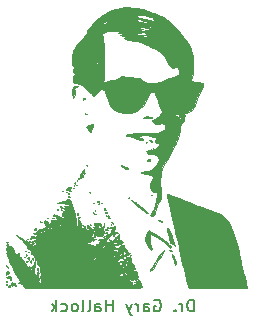
<source format=gbr>
%TF.GenerationSoftware,KiCad,Pcbnew,(5.1.6)-1*%
%TF.CreationDate,2020-08-14T18:03:55-05:00*%
%TF.ProjectId,CAN sniffer,43414e20-736e-4696-9666-65722e6b6963,rev?*%
%TF.SameCoordinates,Original*%
%TF.FileFunction,Legend,Bot*%
%TF.FilePolarity,Positive*%
%FSLAX46Y46*%
G04 Gerber Fmt 4.6, Leading zero omitted, Abs format (unit mm)*
G04 Created by KiCad (PCBNEW (5.1.6)-1) date 2020-08-14 18:03:55*
%MOMM*%
%LPD*%
G01*
G04 APERTURE LIST*
%ADD10C,0.150000*%
%ADD11C,0.010000*%
G04 APERTURE END LIST*
D10*
X125265700Y-109773980D02*
X125265700Y-108773980D01*
X125027604Y-108773980D01*
X124884747Y-108821600D01*
X124789509Y-108916838D01*
X124741890Y-109012076D01*
X124694271Y-109202552D01*
X124694271Y-109345409D01*
X124741890Y-109535885D01*
X124789509Y-109631123D01*
X124884747Y-109726361D01*
X125027604Y-109773980D01*
X125265700Y-109773980D01*
X124265700Y-109773980D02*
X124265700Y-109107314D01*
X124265700Y-109297790D02*
X124218080Y-109202552D01*
X124170461Y-109154933D01*
X124075223Y-109107314D01*
X123979985Y-109107314D01*
X123646652Y-109678742D02*
X123599033Y-109726361D01*
X123646652Y-109773980D01*
X123694271Y-109726361D01*
X123646652Y-109678742D01*
X123646652Y-109773980D01*
X121884747Y-108821600D02*
X121979985Y-108773980D01*
X122122842Y-108773980D01*
X122265700Y-108821600D01*
X122360938Y-108916838D01*
X122408557Y-109012076D01*
X122456176Y-109202552D01*
X122456176Y-109345409D01*
X122408557Y-109535885D01*
X122360938Y-109631123D01*
X122265700Y-109726361D01*
X122122842Y-109773980D01*
X122027604Y-109773980D01*
X121884747Y-109726361D01*
X121837128Y-109678742D01*
X121837128Y-109345409D01*
X122027604Y-109345409D01*
X120979985Y-109773980D02*
X120979985Y-109250171D01*
X121027604Y-109154933D01*
X121122842Y-109107314D01*
X121313319Y-109107314D01*
X121408557Y-109154933D01*
X120979985Y-109726361D02*
X121075223Y-109773980D01*
X121313319Y-109773980D01*
X121408557Y-109726361D01*
X121456176Y-109631123D01*
X121456176Y-109535885D01*
X121408557Y-109440647D01*
X121313319Y-109393028D01*
X121075223Y-109393028D01*
X120979985Y-109345409D01*
X120503795Y-109773980D02*
X120503795Y-109107314D01*
X120503795Y-109297790D02*
X120456176Y-109202552D01*
X120408557Y-109154933D01*
X120313319Y-109107314D01*
X120218080Y-109107314D01*
X119979985Y-109107314D02*
X119741890Y-109773980D01*
X119503795Y-109107314D02*
X119741890Y-109773980D01*
X119837128Y-110012076D01*
X119884747Y-110059695D01*
X119979985Y-110107314D01*
X118360938Y-109773980D02*
X118360938Y-108773980D01*
X118360938Y-109250171D02*
X117789509Y-109250171D01*
X117789509Y-109773980D02*
X117789509Y-108773980D01*
X116884747Y-109773980D02*
X116884747Y-109250171D01*
X116932366Y-109154933D01*
X117027604Y-109107314D01*
X117218080Y-109107314D01*
X117313319Y-109154933D01*
X116884747Y-109726361D02*
X116979985Y-109773980D01*
X117218080Y-109773980D01*
X117313319Y-109726361D01*
X117360938Y-109631123D01*
X117360938Y-109535885D01*
X117313319Y-109440647D01*
X117218080Y-109393028D01*
X116979985Y-109393028D01*
X116884747Y-109345409D01*
X116265700Y-109773980D02*
X116360938Y-109726361D01*
X116408557Y-109631123D01*
X116408557Y-108773980D01*
X115741890Y-109773980D02*
X115837128Y-109726361D01*
X115884747Y-109631123D01*
X115884747Y-108773980D01*
X115218080Y-109773980D02*
X115313319Y-109726361D01*
X115360938Y-109678742D01*
X115408557Y-109583504D01*
X115408557Y-109297790D01*
X115360938Y-109202552D01*
X115313319Y-109154933D01*
X115218080Y-109107314D01*
X115075223Y-109107314D01*
X114979985Y-109154933D01*
X114932366Y-109202552D01*
X114884747Y-109297790D01*
X114884747Y-109583504D01*
X114932366Y-109678742D01*
X114979985Y-109726361D01*
X115075223Y-109773980D01*
X115218080Y-109773980D01*
X114027604Y-109726361D02*
X114122842Y-109773980D01*
X114313319Y-109773980D01*
X114408557Y-109726361D01*
X114456176Y-109678742D01*
X114503795Y-109583504D01*
X114503795Y-109297790D01*
X114456176Y-109202552D01*
X114408557Y-109154933D01*
X114313319Y-109107314D01*
X114122842Y-109107314D01*
X114027604Y-109154933D01*
X113599033Y-109773980D02*
X113599033Y-108773980D01*
X113503795Y-109393028D02*
X113218080Y-109773980D01*
X113218080Y-109107314D02*
X113599033Y-109488266D01*
D11*
%TO.C,G\u002A\u002A\u002A*%
G36*
X122970297Y-99808695D02*
G01*
X122962510Y-99854893D01*
X122970888Y-99950057D01*
X122997971Y-100109053D01*
X123046301Y-100346746D01*
X123118418Y-100678000D01*
X123216865Y-101117680D01*
X123219665Y-101130100D01*
X123304745Y-101508620D01*
X123390686Y-101893056D01*
X123468440Y-102242807D01*
X123528961Y-102517273D01*
X123538047Y-102558850D01*
X123607328Y-102851861D01*
X123685481Y-103145198D01*
X123756383Y-103378598D01*
X123760840Y-103391665D01*
X123816506Y-103584603D01*
X123883401Y-103864258D01*
X123952798Y-104191925D01*
X124011422Y-104502915D01*
X124086352Y-104899785D01*
X124175980Y-105328770D01*
X124275770Y-105772441D01*
X124381181Y-106213371D01*
X124487674Y-106634131D01*
X124590712Y-107017293D01*
X124685753Y-107345428D01*
X124768261Y-107601109D01*
X124833695Y-107766908D01*
X124876719Y-107825381D01*
X124951571Y-107825846D01*
X125139203Y-107825462D01*
X125425400Y-107824300D01*
X125795945Y-107822433D01*
X126236622Y-107819933D01*
X126733214Y-107816873D01*
X127271507Y-107813325D01*
X127359363Y-107812725D01*
X129782475Y-107796101D01*
X129537797Y-106852415D01*
X129440661Y-106466068D01*
X129345785Y-106068060D01*
X129262706Y-105699750D01*
X129200964Y-105402494D01*
X129190146Y-105345039D01*
X129060172Y-104707562D01*
X128909093Y-104092652D01*
X128743312Y-103520402D01*
X128569230Y-103010906D01*
X128393250Y-102584259D01*
X128221773Y-102260553D01*
X128193686Y-102217436D01*
X128006116Y-101960472D01*
X127821502Y-101764741D01*
X127610228Y-101609721D01*
X127342677Y-101474890D01*
X126989235Y-101339727D01*
X126865890Y-101297351D01*
X126360306Y-101123707D01*
X125925908Y-100968920D01*
X125575769Y-100837860D01*
X125322961Y-100735396D01*
X125195849Y-100675245D01*
X125066936Y-100615935D01*
X124872139Y-100538699D01*
X124751349Y-100494731D01*
X124558860Y-100422815D01*
X124288917Y-100316328D01*
X123980711Y-100190935D01*
X123736245Y-100088936D01*
X123461323Y-99974574D01*
X123228797Y-99881183D01*
X123063699Y-99818590D01*
X122991708Y-99796600D01*
X122970297Y-99808695D01*
G37*
X122970297Y-99808695D02*
X122962510Y-99854893D01*
X122970888Y-99950057D01*
X122997971Y-100109053D01*
X123046301Y-100346746D01*
X123118418Y-100678000D01*
X123216865Y-101117680D01*
X123219665Y-101130100D01*
X123304745Y-101508620D01*
X123390686Y-101893056D01*
X123468440Y-102242807D01*
X123528961Y-102517273D01*
X123538047Y-102558850D01*
X123607328Y-102851861D01*
X123685481Y-103145198D01*
X123756383Y-103378598D01*
X123760840Y-103391665D01*
X123816506Y-103584603D01*
X123883401Y-103864258D01*
X123952798Y-104191925D01*
X124011422Y-104502915D01*
X124086352Y-104899785D01*
X124175980Y-105328770D01*
X124275770Y-105772441D01*
X124381181Y-106213371D01*
X124487674Y-106634131D01*
X124590712Y-107017293D01*
X124685753Y-107345428D01*
X124768261Y-107601109D01*
X124833695Y-107766908D01*
X124876719Y-107825381D01*
X124951571Y-107825846D01*
X125139203Y-107825462D01*
X125425400Y-107824300D01*
X125795945Y-107822433D01*
X126236622Y-107819933D01*
X126733214Y-107816873D01*
X127271507Y-107813325D01*
X127359363Y-107812725D01*
X129782475Y-107796101D01*
X129537797Y-106852415D01*
X129440661Y-106466068D01*
X129345785Y-106068060D01*
X129262706Y-105699750D01*
X129200964Y-105402494D01*
X129190146Y-105345039D01*
X129060172Y-104707562D01*
X128909093Y-104092652D01*
X128743312Y-103520402D01*
X128569230Y-103010906D01*
X128393250Y-102584259D01*
X128221773Y-102260553D01*
X128193686Y-102217436D01*
X128006116Y-101960472D01*
X127821502Y-101764741D01*
X127610228Y-101609721D01*
X127342677Y-101474890D01*
X126989235Y-101339727D01*
X126865890Y-101297351D01*
X126360306Y-101123707D01*
X125925908Y-100968920D01*
X125575769Y-100837860D01*
X125322961Y-100735396D01*
X125195849Y-100675245D01*
X125066936Y-100615935D01*
X124872139Y-100538699D01*
X124751349Y-100494731D01*
X124558860Y-100422815D01*
X124288917Y-100316328D01*
X123980711Y-100190935D01*
X123736245Y-100088936D01*
X123461323Y-99974574D01*
X123228797Y-99881183D01*
X123063699Y-99818590D01*
X122991708Y-99796600D01*
X122970297Y-99808695D01*
G36*
X114576363Y-100293498D02*
G01*
X114411442Y-100334438D01*
X114308458Y-100388748D01*
X114193319Y-100452452D01*
X114014999Y-100519462D01*
X113958454Y-100536332D01*
X113696750Y-100609314D01*
X113950750Y-100609695D01*
X114185946Y-100622771D01*
X114407830Y-100656310D01*
X114583567Y-100702810D01*
X114680325Y-100754772D01*
X114689280Y-100778388D01*
X114626197Y-100813246D01*
X114479829Y-100828373D01*
X114410157Y-100827321D01*
X114257296Y-100826575D01*
X114224936Y-100844651D01*
X114265434Y-100866944D01*
X114353120Y-100910828D01*
X114330236Y-100951132D01*
X114265434Y-100989776D01*
X114195957Y-101039153D01*
X114220394Y-101072167D01*
X114353980Y-101107421D01*
X114363500Y-101109511D01*
X114585750Y-101158142D01*
X114363500Y-101191746D01*
X114210294Y-101230762D01*
X114146425Y-101305994D01*
X114134973Y-101390510D01*
X114113717Y-101544299D01*
X114083600Y-101628635D01*
X114089852Y-101691196D01*
X114137503Y-101701600D01*
X114224194Y-101745294D01*
X114236500Y-101785852D01*
X114186606Y-101837882D01*
X114069863Y-101845833D01*
X113935683Y-101816738D01*
X113833478Y-101757633D01*
X113811914Y-101725402D01*
X113729252Y-101656753D01*
X113631748Y-101638100D01*
X113508000Y-101611344D01*
X113461596Y-101567637D01*
X113411818Y-101547008D01*
X113353279Y-101599387D01*
X113310604Y-101668844D01*
X113356131Y-101696938D01*
X113474500Y-101701600D01*
X113607780Y-101710554D01*
X113635201Y-101746742D01*
X113605932Y-101791509D01*
X113571376Y-101868908D01*
X113647754Y-101918223D01*
X113661657Y-101922788D01*
X113778175Y-101976043D01*
X113780242Y-102017687D01*
X113680353Y-102039939D01*
X113490998Y-102035017D01*
X113482751Y-102034242D01*
X113270742Y-102029198D01*
X113146271Y-102059370D01*
X113129754Y-102075313D01*
X113128270Y-102138921D01*
X113153253Y-102146100D01*
X113218888Y-102176488D01*
X113196498Y-102241550D01*
X113101393Y-102302130D01*
X113090847Y-102305692D01*
X112995118Y-102377359D01*
X112997177Y-102460217D01*
X113001792Y-102540147D01*
X112921710Y-102551180D01*
X112877441Y-102543825D01*
X112723332Y-102559833D01*
X112638336Y-102647578D01*
X112527125Y-102747593D01*
X112341158Y-102780835D01*
X112316226Y-102781100D01*
X112152668Y-102795329D01*
X112084497Y-102847103D01*
X112077005Y-102892225D01*
X112023445Y-102993737D01*
X111899989Y-103083646D01*
X111761174Y-103131003D01*
X111677770Y-103118773D01*
X111644411Y-103120031D01*
X111661867Y-103157433D01*
X111758822Y-103206514D01*
X111862178Y-103197785D01*
X111981995Y-103186233D01*
X112001268Y-103242300D01*
X111922139Y-103373464D01*
X111915156Y-103382765D01*
X111827540Y-103467756D01*
X111732612Y-103451491D01*
X111686880Y-103424828D01*
X111570485Y-103374504D01*
X111481024Y-103414979D01*
X111458692Y-103436194D01*
X111401715Y-103545051D01*
X111412024Y-103608660D01*
X111466102Y-103647722D01*
X111513187Y-103591503D01*
X111612535Y-103530613D01*
X111776647Y-103534977D01*
X111964078Y-103600215D01*
X112044005Y-103647590D01*
X112106686Y-103698997D01*
X112086776Y-103724520D01*
X111966337Y-103732994D01*
X111869380Y-103733600D01*
X111687406Y-103739693D01*
X111599070Y-103769297D01*
X111571178Y-103839400D01*
X111569500Y-103887058D01*
X111533015Y-104034706D01*
X111440916Y-104087762D01*
X111319242Y-104048907D01*
X111194033Y-103920822D01*
X111147989Y-103843658D01*
X111072471Y-103723279D01*
X111017950Y-103710804D01*
X110993173Y-103740228D01*
X110938736Y-103780943D01*
X110857031Y-103736022D01*
X110774766Y-103654225D01*
X110646791Y-103539557D01*
X110540785Y-103481396D01*
X110526956Y-103479600D01*
X110417999Y-103434910D01*
X110363000Y-103384350D01*
X110263372Y-103305021D01*
X110212350Y-103290961D01*
X110212011Y-103328626D01*
X110290578Y-103422626D01*
X110363000Y-103491426D01*
X110655156Y-103754414D01*
X110864704Y-103949167D01*
X111005193Y-104090409D01*
X111090174Y-104192869D01*
X111133195Y-104271273D01*
X111147805Y-104340347D01*
X111148088Y-104344761D01*
X111194724Y-104469395D01*
X111267875Y-104495555D01*
X111361821Y-104540124D01*
X111379000Y-104590850D01*
X111417198Y-104675290D01*
X111449907Y-104686100D01*
X111493362Y-104736655D01*
X111486290Y-104818115D01*
X111480698Y-104913440D01*
X111542384Y-104915358D01*
X111618128Y-104930277D01*
X111633000Y-104998799D01*
X111677371Y-105116032D01*
X111727180Y-105153152D01*
X111790650Y-105232596D01*
X111784092Y-105286410D01*
X111799734Y-105389098D01*
X111846935Y-105421945D01*
X111925064Y-105505543D01*
X111983895Y-105659256D01*
X111988541Y-105681550D01*
X112037819Y-105837961D01*
X112103882Y-105929914D01*
X112112936Y-105934550D01*
X112188094Y-106017869D01*
X112200394Y-106072356D01*
X112222875Y-106358625D01*
X112260150Y-106526702D01*
X112281641Y-106562429D01*
X112293741Y-106648421D01*
X112269809Y-106714721D01*
X112244501Y-106847511D01*
X112259716Y-107029337D01*
X112263901Y-107049173D01*
X112289954Y-107246469D01*
X112264348Y-107351360D01*
X112193672Y-107352680D01*
X112122832Y-107288253D01*
X112064861Y-107197030D01*
X112079364Y-107162600D01*
X112110929Y-107110963D01*
X112112207Y-106993830D01*
X112087630Y-106867866D01*
X112050777Y-106797209D01*
X112051004Y-106723178D01*
X112084141Y-106642191D01*
X112107760Y-106528768D01*
X112079663Y-106425075D01*
X112021580Y-106368028D01*
X111955243Y-106394540D01*
X111946106Y-106407710D01*
X111921216Y-106529010D01*
X111928955Y-106563043D01*
X111918994Y-106656528D01*
X111843251Y-106696538D01*
X111760443Y-106654683D01*
X111755307Y-106647006D01*
X111729655Y-106530955D01*
X111727597Y-106338858D01*
X111746626Y-106118957D01*
X111784234Y-105919495D01*
X111795065Y-105882156D01*
X111792236Y-105785108D01*
X111732530Y-105765600D01*
X111645549Y-105811192D01*
X111633000Y-105854056D01*
X111581667Y-105951471D01*
X111535012Y-105980114D01*
X111471358Y-106036239D01*
X111503434Y-106141804D01*
X111535468Y-106264849D01*
X111505426Y-106305704D01*
X111450484Y-106280308D01*
X111404559Y-106162625D01*
X111402067Y-106150808D01*
X111349567Y-105997081D01*
X111281377Y-105960316D01*
X111219610Y-106020635D01*
X111150487Y-106058101D01*
X111089348Y-106012283D01*
X111085147Y-105922569D01*
X111069313Y-105817415D01*
X111021136Y-105758450D01*
X110931897Y-105712080D01*
X110867964Y-105769683D01*
X110832702Y-105788372D01*
X110825621Y-105684891D01*
X110829261Y-105625596D01*
X110829492Y-105496418D01*
X110081459Y-105496418D01*
X110019042Y-105506586D01*
X109936682Y-105494911D01*
X109935698Y-105473235D01*
X110020686Y-105458076D01*
X110057407Y-105468222D01*
X110081459Y-105496418D01*
X110829492Y-105496418D01*
X110829547Y-105465784D01*
X110785968Y-105392364D01*
X110716333Y-105371596D01*
X110613518Y-105314267D01*
X110603909Y-105241725D01*
X110599344Y-105225850D01*
X110426500Y-105225850D01*
X110394750Y-105257600D01*
X110363000Y-105225850D01*
X110394750Y-105194100D01*
X110426500Y-105225850D01*
X110599344Y-105225850D01*
X110576740Y-105147258D01*
X110524534Y-105130600D01*
X110445061Y-105075727D01*
X110426500Y-104971850D01*
X110400157Y-104845813D01*
X110346357Y-104818623D01*
X110302946Y-104894919D01*
X110296958Y-104955975D01*
X110290241Y-105044978D01*
X110262313Y-105033077D01*
X110199680Y-104924225D01*
X110166639Y-104876600D01*
X109601000Y-104876600D01*
X109577767Y-104928867D01*
X109558667Y-104918933D01*
X109551067Y-104843573D01*
X109558667Y-104834266D01*
X109596418Y-104842983D01*
X109601000Y-104876600D01*
X110166639Y-104876600D01*
X110114830Y-104801923D01*
X110041844Y-104749627D01*
X110040689Y-104749600D01*
X110008339Y-104717850D01*
X109601000Y-104717850D01*
X109569250Y-104749600D01*
X109537500Y-104717850D01*
X109569250Y-104686100D01*
X109601000Y-104717850D01*
X110008339Y-104717850D01*
X109992107Y-104701920D01*
X109993575Y-104670225D01*
X109975416Y-104544692D01*
X109966315Y-104527350D01*
X109601000Y-104527350D01*
X109569250Y-104559100D01*
X109537500Y-104527350D01*
X109569250Y-104495600D01*
X109601000Y-104527350D01*
X109966315Y-104527350D01*
X109897800Y-104396795D01*
X109791105Y-104268229D01*
X109685707Y-104200692D01*
X109651023Y-104200023D01*
X109562047Y-104205228D01*
X109547191Y-104187462D01*
X109534810Y-104041645D01*
X109456481Y-103987602D01*
X109455764Y-103987600D01*
X109385248Y-104040970D01*
X109364460Y-104114600D01*
X109386605Y-104217306D01*
X109427147Y-104241600D01*
X109463769Y-104265603D01*
X109423201Y-104317799D01*
X109356126Y-104442984D01*
X109361710Y-104572606D01*
X109426375Y-104644224D01*
X109473120Y-104685662D01*
X109425615Y-104733108D01*
X109379255Y-104801134D01*
X109393551Y-104923030D01*
X109420141Y-105007817D01*
X109483045Y-105161642D01*
X109540102Y-105254949D01*
X109546940Y-105260752D01*
X109585279Y-105341545D01*
X109612906Y-105495926D01*
X109615913Y-105530500D01*
X109638205Y-105682455D01*
X109672122Y-105762049D01*
X109680456Y-105765472D01*
X109729052Y-105818635D01*
X109812116Y-105958425D01*
X109912342Y-106155502D01*
X109920096Y-106171832D01*
X110029415Y-106386739D01*
X110131907Y-106560478D01*
X110205477Y-106655616D01*
X110205766Y-106655858D01*
X110285611Y-106763917D01*
X110299500Y-106821125D01*
X110336412Y-106900513D01*
X110363000Y-106908600D01*
X110420630Y-106959447D01*
X110426500Y-106996074D01*
X110471368Y-107105246D01*
X110530179Y-107169594D01*
X110593289Y-107236911D01*
X110551189Y-107276646D01*
X110482554Y-107298040D01*
X110377585Y-107329933D01*
X110392556Y-107342196D01*
X110474125Y-107346770D01*
X110585774Y-107375708D01*
X110617000Y-107416600D01*
X110668111Y-107473665D01*
X110707834Y-107480100D01*
X110786721Y-107534125D01*
X110818959Y-107622120D01*
X110866165Y-107726741D01*
X110991634Y-107785603D01*
X111076870Y-107802541D01*
X111235344Y-107822075D01*
X111329015Y-107822157D01*
X111336542Y-107818891D01*
X111402025Y-107815314D01*
X111584572Y-107811893D01*
X111874244Y-107808677D01*
X112261106Y-107805714D01*
X112735220Y-107803052D01*
X113286650Y-107800739D01*
X113905458Y-107798824D01*
X114581708Y-107797354D01*
X115305463Y-107796379D01*
X116064837Y-107795946D01*
X117086471Y-107794877D01*
X117985830Y-107792085D01*
X118762296Y-107787580D01*
X119415253Y-107781369D01*
X119944081Y-107773462D01*
X120348165Y-107763867D01*
X120626886Y-107752591D01*
X120779627Y-107739645D01*
X120810928Y-107730576D01*
X120811789Y-107702350D01*
X120459500Y-107702350D01*
X120427750Y-107734100D01*
X120412568Y-107718918D01*
X118907959Y-107718918D01*
X118845542Y-107729086D01*
X118763182Y-107717411D01*
X118762198Y-107695735D01*
X118847186Y-107680576D01*
X118883907Y-107690722D01*
X118907959Y-107718918D01*
X120412568Y-107718918D01*
X120396000Y-107702350D01*
X120427750Y-107670600D01*
X120459500Y-107702350D01*
X120811789Y-107702350D01*
X120813976Y-107630769D01*
X120798096Y-107575350D01*
X120650000Y-107575350D01*
X120618250Y-107607100D01*
X120586500Y-107575350D01*
X120618250Y-107543600D01*
X120650000Y-107575350D01*
X120798096Y-107575350D01*
X120767269Y-107467772D01*
X120688958Y-107281289D01*
X120604504Y-107124577D01*
X120523000Y-107124577D01*
X120482354Y-107192609D01*
X120427750Y-107185563D01*
X120346465Y-107196199D01*
X120332500Y-107251056D01*
X120364786Y-107339831D01*
X120396000Y-107353100D01*
X120457698Y-107397056D01*
X120459500Y-107410655D01*
X120409288Y-107444296D01*
X120339667Y-107436873D01*
X120221273Y-107441506D01*
X120177169Y-107474568D01*
X120082129Y-107537396D01*
X120038724Y-107543600D01*
X119973057Y-107506883D01*
X119980228Y-107448350D01*
X118300500Y-107448350D01*
X118268750Y-107480100D01*
X118237000Y-107448350D01*
X118268750Y-107416600D01*
X118300500Y-107448350D01*
X119980228Y-107448350D01*
X119984665Y-107412144D01*
X119985337Y-107384850D01*
X117475000Y-107384850D01*
X117443250Y-107416600D01*
X117411500Y-107384850D01*
X117443250Y-107353100D01*
X117475000Y-107384850D01*
X119985337Y-107384850D01*
X119987454Y-107298949D01*
X119945143Y-107274418D01*
X119669959Y-107274418D01*
X119607542Y-107284586D01*
X119525182Y-107272911D01*
X119524499Y-107257850D01*
X118237000Y-107257850D01*
X118205250Y-107289600D01*
X118173500Y-107257850D01*
X117602000Y-107257850D01*
X117570250Y-107289600D01*
X117538500Y-107257850D01*
X117221000Y-107257850D01*
X117189250Y-107289600D01*
X117157500Y-107257850D01*
X117168084Y-107247266D01*
X112564334Y-107247266D01*
X112555617Y-107285017D01*
X112522000Y-107289600D01*
X112469733Y-107266366D01*
X112479667Y-107247266D01*
X112555027Y-107239666D01*
X112564334Y-107247266D01*
X117168084Y-107247266D01*
X117189250Y-107226100D01*
X117221000Y-107257850D01*
X117538500Y-107257850D01*
X117570250Y-107226100D01*
X117602000Y-107257850D01*
X118173500Y-107257850D01*
X118205250Y-107226100D01*
X118237000Y-107257850D01*
X119524499Y-107257850D01*
X119524198Y-107251235D01*
X119609186Y-107236076D01*
X119645907Y-107246222D01*
X119669959Y-107274418D01*
X119945143Y-107274418D01*
X119898086Y-107247136D01*
X119759359Y-107158285D01*
X119743515Y-107091000D01*
X119436134Y-107091000D01*
X119425608Y-107154956D01*
X119416342Y-107130850D01*
X112522000Y-107130850D01*
X112490250Y-107162600D01*
X112458500Y-107130850D01*
X112490250Y-107099100D01*
X112522000Y-107130850D01*
X119416342Y-107130850D01*
X119403476Y-107097382D01*
X119399728Y-107083225D01*
X119371193Y-107031852D01*
X118935500Y-107031852D01*
X118889405Y-107096515D01*
X118872000Y-107099100D01*
X118810151Y-107077434D01*
X118808500Y-107071097D01*
X118811575Y-107067350D01*
X117919500Y-107067350D01*
X117887750Y-107099100D01*
X117856000Y-107067350D01*
X117887750Y-107035600D01*
X117919500Y-107067350D01*
X118811575Y-107067350D01*
X118852997Y-107016883D01*
X118872000Y-107003850D01*
X118930515Y-107008884D01*
X118935500Y-107031852D01*
X119371193Y-107031852D01*
X119347422Y-106989056D01*
X119311844Y-106972100D01*
X119263870Y-106929766D01*
X119168334Y-106929766D01*
X119159617Y-106967517D01*
X119126000Y-106972100D01*
X119073733Y-106948866D01*
X119083667Y-106929766D01*
X119159027Y-106922166D01*
X119168334Y-106929766D01*
X119263870Y-106929766D01*
X119255849Y-106922688D01*
X119253000Y-106900824D01*
X119283710Y-106867268D01*
X119348250Y-106908600D01*
X119425562Y-107024418D01*
X119436134Y-107091000D01*
X119743515Y-107091000D01*
X119723563Y-107006279D01*
X119744195Y-106924475D01*
X119779466Y-106862311D01*
X119808722Y-106911242D01*
X119824361Y-106971766D01*
X119884249Y-107089087D01*
X119971978Y-107150715D01*
X120049334Y-107142746D01*
X120078500Y-107064230D01*
X120095830Y-106993201D01*
X120166069Y-107029252D01*
X120170703Y-107033071D01*
X120302276Y-107078103D01*
X120392953Y-107068317D01*
X120497968Y-107062105D01*
X120523000Y-107124577D01*
X120604504Y-107124577D01*
X120597199Y-107111023D01*
X120510144Y-106996681D01*
X120463691Y-106971127D01*
X120401001Y-106958571D01*
X120450172Y-106915709D01*
X120486941Y-106827525D01*
X120462584Y-106683119D01*
X120395981Y-106522746D01*
X120306014Y-106386661D01*
X120211563Y-106315119D01*
X120168892Y-106316001D01*
X120090730Y-106323497D01*
X120093648Y-106267843D01*
X120161840Y-106196742D01*
X120197563Y-106194224D01*
X120253079Y-106195442D01*
X120258892Y-106148604D01*
X120210623Y-106030576D01*
X120184081Y-105977254D01*
X120057322Y-105977254D01*
X120055067Y-106049918D01*
X120014146Y-106148195D01*
X119970581Y-106303611D01*
X119960770Y-106503681D01*
X119963110Y-106535212D01*
X119958499Y-106701181D01*
X119919292Y-106761326D01*
X119908156Y-106749850D01*
X119761000Y-106749850D01*
X119729250Y-106781600D01*
X119697500Y-106749850D01*
X119729250Y-106718100D01*
X119761000Y-106749850D01*
X119908156Y-106749850D01*
X119869509Y-106710024D01*
X119862259Y-106678978D01*
X119226628Y-106678978D01*
X119149192Y-106746753D01*
X119083663Y-106759007D01*
X118998077Y-106749850D01*
X118808500Y-106749850D01*
X118776750Y-106781600D01*
X118745000Y-106749850D01*
X115951000Y-106749850D01*
X115919250Y-106781600D01*
X115887500Y-106749850D01*
X115919250Y-106718100D01*
X115951000Y-106749850D01*
X118745000Y-106749850D01*
X118776750Y-106718100D01*
X118808500Y-106749850D01*
X118998077Y-106749850D01*
X118969710Y-106746815D01*
X118935500Y-106715130D01*
X118981674Y-106636791D01*
X119000209Y-106622850D01*
X118237000Y-106622850D01*
X118205250Y-106654600D01*
X118173500Y-106622850D01*
X118205250Y-106591100D01*
X118237000Y-106622850D01*
X119000209Y-106622850D01*
X119005780Y-106618660D01*
X119034763Y-106561334D01*
X118989905Y-106520634D01*
X118939199Y-106475927D01*
X118999000Y-106466044D01*
X119140929Y-106501934D01*
X119220339Y-106585142D01*
X119226628Y-106678978D01*
X119862259Y-106678978D01*
X119841734Y-106591100D01*
X119634000Y-106591100D01*
X119580816Y-106642692D01*
X119507000Y-106654600D01*
X119403782Y-106630161D01*
X119380000Y-106596293D01*
X119359055Y-106489876D01*
X119341457Y-106437543D01*
X119341563Y-106355301D01*
X118798265Y-106355301D01*
X118782814Y-106390788D01*
X118718876Y-106458958D01*
X118682119Y-106444974D01*
X118681500Y-106436097D01*
X118684646Y-106432350D01*
X116967000Y-106432350D01*
X116935250Y-106464100D01*
X116903500Y-106432350D01*
X116935250Y-106400600D01*
X116967000Y-106432350D01*
X118684646Y-106432350D01*
X118726603Y-106382388D01*
X118754812Y-106362786D01*
X118781052Y-106358266D01*
X117453834Y-106358266D01*
X117445117Y-106396017D01*
X117411500Y-106400600D01*
X117359233Y-106377366D01*
X117369167Y-106358266D01*
X117444527Y-106350666D01*
X117453834Y-106358266D01*
X118781052Y-106358266D01*
X118798265Y-106355301D01*
X119341563Y-106355301D01*
X119341567Y-106352864D01*
X119373207Y-106337100D01*
X119435527Y-106388421D01*
X119443500Y-106432350D01*
X119494330Y-106516536D01*
X119538750Y-106527600D01*
X119623254Y-106561888D01*
X119634000Y-106591100D01*
X119841734Y-106591100D01*
X119835648Y-106565043D01*
X119844416Y-106435309D01*
X119853091Y-106400600D01*
X119761000Y-106400600D01*
X119737767Y-106452867D01*
X119718667Y-106442933D01*
X119711067Y-106367573D01*
X119718667Y-106358266D01*
X119756418Y-106366983D01*
X119761000Y-106400600D01*
X119853091Y-106400600D01*
X119878101Y-106300538D01*
X116187103Y-106300538D01*
X116136622Y-106417699D01*
X116060578Y-106541426D01*
X115990262Y-106593799D01*
X115952349Y-106557609D01*
X115951000Y-106537441D01*
X115993527Y-106459630D01*
X116083314Y-106364040D01*
X116173371Y-106286386D01*
X116187103Y-106300538D01*
X119878101Y-106300538D01*
X119884912Y-106273289D01*
X119896555Y-106241850D01*
X119634000Y-106241850D01*
X119602250Y-106273600D01*
X119570500Y-106241850D01*
X118237000Y-106241850D01*
X118205250Y-106273600D01*
X118173500Y-106241850D01*
X118205250Y-106210100D01*
X118237000Y-106241850D01*
X119570500Y-106241850D01*
X119602250Y-106210100D01*
X119634000Y-106241850D01*
X119896555Y-106241850D01*
X119920074Y-106178350D01*
X119761000Y-106178350D01*
X119729250Y-106210100D01*
X119697500Y-106178350D01*
X119253000Y-106178350D01*
X119221250Y-106210100D01*
X119189500Y-106178350D01*
X116268500Y-106178350D01*
X116236750Y-106210100D01*
X116205000Y-106178350D01*
X116236750Y-106146600D01*
X116268500Y-106178350D01*
X119189500Y-106178350D01*
X119221250Y-106146600D01*
X119253000Y-106178350D01*
X119697500Y-106178350D01*
X119729250Y-106146600D01*
X119761000Y-106178350D01*
X119920074Y-106178350D01*
X119942783Y-106117035D01*
X119995556Y-106019600D01*
X119316500Y-106019600D01*
X119270925Y-106081282D01*
X119256748Y-106083100D01*
X119170748Y-106036941D01*
X119157750Y-106019600D01*
X119158742Y-106015852D01*
X118745000Y-106015852D01*
X118698905Y-106080515D01*
X118681500Y-106083100D01*
X117221000Y-106083100D01*
X117197767Y-106135367D01*
X117178667Y-106125433D01*
X117171067Y-106050073D01*
X117178667Y-106040766D01*
X117216418Y-106049483D01*
X117221000Y-106083100D01*
X118681500Y-106083100D01*
X118619651Y-106061434D01*
X118618000Y-106055097D01*
X118659595Y-106004418D01*
X118526959Y-106004418D01*
X118464542Y-106014586D01*
X118382182Y-106002911D01*
X118381198Y-105981235D01*
X118466186Y-105966076D01*
X118502907Y-105976222D01*
X118526959Y-106004418D01*
X118659595Y-106004418D01*
X118662497Y-106000883D01*
X118681500Y-105987850D01*
X118740015Y-105992884D01*
X118745000Y-106015852D01*
X119158742Y-106015852D01*
X119172146Y-105965237D01*
X119217503Y-105956100D01*
X119304385Y-105989253D01*
X119316500Y-106019600D01*
X119995556Y-106019600D01*
X120003678Y-106004605D01*
X120053245Y-105974051D01*
X120057322Y-105977254D01*
X120184081Y-105977254D01*
X120141942Y-105892600D01*
X119856250Y-105892600D01*
X119851216Y-105951114D01*
X119828248Y-105956100D01*
X119763585Y-105910004D01*
X119761000Y-105892600D01*
X119767355Y-105874457D01*
X119570500Y-105874457D01*
X119563140Y-105990653D01*
X119524984Y-105996356D01*
X119467737Y-105944050D01*
X119417825Y-105860850D01*
X117919500Y-105860850D01*
X117887750Y-105892600D01*
X117284500Y-105892600D01*
X117262835Y-105954449D01*
X117256498Y-105956100D01*
X117202284Y-105911603D01*
X117189250Y-105892600D01*
X117193147Y-105847301D01*
X116512265Y-105847301D01*
X116496814Y-105882788D01*
X116432876Y-105950958D01*
X116396119Y-105936974D01*
X116395500Y-105928097D01*
X116440603Y-105874388D01*
X116468812Y-105854786D01*
X116512265Y-105847301D01*
X117193147Y-105847301D01*
X117194285Y-105834085D01*
X117217253Y-105829100D01*
X117281916Y-105875195D01*
X117284500Y-105892600D01*
X117887750Y-105892600D01*
X117856000Y-105860850D01*
X117887750Y-105829100D01*
X117919500Y-105860850D01*
X119417825Y-105860850D01*
X119403605Y-105837148D01*
X119407984Y-105771693D01*
X119449453Y-105735585D01*
X119289924Y-105735585D01*
X119267026Y-105768056D01*
X119209942Y-105784448D01*
X119018018Y-105821353D01*
X118924765Y-105801144D01*
X118913131Y-105719027D01*
X118917101Y-105702100D01*
X118141750Y-105702100D01*
X118136716Y-105760614D01*
X118113748Y-105765600D01*
X118049085Y-105719504D01*
X118046500Y-105702100D01*
X118068166Y-105640250D01*
X118074503Y-105638600D01*
X118128717Y-105683096D01*
X118141750Y-105702100D01*
X118917101Y-105702100D01*
X118964241Y-105625086D01*
X117221000Y-105625086D01*
X117167523Y-105669811D01*
X117094000Y-105684640D01*
X116991152Y-105667667D01*
X116967000Y-105634653D01*
X117020220Y-105586255D01*
X117094000Y-105575100D01*
X117197266Y-105596077D01*
X117221000Y-105625086D01*
X118964241Y-105625086D01*
X118983371Y-105593833D01*
X119099559Y-105598953D01*
X119209942Y-105666834D01*
X119289924Y-105735585D01*
X119449453Y-105735585D01*
X119486885Y-105702993D01*
X119548359Y-105747211D01*
X119570500Y-105874457D01*
X119767355Y-105874457D01*
X119782666Y-105830750D01*
X119789003Y-105829100D01*
X119843217Y-105873596D01*
X119856250Y-105892600D01*
X120141942Y-105892600D01*
X120139566Y-105887827D01*
X120053381Y-105741993D01*
X119989031Y-105670350D01*
X119824500Y-105670350D01*
X119792750Y-105702100D01*
X119761000Y-105670350D01*
X119792750Y-105638600D01*
X119824500Y-105670350D01*
X119989031Y-105670350D01*
X119984363Y-105665154D01*
X119964941Y-105661799D01*
X119933923Y-105625662D01*
X119921373Y-105538446D01*
X119676925Y-105538446D01*
X119607542Y-105575100D01*
X119520068Y-105523972D01*
X119507000Y-105474558D01*
X119543922Y-105400498D01*
X119582407Y-105399152D01*
X119666263Y-105462356D01*
X119676925Y-105538446D01*
X119921373Y-105538446D01*
X119915982Y-105500984D01*
X119914917Y-105471884D01*
X119914512Y-105469266D01*
X119866834Y-105469266D01*
X119858117Y-105507017D01*
X119824500Y-105511600D01*
X119772233Y-105488366D01*
X119782167Y-105469266D01*
X119857527Y-105461666D01*
X119866834Y-105469266D01*
X119914512Y-105469266D01*
X119888398Y-105300546D01*
X119830638Y-105180947D01*
X119826227Y-105176566D01*
X119769516Y-105133068D01*
X119789473Y-105187866D01*
X119792750Y-105194100D01*
X119817175Y-105254855D01*
X119766028Y-105217733D01*
X119757616Y-105209975D01*
X119634780Y-105138596D01*
X119538557Y-105151255D01*
X119507000Y-105225850D01*
X119456171Y-105310036D01*
X119411750Y-105321100D01*
X119329313Y-105372490D01*
X119316500Y-105423756D01*
X119278038Y-105497512D01*
X119188083Y-105492830D01*
X119042893Y-105496690D01*
X118872126Y-105552812D01*
X118869813Y-105553959D01*
X118717147Y-105610234D01*
X118605558Y-105617677D01*
X118601355Y-105616158D01*
X118586612Y-105577745D01*
X118659028Y-105543350D01*
X118237000Y-105543350D01*
X118205250Y-105575100D01*
X118173500Y-105543350D01*
X116713000Y-105543350D01*
X116681250Y-105575100D01*
X116649500Y-105543350D01*
X116681250Y-105511600D01*
X116713000Y-105543350D01*
X118173500Y-105543350D01*
X118205250Y-105511600D01*
X118237000Y-105543350D01*
X118659028Y-105543350D01*
X118665625Y-105540217D01*
X118776714Y-105476413D01*
X118808500Y-105416247D01*
X118843625Y-105351701D01*
X118711113Y-105351701D01*
X118646012Y-105414330D01*
X118526780Y-105496364D01*
X118500075Y-105492335D01*
X118554500Y-105416350D01*
X117157500Y-105416350D01*
X117125750Y-105448100D01*
X117094000Y-105416350D01*
X117125750Y-105384600D01*
X117157500Y-105416350D01*
X118554500Y-105416350D01*
X118652352Y-105336187D01*
X118701412Y-105321100D01*
X118711113Y-105351701D01*
X118843625Y-105351701D01*
X118863600Y-105314995D01*
X118999875Y-105214786D01*
X119173791Y-105140670D01*
X119328494Y-105117030D01*
X119456871Y-105102495D01*
X119507000Y-105062852D01*
X119559916Y-105013822D01*
X119627207Y-105003600D01*
X119748242Y-104952714D01*
X119789313Y-104894410D01*
X119790477Y-104889094D01*
X119494812Y-104889094D01*
X119448583Y-104936352D01*
X119374985Y-104959810D01*
X119279409Y-104965092D01*
X119276961Y-104905750D01*
X119273650Y-104805599D01*
X119250227Y-104779636D01*
X119193898Y-104789856D01*
X119189500Y-104813888D01*
X119148444Y-104912621D01*
X119088488Y-104986684D01*
X119002566Y-105051890D01*
X118945351Y-105018250D01*
X118932245Y-104998332D01*
X118876415Y-104945344D01*
X118809545Y-104998070D01*
X118795133Y-105016544D01*
X118681337Y-105092098D01*
X118503099Y-105142830D01*
X118459250Y-105148435D01*
X118295869Y-105166128D01*
X118198836Y-105180539D01*
X118189375Y-105183425D01*
X118187659Y-105179360D01*
X116926141Y-105179360D01*
X116920371Y-105272001D01*
X116867798Y-105347730D01*
X116761414Y-105437275D01*
X116716410Y-105426499D01*
X116713000Y-105396736D01*
X116738144Y-105321100D01*
X115189000Y-105321100D01*
X115165767Y-105373367D01*
X115146667Y-105363433D01*
X115139067Y-105288073D01*
X115146667Y-105278766D01*
X115184418Y-105287483D01*
X115189000Y-105321100D01*
X116738144Y-105321100D01*
X116746185Y-105296914D01*
X116819970Y-105206361D01*
X116895707Y-105164495D01*
X116926141Y-105179360D01*
X118187659Y-105179360D01*
X118173848Y-105146654D01*
X118173500Y-105134490D01*
X118230090Y-105090778D01*
X118373587Y-105047864D01*
X118464301Y-105031273D01*
X118568466Y-105005368D01*
X117078562Y-105005368D01*
X117056983Y-105075622D01*
X117008288Y-105123702D01*
X116980510Y-105075878D01*
X116980035Y-104976746D01*
X116983081Y-104971850D01*
X112395000Y-104971850D01*
X112363250Y-105003600D01*
X112331500Y-104971850D01*
X112363250Y-104940100D01*
X112395000Y-104971850D01*
X116983081Y-104971850D01*
X116992136Y-104957297D01*
X117053206Y-104942502D01*
X117078562Y-105005368D01*
X118568466Y-105005368D01*
X118658196Y-104983053D01*
X118776370Y-104915039D01*
X118792118Y-104891200D01*
X118786858Y-104844850D01*
X118237000Y-104844850D01*
X118205250Y-104876600D01*
X118173500Y-104844850D01*
X118205250Y-104813100D01*
X118237000Y-104844850D01*
X118786858Y-104844850D01*
X118779329Y-104778524D01*
X118709926Y-104717850D01*
X118110000Y-104717850D01*
X118078250Y-104749600D01*
X118046500Y-104717850D01*
X117602000Y-104717850D01*
X117570250Y-104749600D01*
X117538500Y-104717850D01*
X117570250Y-104686100D01*
X117602000Y-104717850D01*
X118046500Y-104717850D01*
X118078250Y-104686100D01*
X118110000Y-104717850D01*
X118709926Y-104717850D01*
X118676168Y-104688339D01*
X118519264Y-104643680D01*
X118407940Y-104649556D01*
X118290497Y-104666310D01*
X118285398Y-104654350D01*
X117729000Y-104654350D01*
X117697250Y-104686100D01*
X117665500Y-104654350D01*
X117679049Y-104640801D01*
X117274265Y-104640801D01*
X117258814Y-104676288D01*
X117194876Y-104744458D01*
X117158119Y-104730474D01*
X117157500Y-104721597D01*
X117202603Y-104667888D01*
X117230812Y-104648286D01*
X117274265Y-104640801D01*
X117679049Y-104640801D01*
X117697250Y-104622600D01*
X117729000Y-104654350D01*
X118285398Y-104654350D01*
X118279147Y-104639693D01*
X118297970Y-104618852D01*
X116586000Y-104618852D01*
X116539905Y-104683515D01*
X116522500Y-104686100D01*
X116460651Y-104664434D01*
X116459000Y-104658097D01*
X116462075Y-104654350D01*
X112141000Y-104654350D01*
X112109250Y-104686100D01*
X112077500Y-104654350D01*
X112109250Y-104622600D01*
X112141000Y-104654350D01*
X116462075Y-104654350D01*
X116503497Y-104603883D01*
X116522500Y-104590850D01*
X112014000Y-104590850D01*
X111982250Y-104622600D01*
X111950500Y-104590850D01*
X111982250Y-104559100D01*
X112014000Y-104590850D01*
X116522500Y-104590850D01*
X116581015Y-104595884D01*
X116586000Y-104618852D01*
X118297970Y-104618852D01*
X118324030Y-104589999D01*
X118441729Y-104523819D01*
X118592376Y-104496837D01*
X118728999Y-104509689D01*
X118804625Y-104563009D01*
X118808500Y-104583447D01*
X118862824Y-104657618D01*
X118989566Y-104706253D01*
X119134382Y-104711598D01*
X119172455Y-104702365D01*
X119217923Y-104632041D01*
X119210452Y-104570872D01*
X119222767Y-104545271D01*
X119295350Y-104606374D01*
X119338736Y-104654350D01*
X119459256Y-104804031D01*
X119494812Y-104889094D01*
X119790477Y-104889094D01*
X119804550Y-104824823D01*
X119786074Y-104830359D01*
X119710833Y-104835878D01*
X119628770Y-104777346D01*
X119597151Y-104700355D01*
X119603120Y-104684693D01*
X119579535Y-104616193D01*
X119482328Y-104507897D01*
X119443988Y-104474004D01*
X119434785Y-104463850D01*
X118300500Y-104463850D01*
X118268750Y-104495600D01*
X118256843Y-104483693D01*
X118095448Y-104483693D01*
X118067812Y-104548468D01*
X118020042Y-104559100D01*
X117411500Y-104559100D01*
X117388267Y-104611367D01*
X117369167Y-104601433D01*
X117361567Y-104526073D01*
X117369167Y-104516766D01*
X117406918Y-104525483D01*
X117411500Y-104559100D01*
X118020042Y-104559100D01*
X117932568Y-104507972D01*
X117928203Y-104491465D01*
X112188932Y-104491465D01*
X112180246Y-104495600D01*
X112122297Y-104450897D01*
X112109250Y-104432100D01*
X112093069Y-104372734D01*
X112101755Y-104368600D01*
X112159704Y-104413302D01*
X112172750Y-104432100D01*
X112188932Y-104491465D01*
X117928203Y-104491465D01*
X117919500Y-104458558D01*
X117956516Y-104389019D01*
X118032678Y-104400108D01*
X118095448Y-104483693D01*
X118256843Y-104483693D01*
X118237000Y-104463850D01*
X118268750Y-104432100D01*
X118300500Y-104463850D01*
X119434785Y-104463850D01*
X119377231Y-104400350D01*
X118999000Y-104400350D01*
X118967250Y-104432100D01*
X118935500Y-104400350D01*
X118967250Y-104368600D01*
X118999000Y-104400350D01*
X119377231Y-104400350D01*
X119313402Y-104329927D01*
X119291693Y-104214660D01*
X119291862Y-104214216D01*
X119288816Y-104138227D01*
X119183823Y-104118969D01*
X119180419Y-104119063D01*
X119077786Y-104126787D01*
X119095465Y-104152798D01*
X119157750Y-104183538D01*
X119228633Y-104222054D01*
X119188540Y-104223871D01*
X119112666Y-104210253D01*
X118960112Y-104213187D01*
X118877927Y-104294026D01*
X118785678Y-104378586D01*
X118625016Y-104383174D01*
X118498108Y-104354176D01*
X118475197Y-104302325D01*
X118509905Y-104234925D01*
X118603617Y-104163987D01*
X118267042Y-104163987D01*
X118262210Y-104188683D01*
X118210132Y-104240741D01*
X118205250Y-104241600D01*
X118165985Y-104207968D01*
X118019836Y-104207968D01*
X118014750Y-104241600D01*
X117960435Y-104302111D01*
X117951250Y-104305100D01*
X117900765Y-104260811D01*
X117887750Y-104241600D01*
X117902830Y-104187803D01*
X117951250Y-104178100D01*
X118019836Y-104207968D01*
X118165985Y-104207968D01*
X118154551Y-104198175D01*
X118148291Y-104188683D01*
X118167210Y-104141922D01*
X118205250Y-104135766D01*
X118267042Y-104163987D01*
X118603617Y-104163987D01*
X118639227Y-104137031D01*
X118775728Y-104112425D01*
X117716760Y-104112425D01*
X117696184Y-104198476D01*
X117618565Y-104303064D01*
X117524940Y-104381172D01*
X117461756Y-104392164D01*
X117463269Y-104331558D01*
X116707987Y-104331558D01*
X116696312Y-104413918D01*
X116674636Y-104414902D01*
X116670153Y-104389766D01*
X116437834Y-104389766D01*
X116429117Y-104427517D01*
X116395500Y-104432100D01*
X116343233Y-104408866D01*
X116353167Y-104389766D01*
X116428527Y-104382166D01*
X116437834Y-104389766D01*
X116670153Y-104389766D01*
X116659477Y-104329914D01*
X116669623Y-104293193D01*
X116697819Y-104269141D01*
X116707987Y-104331558D01*
X117463269Y-104331558D01*
X117463307Y-104330054D01*
X117538704Y-104222480D01*
X117552458Y-104207714D01*
X117637115Y-104135766D01*
X117199834Y-104135766D01*
X117191117Y-104173517D01*
X117157500Y-104178100D01*
X117105233Y-104154866D01*
X117115167Y-104135766D01*
X117190527Y-104128166D01*
X117199834Y-104135766D01*
X117637115Y-104135766D01*
X117654483Y-104121006D01*
X117713851Y-104107335D01*
X117716760Y-104112425D01*
X118775728Y-104112425D01*
X118776150Y-104112349D01*
X118966510Y-104084420D01*
X119106341Y-104032766D01*
X119198253Y-103973157D01*
X119204670Y-103912877D01*
X119129411Y-103803014D01*
X119124752Y-103796891D01*
X119043315Y-103694187D01*
X119020942Y-103690242D01*
X119040693Y-103781225D01*
X119044338Y-103894687D01*
X119006407Y-103924100D01*
X118962162Y-103865252D01*
X118938165Y-103705656D01*
X118937507Y-103682090D01*
X118785560Y-103682090D01*
X118777982Y-103833575D01*
X118759398Y-103970748D01*
X118749376Y-104035225D01*
X118690648Y-104046285D01*
X118554798Y-104051093D01*
X118549209Y-104051100D01*
X118407354Y-104029786D01*
X118388332Y-103987600D01*
X117411500Y-103987600D01*
X117363179Y-104049254D01*
X117348000Y-104051100D01*
X117286346Y-104002778D01*
X117284500Y-103987600D01*
X117332822Y-103925945D01*
X117348000Y-103924100D01*
X117409655Y-103972421D01*
X117411500Y-103987600D01*
X118388332Y-103987600D01*
X118381485Y-103972418D01*
X118209459Y-103972418D01*
X118147042Y-103982586D01*
X118064682Y-103970911D01*
X118063698Y-103949235D01*
X118148686Y-103934076D01*
X118185407Y-103944222D01*
X118209459Y-103972418D01*
X118381485Y-103972418D01*
X118381172Y-103971725D01*
X118457696Y-103910323D01*
X118504992Y-103909063D01*
X118616348Y-103887679D01*
X118699286Y-103811193D01*
X118721885Y-103721081D01*
X118686513Y-103673197D01*
X118643294Y-103610668D01*
X118670333Y-103581751D01*
X118750895Y-103576985D01*
X118785560Y-103682090D01*
X118937507Y-103682090D01*
X118935500Y-103610347D01*
X118923639Y-103420972D01*
X118893430Y-103289089D01*
X118872000Y-103257350D01*
X118816482Y-103270308D01*
X118808500Y-103309696D01*
X118755020Y-103396594D01*
X118673640Y-103436554D01*
X118578576Y-103488259D01*
X118571062Y-103596549D01*
X118579600Y-103634460D01*
X118586985Y-103769594D01*
X118539835Y-103806142D01*
X118423019Y-103817468D01*
X118253446Y-103832197D01*
X118250028Y-103832480D01*
X118076438Y-103866390D01*
X117951641Y-103923777D01*
X117951185Y-103924154D01*
X117842435Y-103970990D01*
X117772494Y-103937485D01*
X117779172Y-103850313D01*
X117801209Y-103818357D01*
X117837570Y-103719488D01*
X117762678Y-103657365D01*
X117588267Y-103637062D01*
X117412924Y-103650491D01*
X117201344Y-103683109D01*
X117112594Y-103708785D01*
X117147821Y-103726049D01*
X117308173Y-103733433D01*
X117348000Y-103733600D01*
X117524721Y-103744136D01*
X117581287Y-103769684D01*
X117515418Y-103801156D01*
X117370873Y-103824735D01*
X117235156Y-103866261D01*
X117207909Y-103948149D01*
X117176903Y-104033501D01*
X117092505Y-104051100D01*
X116995482Y-104075757D01*
X116996385Y-104170457D01*
X116998750Y-104178100D01*
X117003332Y-104280742D01*
X116937537Y-104305100D01*
X116829070Y-104257338D01*
X116802157Y-104216867D01*
X116722283Y-104156928D01*
X116652566Y-104158899D01*
X116535848Y-104152665D01*
X116494169Y-104120131D01*
X116413826Y-104062331D01*
X116317576Y-104056959D01*
X116268584Y-104106869D01*
X116268500Y-104109943D01*
X116320807Y-104173477D01*
X116379625Y-104197827D01*
X116438661Y-104220839D01*
X116376777Y-104232723D01*
X116351623Y-104234233D01*
X116211052Y-104211215D01*
X116195997Y-104178100D01*
X112649000Y-104178100D01*
X112625767Y-104230367D01*
X112606667Y-104220433D01*
X112599067Y-104145073D01*
X112606667Y-104135766D01*
X112644418Y-104144483D01*
X112649000Y-104178100D01*
X116195997Y-104178100D01*
X116166070Y-104112277D01*
X116177825Y-104036575D01*
X115465647Y-104036575D01*
X115442571Y-104105405D01*
X115404501Y-104114600D01*
X115401144Y-104112407D01*
X111964427Y-104112407D01*
X111943628Y-104167282D01*
X111824530Y-104188619D01*
X111800998Y-104190988D01*
X111626522Y-104198694D01*
X111569338Y-104171910D01*
X111623353Y-104106226D01*
X111652775Y-104083754D01*
X111722370Y-104001110D01*
X111700300Y-103958198D01*
X111636163Y-103876731D01*
X111668820Y-103809308D01*
X111723600Y-103797100D01*
X111811792Y-103848815D01*
X111902463Y-103974277D01*
X111907472Y-103984071D01*
X111964427Y-104112407D01*
X115401144Y-104112407D01*
X115354051Y-104081643D01*
X115328652Y-103968433D01*
X115326998Y-103892350D01*
X112141000Y-103892350D01*
X112109250Y-103924100D01*
X112077500Y-103892350D01*
X112109250Y-103860600D01*
X112141000Y-103892350D01*
X115326998Y-103892350D01*
X115323977Y-103753460D01*
X115324349Y-103733600D01*
X112268000Y-103733600D01*
X112244767Y-103785867D01*
X112225667Y-103775933D01*
X112218067Y-103700573D01*
X112225667Y-103691266D01*
X112263418Y-103699983D01*
X112268000Y-103733600D01*
X115324349Y-103733600D01*
X115324648Y-103717725D01*
X115327518Y-103654918D01*
X112938959Y-103654918D01*
X112876542Y-103665086D01*
X112794182Y-103653411D01*
X112793198Y-103631735D01*
X112878186Y-103616576D01*
X112914907Y-103626722D01*
X112938959Y-103654918D01*
X115327518Y-103654918D01*
X115332727Y-103540962D01*
X115345706Y-103454725D01*
X115360822Y-103476972D01*
X115361296Y-103479600D01*
X115394199Y-103651192D01*
X115436930Y-103857007D01*
X115441149Y-103876475D01*
X115465647Y-104036575D01*
X116177825Y-104036575D01*
X116183720Y-103998619D01*
X116254079Y-103890759D01*
X116399751Y-103860600D01*
X116562320Y-103821812D01*
X116644414Y-103749475D01*
X116679716Y-103701850D01*
X116141500Y-103701850D01*
X116109750Y-103733600D01*
X116078000Y-103701850D01*
X116109750Y-103670100D01*
X116141500Y-103701850D01*
X116679716Y-103701850D01*
X116695241Y-103680907D01*
X116711706Y-103724915D01*
X116712042Y-103733600D01*
X116732514Y-103787387D01*
X116761598Y-103758996D01*
X116860146Y-103674031D01*
X116903500Y-103652884D01*
X116932526Y-103624575D01*
X116843739Y-103611613D01*
X116736097Y-103602102D01*
X116744429Y-103564826D01*
X116811989Y-103508357D01*
X116885109Y-103444052D01*
X116864279Y-103427688D01*
X116734616Y-103448797D01*
X116728875Y-103449903D01*
X116582413Y-103455326D01*
X116570647Y-103447850D01*
X113157000Y-103447850D01*
X113125250Y-103479600D01*
X113093500Y-103447850D01*
X113125250Y-103416100D01*
X113157000Y-103447850D01*
X116570647Y-103447850D01*
X116517390Y-103414012D01*
X116553575Y-103344036D01*
X116587036Y-103320209D01*
X116626583Y-103248684D01*
X116619526Y-103228473D01*
X116647854Y-103180143D01*
X116745491Y-103146416D01*
X116863135Y-103142206D01*
X116903500Y-103170905D01*
X116850890Y-103218524D01*
X116792375Y-103228085D01*
X116758474Y-103245681D01*
X116814417Y-103285805D01*
X116928117Y-103335466D01*
X117067488Y-103381673D01*
X117200441Y-103411435D01*
X117256769Y-103416100D01*
X117402246Y-103374095D01*
X117560343Y-103271544D01*
X117576251Y-103257350D01*
X117585988Y-103246766D01*
X117390334Y-103246766D01*
X117381617Y-103284517D01*
X117348000Y-103289100D01*
X117295733Y-103265866D01*
X117305667Y-103246766D01*
X117381027Y-103239166D01*
X117390334Y-103246766D01*
X117585988Y-103246766D01*
X117669105Y-103156423D01*
X117678188Y-103130350D01*
X117411500Y-103130350D01*
X117379750Y-103162100D01*
X117348000Y-103130350D01*
X115379500Y-103130350D01*
X115347750Y-103162100D01*
X115332568Y-103146918D01*
X112875459Y-103146918D01*
X112813042Y-103157086D01*
X112730682Y-103145411D01*
X112729698Y-103123735D01*
X112814686Y-103108576D01*
X112851407Y-103118722D01*
X112875459Y-103146918D01*
X115332568Y-103146918D01*
X115316000Y-103130350D01*
X115347750Y-103098600D01*
X115379500Y-103130350D01*
X117348000Y-103130350D01*
X117379750Y-103098600D01*
X117411500Y-103130350D01*
X117678188Y-103130350D01*
X117688139Y-103101787D01*
X117677650Y-103098600D01*
X117665189Y-103086351D01*
X112363518Y-103086351D01*
X112338098Y-103198094D01*
X112244688Y-103225600D01*
X112159884Y-103209268D01*
X112186838Y-103154362D01*
X112230111Y-103039107D01*
X112221170Y-102986947D01*
X112222602Y-102916718D01*
X112268761Y-102918936D01*
X112340579Y-102997630D01*
X112363518Y-103086351D01*
X117665189Y-103086351D01*
X117621117Y-103043031D01*
X117572318Y-102906309D01*
X117566061Y-102876350D01*
X117565667Y-102874468D01*
X117384836Y-102874468D01*
X117379750Y-102908100D01*
X117325435Y-102968611D01*
X117316250Y-102971600D01*
X116840000Y-102971600D01*
X116791679Y-103033254D01*
X116776500Y-103035100D01*
X116714846Y-102986778D01*
X116713000Y-102971600D01*
X116761322Y-102909945D01*
X116776500Y-102908100D01*
X114141250Y-102908100D01*
X114136216Y-102966614D01*
X114113248Y-102971600D01*
X114053863Y-102929266D01*
X113072334Y-102929266D01*
X113063617Y-102967017D01*
X113030000Y-102971600D01*
X112977733Y-102948366D01*
X112987667Y-102929266D01*
X113063027Y-102921666D01*
X113072334Y-102929266D01*
X114053863Y-102929266D01*
X114048585Y-102925504D01*
X114046172Y-102909255D01*
X112744965Y-102909255D01*
X112722522Y-102965848D01*
X112665653Y-102991178D01*
X112524391Y-103023219D01*
X112467701Y-103015744D01*
X112458500Y-102979006D01*
X112510506Y-102919073D01*
X112621093Y-102884101D01*
X112722121Y-102890682D01*
X112744965Y-102909255D01*
X114046172Y-102909255D01*
X114046000Y-102908100D01*
X114067666Y-102846250D01*
X114074003Y-102844600D01*
X114128217Y-102889096D01*
X114141250Y-102908100D01*
X116776500Y-102908100D01*
X116838155Y-102956421D01*
X116840000Y-102971600D01*
X117316250Y-102971600D01*
X117265765Y-102927311D01*
X117252750Y-102908100D01*
X117267830Y-102854303D01*
X117316250Y-102844600D01*
X117384836Y-102874468D01*
X117565667Y-102874468D01*
X117535415Y-102730213D01*
X117513593Y-102656309D01*
X117511346Y-102654100D01*
X117430883Y-102665415D01*
X117267801Y-102694066D01*
X117063943Y-102732114D01*
X116861148Y-102771617D01*
X116701258Y-102804636D01*
X116633625Y-102820669D01*
X116539597Y-102811559D01*
X116522500Y-102765602D01*
X116483219Y-102656727D01*
X116390923Y-102539334D01*
X116283936Y-102452353D01*
X116200581Y-102434716D01*
X116198132Y-102436095D01*
X116173207Y-102508924D01*
X116201366Y-102554470D01*
X116234851Y-102650391D01*
X116220325Y-102685998D01*
X116217127Y-102709954D01*
X116245431Y-102696729D01*
X116326321Y-102700179D01*
X116403753Y-102759921D01*
X116434685Y-102833051D01*
X116414097Y-102864856D01*
X116319906Y-102877003D01*
X116183968Y-102862190D01*
X116058885Y-102820660D01*
X116035340Y-102753097D01*
X113220500Y-102753097D01*
X113189716Y-102818823D01*
X113157000Y-102812850D01*
X113095923Y-102731667D01*
X113094010Y-102717600D01*
X112966500Y-102717600D01*
X112918179Y-102779254D01*
X112903000Y-102781100D01*
X112841346Y-102732778D01*
X112839500Y-102717600D01*
X112887822Y-102655945D01*
X112903000Y-102654100D01*
X112964655Y-102702421D01*
X112966500Y-102717600D01*
X113094010Y-102717600D01*
X113093500Y-102713852D01*
X113141935Y-102655810D01*
X113157000Y-102654100D01*
X113212729Y-102705786D01*
X113220500Y-102753097D01*
X116035340Y-102753097D01*
X116030824Y-102740140D01*
X116042664Y-102677530D01*
X116050645Y-102564307D01*
X116020904Y-102527100D01*
X115914793Y-102507891D01*
X115845069Y-102486807D01*
X115768416Y-102464393D01*
X115791589Y-102494530D01*
X115849495Y-102540614D01*
X115925184Y-102628444D01*
X115897120Y-102679904D01*
X115792308Y-102699192D01*
X115765924Y-102689201D01*
X115694123Y-102702424D01*
X115674044Y-102733079D01*
X115661514Y-102726685D01*
X115667670Y-102620706D01*
X115678291Y-102533250D01*
X115691914Y-102352118D01*
X115666915Y-102289598D01*
X115649357Y-102295050D01*
X115585583Y-102271516D01*
X115519352Y-102154802D01*
X115512853Y-102137027D01*
X115475295Y-101987679D01*
X115504160Y-101899692D01*
X115547807Y-101861214D01*
X115612926Y-101799728D01*
X115567396Y-101763892D01*
X115513880Y-101748630D01*
X115447667Y-101736528D01*
X115408637Y-101758264D01*
X115391915Y-101837019D01*
X115392625Y-101995973D01*
X115405891Y-102258306D01*
X115406054Y-102261234D01*
X115413410Y-102533449D01*
X115401801Y-102683154D01*
X115376566Y-102712492D01*
X115366518Y-102685850D01*
X114173000Y-102685850D01*
X114141250Y-102717600D01*
X114109500Y-102685850D01*
X114141250Y-102654100D01*
X114173000Y-102685850D01*
X115366518Y-102685850D01*
X115343040Y-102623607D01*
X115342817Y-102622350D01*
X113665000Y-102622350D01*
X113633250Y-102654100D01*
X113601500Y-102622350D01*
X113633250Y-102590600D01*
X113665000Y-102622350D01*
X115342817Y-102622350D01*
X115320880Y-102499097D01*
X113982500Y-102499097D01*
X113951716Y-102564823D01*
X113919000Y-102558850D01*
X113857923Y-102477667D01*
X113855500Y-102459852D01*
X113903935Y-102401810D01*
X113919000Y-102400100D01*
X113974729Y-102451786D01*
X113982500Y-102499097D01*
X115320880Y-102499097D01*
X115306560Y-102418643D01*
X115303975Y-102396352D01*
X113411000Y-102396352D01*
X113364905Y-102461015D01*
X113347500Y-102463600D01*
X113285651Y-102441934D01*
X113284000Y-102435597D01*
X113328497Y-102381383D01*
X113347500Y-102368350D01*
X113406015Y-102373384D01*
X113411000Y-102396352D01*
X115303975Y-102396352D01*
X115282552Y-102211631D01*
X115267606Y-102114350D01*
X114744500Y-102114350D01*
X114712750Y-102146100D01*
X114681000Y-102114350D01*
X114712750Y-102082600D01*
X114744500Y-102114350D01*
X115267606Y-102114350D01*
X115259558Y-102061968D01*
X114590584Y-102061968D01*
X114539765Y-102130941D01*
X114486753Y-102146100D01*
X114428147Y-102103495D01*
X114427000Y-102093183D01*
X114468424Y-102001158D01*
X114554411Y-101988379D01*
X114563893Y-101993464D01*
X114590584Y-102061968D01*
X115259558Y-102061968D01*
X115236516Y-101912001D01*
X115222855Y-101849766D01*
X115040834Y-101849766D01*
X115032117Y-101887517D01*
X114998500Y-101892100D01*
X114946233Y-101868866D01*
X114956167Y-101849766D01*
X115031527Y-101842166D01*
X115040834Y-101849766D01*
X115222855Y-101849766D01*
X115211239Y-101796850D01*
X114554000Y-101796850D01*
X114522250Y-101828600D01*
X114490500Y-101796850D01*
X114522250Y-101765100D01*
X114554000Y-101796850D01*
X115211239Y-101796850D01*
X115169420Y-101606350D01*
X114808000Y-101606350D01*
X114776250Y-101638100D01*
X114744500Y-101606350D01*
X114776250Y-101574600D01*
X114808000Y-101606350D01*
X115169420Y-101606350D01*
X115154347Y-101537687D01*
X115150213Y-101522030D01*
X114534099Y-101522030D01*
X114513758Y-101558742D01*
X114490500Y-101574600D01*
X114399989Y-101628592D01*
X114358824Y-101616286D01*
X114331750Y-101574600D01*
X114352845Y-101526571D01*
X114439128Y-101512072D01*
X114534099Y-101522030D01*
X115150213Y-101522030D01*
X115102606Y-101341766D01*
X114278834Y-101341766D01*
X114270117Y-101379517D01*
X114236500Y-101384100D01*
X114184233Y-101360866D01*
X114194167Y-101341766D01*
X114269527Y-101334166D01*
X114278834Y-101341766D01*
X115102606Y-101341766D01*
X115055089Y-101161850D01*
X114744500Y-101161850D01*
X114712750Y-101193600D01*
X114681000Y-101161850D01*
X114712750Y-101130100D01*
X114744500Y-101161850D01*
X115055089Y-101161850D01*
X115047174Y-101131884D01*
X114926126Y-100737788D01*
X114844350Y-100506638D01*
X114669054Y-100506638D01*
X114635013Y-100546982D01*
X114617500Y-100558600D01*
X114472946Y-100611586D01*
X114395250Y-100620155D01*
X114311947Y-100610561D01*
X114345988Y-100570217D01*
X114363500Y-100558600D01*
X114508055Y-100505613D01*
X114585750Y-100497044D01*
X114669054Y-100506638D01*
X114844350Y-100506638D01*
X114840268Y-100495100D01*
X114769424Y-100347565D01*
X114684164Y-100292361D01*
X114576363Y-100293498D01*
G37*
X114576363Y-100293498D02*
X114411442Y-100334438D01*
X114308458Y-100388748D01*
X114193319Y-100452452D01*
X114014999Y-100519462D01*
X113958454Y-100536332D01*
X113696750Y-100609314D01*
X113950750Y-100609695D01*
X114185946Y-100622771D01*
X114407830Y-100656310D01*
X114583567Y-100702810D01*
X114680325Y-100754772D01*
X114689280Y-100778388D01*
X114626197Y-100813246D01*
X114479829Y-100828373D01*
X114410157Y-100827321D01*
X114257296Y-100826575D01*
X114224936Y-100844651D01*
X114265434Y-100866944D01*
X114353120Y-100910828D01*
X114330236Y-100951132D01*
X114265434Y-100989776D01*
X114195957Y-101039153D01*
X114220394Y-101072167D01*
X114353980Y-101107421D01*
X114363500Y-101109511D01*
X114585750Y-101158142D01*
X114363500Y-101191746D01*
X114210294Y-101230762D01*
X114146425Y-101305994D01*
X114134973Y-101390510D01*
X114113717Y-101544299D01*
X114083600Y-101628635D01*
X114089852Y-101691196D01*
X114137503Y-101701600D01*
X114224194Y-101745294D01*
X114236500Y-101785852D01*
X114186606Y-101837882D01*
X114069863Y-101845833D01*
X113935683Y-101816738D01*
X113833478Y-101757633D01*
X113811914Y-101725402D01*
X113729252Y-101656753D01*
X113631748Y-101638100D01*
X113508000Y-101611344D01*
X113461596Y-101567637D01*
X113411818Y-101547008D01*
X113353279Y-101599387D01*
X113310604Y-101668844D01*
X113356131Y-101696938D01*
X113474500Y-101701600D01*
X113607780Y-101710554D01*
X113635201Y-101746742D01*
X113605932Y-101791509D01*
X113571376Y-101868908D01*
X113647754Y-101918223D01*
X113661657Y-101922788D01*
X113778175Y-101976043D01*
X113780242Y-102017687D01*
X113680353Y-102039939D01*
X113490998Y-102035017D01*
X113482751Y-102034242D01*
X113270742Y-102029198D01*
X113146271Y-102059370D01*
X113129754Y-102075313D01*
X113128270Y-102138921D01*
X113153253Y-102146100D01*
X113218888Y-102176488D01*
X113196498Y-102241550D01*
X113101393Y-102302130D01*
X113090847Y-102305692D01*
X112995118Y-102377359D01*
X112997177Y-102460217D01*
X113001792Y-102540147D01*
X112921710Y-102551180D01*
X112877441Y-102543825D01*
X112723332Y-102559833D01*
X112638336Y-102647578D01*
X112527125Y-102747593D01*
X112341158Y-102780835D01*
X112316226Y-102781100D01*
X112152668Y-102795329D01*
X112084497Y-102847103D01*
X112077005Y-102892225D01*
X112023445Y-102993737D01*
X111899989Y-103083646D01*
X111761174Y-103131003D01*
X111677770Y-103118773D01*
X111644411Y-103120031D01*
X111661867Y-103157433D01*
X111758822Y-103206514D01*
X111862178Y-103197785D01*
X111981995Y-103186233D01*
X112001268Y-103242300D01*
X111922139Y-103373464D01*
X111915156Y-103382765D01*
X111827540Y-103467756D01*
X111732612Y-103451491D01*
X111686880Y-103424828D01*
X111570485Y-103374504D01*
X111481024Y-103414979D01*
X111458692Y-103436194D01*
X111401715Y-103545051D01*
X111412024Y-103608660D01*
X111466102Y-103647722D01*
X111513187Y-103591503D01*
X111612535Y-103530613D01*
X111776647Y-103534977D01*
X111964078Y-103600215D01*
X112044005Y-103647590D01*
X112106686Y-103698997D01*
X112086776Y-103724520D01*
X111966337Y-103732994D01*
X111869380Y-103733600D01*
X111687406Y-103739693D01*
X111599070Y-103769297D01*
X111571178Y-103839400D01*
X111569500Y-103887058D01*
X111533015Y-104034706D01*
X111440916Y-104087762D01*
X111319242Y-104048907D01*
X111194033Y-103920822D01*
X111147989Y-103843658D01*
X111072471Y-103723279D01*
X111017950Y-103710804D01*
X110993173Y-103740228D01*
X110938736Y-103780943D01*
X110857031Y-103736022D01*
X110774766Y-103654225D01*
X110646791Y-103539557D01*
X110540785Y-103481396D01*
X110526956Y-103479600D01*
X110417999Y-103434910D01*
X110363000Y-103384350D01*
X110263372Y-103305021D01*
X110212350Y-103290961D01*
X110212011Y-103328626D01*
X110290578Y-103422626D01*
X110363000Y-103491426D01*
X110655156Y-103754414D01*
X110864704Y-103949167D01*
X111005193Y-104090409D01*
X111090174Y-104192869D01*
X111133195Y-104271273D01*
X111147805Y-104340347D01*
X111148088Y-104344761D01*
X111194724Y-104469395D01*
X111267875Y-104495555D01*
X111361821Y-104540124D01*
X111379000Y-104590850D01*
X111417198Y-104675290D01*
X111449907Y-104686100D01*
X111493362Y-104736655D01*
X111486290Y-104818115D01*
X111480698Y-104913440D01*
X111542384Y-104915358D01*
X111618128Y-104930277D01*
X111633000Y-104998799D01*
X111677371Y-105116032D01*
X111727180Y-105153152D01*
X111790650Y-105232596D01*
X111784092Y-105286410D01*
X111799734Y-105389098D01*
X111846935Y-105421945D01*
X111925064Y-105505543D01*
X111983895Y-105659256D01*
X111988541Y-105681550D01*
X112037819Y-105837961D01*
X112103882Y-105929914D01*
X112112936Y-105934550D01*
X112188094Y-106017869D01*
X112200394Y-106072356D01*
X112222875Y-106358625D01*
X112260150Y-106526702D01*
X112281641Y-106562429D01*
X112293741Y-106648421D01*
X112269809Y-106714721D01*
X112244501Y-106847511D01*
X112259716Y-107029337D01*
X112263901Y-107049173D01*
X112289954Y-107246469D01*
X112264348Y-107351360D01*
X112193672Y-107352680D01*
X112122832Y-107288253D01*
X112064861Y-107197030D01*
X112079364Y-107162600D01*
X112110929Y-107110963D01*
X112112207Y-106993830D01*
X112087630Y-106867866D01*
X112050777Y-106797209D01*
X112051004Y-106723178D01*
X112084141Y-106642191D01*
X112107760Y-106528768D01*
X112079663Y-106425075D01*
X112021580Y-106368028D01*
X111955243Y-106394540D01*
X111946106Y-106407710D01*
X111921216Y-106529010D01*
X111928955Y-106563043D01*
X111918994Y-106656528D01*
X111843251Y-106696538D01*
X111760443Y-106654683D01*
X111755307Y-106647006D01*
X111729655Y-106530955D01*
X111727597Y-106338858D01*
X111746626Y-106118957D01*
X111784234Y-105919495D01*
X111795065Y-105882156D01*
X111792236Y-105785108D01*
X111732530Y-105765600D01*
X111645549Y-105811192D01*
X111633000Y-105854056D01*
X111581667Y-105951471D01*
X111535012Y-105980114D01*
X111471358Y-106036239D01*
X111503434Y-106141804D01*
X111535468Y-106264849D01*
X111505426Y-106305704D01*
X111450484Y-106280308D01*
X111404559Y-106162625D01*
X111402067Y-106150808D01*
X111349567Y-105997081D01*
X111281377Y-105960316D01*
X111219610Y-106020635D01*
X111150487Y-106058101D01*
X111089348Y-106012283D01*
X111085147Y-105922569D01*
X111069313Y-105817415D01*
X111021136Y-105758450D01*
X110931897Y-105712080D01*
X110867964Y-105769683D01*
X110832702Y-105788372D01*
X110825621Y-105684891D01*
X110829261Y-105625596D01*
X110829492Y-105496418D01*
X110081459Y-105496418D01*
X110019042Y-105506586D01*
X109936682Y-105494911D01*
X109935698Y-105473235D01*
X110020686Y-105458076D01*
X110057407Y-105468222D01*
X110081459Y-105496418D01*
X110829492Y-105496418D01*
X110829547Y-105465784D01*
X110785968Y-105392364D01*
X110716333Y-105371596D01*
X110613518Y-105314267D01*
X110603909Y-105241725D01*
X110599344Y-105225850D01*
X110426500Y-105225850D01*
X110394750Y-105257600D01*
X110363000Y-105225850D01*
X110394750Y-105194100D01*
X110426500Y-105225850D01*
X110599344Y-105225850D01*
X110576740Y-105147258D01*
X110524534Y-105130600D01*
X110445061Y-105075727D01*
X110426500Y-104971850D01*
X110400157Y-104845813D01*
X110346357Y-104818623D01*
X110302946Y-104894919D01*
X110296958Y-104955975D01*
X110290241Y-105044978D01*
X110262313Y-105033077D01*
X110199680Y-104924225D01*
X110166639Y-104876600D01*
X109601000Y-104876600D01*
X109577767Y-104928867D01*
X109558667Y-104918933D01*
X109551067Y-104843573D01*
X109558667Y-104834266D01*
X109596418Y-104842983D01*
X109601000Y-104876600D01*
X110166639Y-104876600D01*
X110114830Y-104801923D01*
X110041844Y-104749627D01*
X110040689Y-104749600D01*
X110008339Y-104717850D01*
X109601000Y-104717850D01*
X109569250Y-104749600D01*
X109537500Y-104717850D01*
X109569250Y-104686100D01*
X109601000Y-104717850D01*
X110008339Y-104717850D01*
X109992107Y-104701920D01*
X109993575Y-104670225D01*
X109975416Y-104544692D01*
X109966315Y-104527350D01*
X109601000Y-104527350D01*
X109569250Y-104559100D01*
X109537500Y-104527350D01*
X109569250Y-104495600D01*
X109601000Y-104527350D01*
X109966315Y-104527350D01*
X109897800Y-104396795D01*
X109791105Y-104268229D01*
X109685707Y-104200692D01*
X109651023Y-104200023D01*
X109562047Y-104205228D01*
X109547191Y-104187462D01*
X109534810Y-104041645D01*
X109456481Y-103987602D01*
X109455764Y-103987600D01*
X109385248Y-104040970D01*
X109364460Y-104114600D01*
X109386605Y-104217306D01*
X109427147Y-104241600D01*
X109463769Y-104265603D01*
X109423201Y-104317799D01*
X109356126Y-104442984D01*
X109361710Y-104572606D01*
X109426375Y-104644224D01*
X109473120Y-104685662D01*
X109425615Y-104733108D01*
X109379255Y-104801134D01*
X109393551Y-104923030D01*
X109420141Y-105007817D01*
X109483045Y-105161642D01*
X109540102Y-105254949D01*
X109546940Y-105260752D01*
X109585279Y-105341545D01*
X109612906Y-105495926D01*
X109615913Y-105530500D01*
X109638205Y-105682455D01*
X109672122Y-105762049D01*
X109680456Y-105765472D01*
X109729052Y-105818635D01*
X109812116Y-105958425D01*
X109912342Y-106155502D01*
X109920096Y-106171832D01*
X110029415Y-106386739D01*
X110131907Y-106560478D01*
X110205477Y-106655616D01*
X110205766Y-106655858D01*
X110285611Y-106763917D01*
X110299500Y-106821125D01*
X110336412Y-106900513D01*
X110363000Y-106908600D01*
X110420630Y-106959447D01*
X110426500Y-106996074D01*
X110471368Y-107105246D01*
X110530179Y-107169594D01*
X110593289Y-107236911D01*
X110551189Y-107276646D01*
X110482554Y-107298040D01*
X110377585Y-107329933D01*
X110392556Y-107342196D01*
X110474125Y-107346770D01*
X110585774Y-107375708D01*
X110617000Y-107416600D01*
X110668111Y-107473665D01*
X110707834Y-107480100D01*
X110786721Y-107534125D01*
X110818959Y-107622120D01*
X110866165Y-107726741D01*
X110991634Y-107785603D01*
X111076870Y-107802541D01*
X111235344Y-107822075D01*
X111329015Y-107822157D01*
X111336542Y-107818891D01*
X111402025Y-107815314D01*
X111584572Y-107811893D01*
X111874244Y-107808677D01*
X112261106Y-107805714D01*
X112735220Y-107803052D01*
X113286650Y-107800739D01*
X113905458Y-107798824D01*
X114581708Y-107797354D01*
X115305463Y-107796379D01*
X116064837Y-107795946D01*
X117086471Y-107794877D01*
X117985830Y-107792085D01*
X118762296Y-107787580D01*
X119415253Y-107781369D01*
X119944081Y-107773462D01*
X120348165Y-107763867D01*
X120626886Y-107752591D01*
X120779627Y-107739645D01*
X120810928Y-107730576D01*
X120811789Y-107702350D01*
X120459500Y-107702350D01*
X120427750Y-107734100D01*
X120412568Y-107718918D01*
X118907959Y-107718918D01*
X118845542Y-107729086D01*
X118763182Y-107717411D01*
X118762198Y-107695735D01*
X118847186Y-107680576D01*
X118883907Y-107690722D01*
X118907959Y-107718918D01*
X120412568Y-107718918D01*
X120396000Y-107702350D01*
X120427750Y-107670600D01*
X120459500Y-107702350D01*
X120811789Y-107702350D01*
X120813976Y-107630769D01*
X120798096Y-107575350D01*
X120650000Y-107575350D01*
X120618250Y-107607100D01*
X120586500Y-107575350D01*
X120618250Y-107543600D01*
X120650000Y-107575350D01*
X120798096Y-107575350D01*
X120767269Y-107467772D01*
X120688958Y-107281289D01*
X120604504Y-107124577D01*
X120523000Y-107124577D01*
X120482354Y-107192609D01*
X120427750Y-107185563D01*
X120346465Y-107196199D01*
X120332500Y-107251056D01*
X120364786Y-107339831D01*
X120396000Y-107353100D01*
X120457698Y-107397056D01*
X120459500Y-107410655D01*
X120409288Y-107444296D01*
X120339667Y-107436873D01*
X120221273Y-107441506D01*
X120177169Y-107474568D01*
X120082129Y-107537396D01*
X120038724Y-107543600D01*
X119973057Y-107506883D01*
X119980228Y-107448350D01*
X118300500Y-107448350D01*
X118268750Y-107480100D01*
X118237000Y-107448350D01*
X118268750Y-107416600D01*
X118300500Y-107448350D01*
X119980228Y-107448350D01*
X119984665Y-107412144D01*
X119985337Y-107384850D01*
X117475000Y-107384850D01*
X117443250Y-107416600D01*
X117411500Y-107384850D01*
X117443250Y-107353100D01*
X117475000Y-107384850D01*
X119985337Y-107384850D01*
X119987454Y-107298949D01*
X119945143Y-107274418D01*
X119669959Y-107274418D01*
X119607542Y-107284586D01*
X119525182Y-107272911D01*
X119524499Y-107257850D01*
X118237000Y-107257850D01*
X118205250Y-107289600D01*
X118173500Y-107257850D01*
X117602000Y-107257850D01*
X117570250Y-107289600D01*
X117538500Y-107257850D01*
X117221000Y-107257850D01*
X117189250Y-107289600D01*
X117157500Y-107257850D01*
X117168084Y-107247266D01*
X112564334Y-107247266D01*
X112555617Y-107285017D01*
X112522000Y-107289600D01*
X112469733Y-107266366D01*
X112479667Y-107247266D01*
X112555027Y-107239666D01*
X112564334Y-107247266D01*
X117168084Y-107247266D01*
X117189250Y-107226100D01*
X117221000Y-107257850D01*
X117538500Y-107257850D01*
X117570250Y-107226100D01*
X117602000Y-107257850D01*
X118173500Y-107257850D01*
X118205250Y-107226100D01*
X118237000Y-107257850D01*
X119524499Y-107257850D01*
X119524198Y-107251235D01*
X119609186Y-107236076D01*
X119645907Y-107246222D01*
X119669959Y-107274418D01*
X119945143Y-107274418D01*
X119898086Y-107247136D01*
X119759359Y-107158285D01*
X119743515Y-107091000D01*
X119436134Y-107091000D01*
X119425608Y-107154956D01*
X119416342Y-107130850D01*
X112522000Y-107130850D01*
X112490250Y-107162600D01*
X112458500Y-107130850D01*
X112490250Y-107099100D01*
X112522000Y-107130850D01*
X119416342Y-107130850D01*
X119403476Y-107097382D01*
X119399728Y-107083225D01*
X119371193Y-107031852D01*
X118935500Y-107031852D01*
X118889405Y-107096515D01*
X118872000Y-107099100D01*
X118810151Y-107077434D01*
X118808500Y-107071097D01*
X118811575Y-107067350D01*
X117919500Y-107067350D01*
X117887750Y-107099100D01*
X117856000Y-107067350D01*
X117887750Y-107035600D01*
X117919500Y-107067350D01*
X118811575Y-107067350D01*
X118852997Y-107016883D01*
X118872000Y-107003850D01*
X118930515Y-107008884D01*
X118935500Y-107031852D01*
X119371193Y-107031852D01*
X119347422Y-106989056D01*
X119311844Y-106972100D01*
X119263870Y-106929766D01*
X119168334Y-106929766D01*
X119159617Y-106967517D01*
X119126000Y-106972100D01*
X119073733Y-106948866D01*
X119083667Y-106929766D01*
X119159027Y-106922166D01*
X119168334Y-106929766D01*
X119263870Y-106929766D01*
X119255849Y-106922688D01*
X119253000Y-106900824D01*
X119283710Y-106867268D01*
X119348250Y-106908600D01*
X119425562Y-107024418D01*
X119436134Y-107091000D01*
X119743515Y-107091000D01*
X119723563Y-107006279D01*
X119744195Y-106924475D01*
X119779466Y-106862311D01*
X119808722Y-106911242D01*
X119824361Y-106971766D01*
X119884249Y-107089087D01*
X119971978Y-107150715D01*
X120049334Y-107142746D01*
X120078500Y-107064230D01*
X120095830Y-106993201D01*
X120166069Y-107029252D01*
X120170703Y-107033071D01*
X120302276Y-107078103D01*
X120392953Y-107068317D01*
X120497968Y-107062105D01*
X120523000Y-107124577D01*
X120604504Y-107124577D01*
X120597199Y-107111023D01*
X120510144Y-106996681D01*
X120463691Y-106971127D01*
X120401001Y-106958571D01*
X120450172Y-106915709D01*
X120486941Y-106827525D01*
X120462584Y-106683119D01*
X120395981Y-106522746D01*
X120306014Y-106386661D01*
X120211563Y-106315119D01*
X120168892Y-106316001D01*
X120090730Y-106323497D01*
X120093648Y-106267843D01*
X120161840Y-106196742D01*
X120197563Y-106194224D01*
X120253079Y-106195442D01*
X120258892Y-106148604D01*
X120210623Y-106030576D01*
X120184081Y-105977254D01*
X120057322Y-105977254D01*
X120055067Y-106049918D01*
X120014146Y-106148195D01*
X119970581Y-106303611D01*
X119960770Y-106503681D01*
X119963110Y-106535212D01*
X119958499Y-106701181D01*
X119919292Y-106761326D01*
X119908156Y-106749850D01*
X119761000Y-106749850D01*
X119729250Y-106781600D01*
X119697500Y-106749850D01*
X119729250Y-106718100D01*
X119761000Y-106749850D01*
X119908156Y-106749850D01*
X119869509Y-106710024D01*
X119862259Y-106678978D01*
X119226628Y-106678978D01*
X119149192Y-106746753D01*
X119083663Y-106759007D01*
X118998077Y-106749850D01*
X118808500Y-106749850D01*
X118776750Y-106781600D01*
X118745000Y-106749850D01*
X115951000Y-106749850D01*
X115919250Y-106781600D01*
X115887500Y-106749850D01*
X115919250Y-106718100D01*
X115951000Y-106749850D01*
X118745000Y-106749850D01*
X118776750Y-106718100D01*
X118808500Y-106749850D01*
X118998077Y-106749850D01*
X118969710Y-106746815D01*
X118935500Y-106715130D01*
X118981674Y-106636791D01*
X119000209Y-106622850D01*
X118237000Y-106622850D01*
X118205250Y-106654600D01*
X118173500Y-106622850D01*
X118205250Y-106591100D01*
X118237000Y-106622850D01*
X119000209Y-106622850D01*
X119005780Y-106618660D01*
X119034763Y-106561334D01*
X118989905Y-106520634D01*
X118939199Y-106475927D01*
X118999000Y-106466044D01*
X119140929Y-106501934D01*
X119220339Y-106585142D01*
X119226628Y-106678978D01*
X119862259Y-106678978D01*
X119841734Y-106591100D01*
X119634000Y-106591100D01*
X119580816Y-106642692D01*
X119507000Y-106654600D01*
X119403782Y-106630161D01*
X119380000Y-106596293D01*
X119359055Y-106489876D01*
X119341457Y-106437543D01*
X119341563Y-106355301D01*
X118798265Y-106355301D01*
X118782814Y-106390788D01*
X118718876Y-106458958D01*
X118682119Y-106444974D01*
X118681500Y-106436097D01*
X118684646Y-106432350D01*
X116967000Y-106432350D01*
X116935250Y-106464100D01*
X116903500Y-106432350D01*
X116935250Y-106400600D01*
X116967000Y-106432350D01*
X118684646Y-106432350D01*
X118726603Y-106382388D01*
X118754812Y-106362786D01*
X118781052Y-106358266D01*
X117453834Y-106358266D01*
X117445117Y-106396017D01*
X117411500Y-106400600D01*
X117359233Y-106377366D01*
X117369167Y-106358266D01*
X117444527Y-106350666D01*
X117453834Y-106358266D01*
X118781052Y-106358266D01*
X118798265Y-106355301D01*
X119341563Y-106355301D01*
X119341567Y-106352864D01*
X119373207Y-106337100D01*
X119435527Y-106388421D01*
X119443500Y-106432350D01*
X119494330Y-106516536D01*
X119538750Y-106527600D01*
X119623254Y-106561888D01*
X119634000Y-106591100D01*
X119841734Y-106591100D01*
X119835648Y-106565043D01*
X119844416Y-106435309D01*
X119853091Y-106400600D01*
X119761000Y-106400600D01*
X119737767Y-106452867D01*
X119718667Y-106442933D01*
X119711067Y-106367573D01*
X119718667Y-106358266D01*
X119756418Y-106366983D01*
X119761000Y-106400600D01*
X119853091Y-106400600D01*
X119878101Y-106300538D01*
X116187103Y-106300538D01*
X116136622Y-106417699D01*
X116060578Y-106541426D01*
X115990262Y-106593799D01*
X115952349Y-106557609D01*
X115951000Y-106537441D01*
X115993527Y-106459630D01*
X116083314Y-106364040D01*
X116173371Y-106286386D01*
X116187103Y-106300538D01*
X119878101Y-106300538D01*
X119884912Y-106273289D01*
X119896555Y-106241850D01*
X119634000Y-106241850D01*
X119602250Y-106273600D01*
X119570500Y-106241850D01*
X118237000Y-106241850D01*
X118205250Y-106273600D01*
X118173500Y-106241850D01*
X118205250Y-106210100D01*
X118237000Y-106241850D01*
X119570500Y-106241850D01*
X119602250Y-106210100D01*
X119634000Y-106241850D01*
X119896555Y-106241850D01*
X119920074Y-106178350D01*
X119761000Y-106178350D01*
X119729250Y-106210100D01*
X119697500Y-106178350D01*
X119253000Y-106178350D01*
X119221250Y-106210100D01*
X119189500Y-106178350D01*
X116268500Y-106178350D01*
X116236750Y-106210100D01*
X116205000Y-106178350D01*
X116236750Y-106146600D01*
X116268500Y-106178350D01*
X119189500Y-106178350D01*
X119221250Y-106146600D01*
X119253000Y-106178350D01*
X119697500Y-106178350D01*
X119729250Y-106146600D01*
X119761000Y-106178350D01*
X119920074Y-106178350D01*
X119942783Y-106117035D01*
X119995556Y-106019600D01*
X119316500Y-106019600D01*
X119270925Y-106081282D01*
X119256748Y-106083100D01*
X119170748Y-106036941D01*
X119157750Y-106019600D01*
X119158742Y-106015852D01*
X118745000Y-106015852D01*
X118698905Y-106080515D01*
X118681500Y-106083100D01*
X117221000Y-106083100D01*
X117197767Y-106135367D01*
X117178667Y-106125433D01*
X117171067Y-106050073D01*
X117178667Y-106040766D01*
X117216418Y-106049483D01*
X117221000Y-106083100D01*
X118681500Y-106083100D01*
X118619651Y-106061434D01*
X118618000Y-106055097D01*
X118659595Y-106004418D01*
X118526959Y-106004418D01*
X118464542Y-106014586D01*
X118382182Y-106002911D01*
X118381198Y-105981235D01*
X118466186Y-105966076D01*
X118502907Y-105976222D01*
X118526959Y-106004418D01*
X118659595Y-106004418D01*
X118662497Y-106000883D01*
X118681500Y-105987850D01*
X118740015Y-105992884D01*
X118745000Y-106015852D01*
X119158742Y-106015852D01*
X119172146Y-105965237D01*
X119217503Y-105956100D01*
X119304385Y-105989253D01*
X119316500Y-106019600D01*
X119995556Y-106019600D01*
X120003678Y-106004605D01*
X120053245Y-105974051D01*
X120057322Y-105977254D01*
X120184081Y-105977254D01*
X120141942Y-105892600D01*
X119856250Y-105892600D01*
X119851216Y-105951114D01*
X119828248Y-105956100D01*
X119763585Y-105910004D01*
X119761000Y-105892600D01*
X119767355Y-105874457D01*
X119570500Y-105874457D01*
X119563140Y-105990653D01*
X119524984Y-105996356D01*
X119467737Y-105944050D01*
X119417825Y-105860850D01*
X117919500Y-105860850D01*
X117887750Y-105892600D01*
X117284500Y-105892600D01*
X117262835Y-105954449D01*
X117256498Y-105956100D01*
X117202284Y-105911603D01*
X117189250Y-105892600D01*
X117193147Y-105847301D01*
X116512265Y-105847301D01*
X116496814Y-105882788D01*
X116432876Y-105950958D01*
X116396119Y-105936974D01*
X116395500Y-105928097D01*
X116440603Y-105874388D01*
X116468812Y-105854786D01*
X116512265Y-105847301D01*
X117193147Y-105847301D01*
X117194285Y-105834085D01*
X117217253Y-105829100D01*
X117281916Y-105875195D01*
X117284500Y-105892600D01*
X117887750Y-105892600D01*
X117856000Y-105860850D01*
X117887750Y-105829100D01*
X117919500Y-105860850D01*
X119417825Y-105860850D01*
X119403605Y-105837148D01*
X119407984Y-105771693D01*
X119449453Y-105735585D01*
X119289924Y-105735585D01*
X119267026Y-105768056D01*
X119209942Y-105784448D01*
X119018018Y-105821353D01*
X118924765Y-105801144D01*
X118913131Y-105719027D01*
X118917101Y-105702100D01*
X118141750Y-105702100D01*
X118136716Y-105760614D01*
X118113748Y-105765600D01*
X118049085Y-105719504D01*
X118046500Y-105702100D01*
X118068166Y-105640250D01*
X118074503Y-105638600D01*
X118128717Y-105683096D01*
X118141750Y-105702100D01*
X118917101Y-105702100D01*
X118964241Y-105625086D01*
X117221000Y-105625086D01*
X117167523Y-105669811D01*
X117094000Y-105684640D01*
X116991152Y-105667667D01*
X116967000Y-105634653D01*
X117020220Y-105586255D01*
X117094000Y-105575100D01*
X117197266Y-105596077D01*
X117221000Y-105625086D01*
X118964241Y-105625086D01*
X118983371Y-105593833D01*
X119099559Y-105598953D01*
X119209942Y-105666834D01*
X119289924Y-105735585D01*
X119449453Y-105735585D01*
X119486885Y-105702993D01*
X119548359Y-105747211D01*
X119570500Y-105874457D01*
X119767355Y-105874457D01*
X119782666Y-105830750D01*
X119789003Y-105829100D01*
X119843217Y-105873596D01*
X119856250Y-105892600D01*
X120141942Y-105892600D01*
X120139566Y-105887827D01*
X120053381Y-105741993D01*
X119989031Y-105670350D01*
X119824500Y-105670350D01*
X119792750Y-105702100D01*
X119761000Y-105670350D01*
X119792750Y-105638600D01*
X119824500Y-105670350D01*
X119989031Y-105670350D01*
X119984363Y-105665154D01*
X119964941Y-105661799D01*
X119933923Y-105625662D01*
X119921373Y-105538446D01*
X119676925Y-105538446D01*
X119607542Y-105575100D01*
X119520068Y-105523972D01*
X119507000Y-105474558D01*
X119543922Y-105400498D01*
X119582407Y-105399152D01*
X119666263Y-105462356D01*
X119676925Y-105538446D01*
X119921373Y-105538446D01*
X119915982Y-105500984D01*
X119914917Y-105471884D01*
X119914512Y-105469266D01*
X119866834Y-105469266D01*
X119858117Y-105507017D01*
X119824500Y-105511600D01*
X119772233Y-105488366D01*
X119782167Y-105469266D01*
X119857527Y-105461666D01*
X119866834Y-105469266D01*
X119914512Y-105469266D01*
X119888398Y-105300546D01*
X119830638Y-105180947D01*
X119826227Y-105176566D01*
X119769516Y-105133068D01*
X119789473Y-105187866D01*
X119792750Y-105194100D01*
X119817175Y-105254855D01*
X119766028Y-105217733D01*
X119757616Y-105209975D01*
X119634780Y-105138596D01*
X119538557Y-105151255D01*
X119507000Y-105225850D01*
X119456171Y-105310036D01*
X119411750Y-105321100D01*
X119329313Y-105372490D01*
X119316500Y-105423756D01*
X119278038Y-105497512D01*
X119188083Y-105492830D01*
X119042893Y-105496690D01*
X118872126Y-105552812D01*
X118869813Y-105553959D01*
X118717147Y-105610234D01*
X118605558Y-105617677D01*
X118601355Y-105616158D01*
X118586612Y-105577745D01*
X118659028Y-105543350D01*
X118237000Y-105543350D01*
X118205250Y-105575100D01*
X118173500Y-105543350D01*
X116713000Y-105543350D01*
X116681250Y-105575100D01*
X116649500Y-105543350D01*
X116681250Y-105511600D01*
X116713000Y-105543350D01*
X118173500Y-105543350D01*
X118205250Y-105511600D01*
X118237000Y-105543350D01*
X118659028Y-105543350D01*
X118665625Y-105540217D01*
X118776714Y-105476413D01*
X118808500Y-105416247D01*
X118843625Y-105351701D01*
X118711113Y-105351701D01*
X118646012Y-105414330D01*
X118526780Y-105496364D01*
X118500075Y-105492335D01*
X118554500Y-105416350D01*
X117157500Y-105416350D01*
X117125750Y-105448100D01*
X117094000Y-105416350D01*
X117125750Y-105384600D01*
X117157500Y-105416350D01*
X118554500Y-105416350D01*
X118652352Y-105336187D01*
X118701412Y-105321100D01*
X118711113Y-105351701D01*
X118843625Y-105351701D01*
X118863600Y-105314995D01*
X118999875Y-105214786D01*
X119173791Y-105140670D01*
X119328494Y-105117030D01*
X119456871Y-105102495D01*
X119507000Y-105062852D01*
X119559916Y-105013822D01*
X119627207Y-105003600D01*
X119748242Y-104952714D01*
X119789313Y-104894410D01*
X119790477Y-104889094D01*
X119494812Y-104889094D01*
X119448583Y-104936352D01*
X119374985Y-104959810D01*
X119279409Y-104965092D01*
X119276961Y-104905750D01*
X119273650Y-104805599D01*
X119250227Y-104779636D01*
X119193898Y-104789856D01*
X119189500Y-104813888D01*
X119148444Y-104912621D01*
X119088488Y-104986684D01*
X119002566Y-105051890D01*
X118945351Y-105018250D01*
X118932245Y-104998332D01*
X118876415Y-104945344D01*
X118809545Y-104998070D01*
X118795133Y-105016544D01*
X118681337Y-105092098D01*
X118503099Y-105142830D01*
X118459250Y-105148435D01*
X118295869Y-105166128D01*
X118198836Y-105180539D01*
X118189375Y-105183425D01*
X118187659Y-105179360D01*
X116926141Y-105179360D01*
X116920371Y-105272001D01*
X116867798Y-105347730D01*
X116761414Y-105437275D01*
X116716410Y-105426499D01*
X116713000Y-105396736D01*
X116738144Y-105321100D01*
X115189000Y-105321100D01*
X115165767Y-105373367D01*
X115146667Y-105363433D01*
X115139067Y-105288073D01*
X115146667Y-105278766D01*
X115184418Y-105287483D01*
X115189000Y-105321100D01*
X116738144Y-105321100D01*
X116746185Y-105296914D01*
X116819970Y-105206361D01*
X116895707Y-105164495D01*
X116926141Y-105179360D01*
X118187659Y-105179360D01*
X118173848Y-105146654D01*
X118173500Y-105134490D01*
X118230090Y-105090778D01*
X118373587Y-105047864D01*
X118464301Y-105031273D01*
X118568466Y-105005368D01*
X117078562Y-105005368D01*
X117056983Y-105075622D01*
X117008288Y-105123702D01*
X116980510Y-105075878D01*
X116980035Y-104976746D01*
X116983081Y-104971850D01*
X112395000Y-104971850D01*
X112363250Y-105003600D01*
X112331500Y-104971850D01*
X112363250Y-104940100D01*
X112395000Y-104971850D01*
X116983081Y-104971850D01*
X116992136Y-104957297D01*
X117053206Y-104942502D01*
X117078562Y-105005368D01*
X118568466Y-105005368D01*
X118658196Y-104983053D01*
X118776370Y-104915039D01*
X118792118Y-104891200D01*
X118786858Y-104844850D01*
X118237000Y-104844850D01*
X118205250Y-104876600D01*
X118173500Y-104844850D01*
X118205250Y-104813100D01*
X118237000Y-104844850D01*
X118786858Y-104844850D01*
X118779329Y-104778524D01*
X118709926Y-104717850D01*
X118110000Y-104717850D01*
X118078250Y-104749600D01*
X118046500Y-104717850D01*
X117602000Y-104717850D01*
X117570250Y-104749600D01*
X117538500Y-104717850D01*
X117570250Y-104686100D01*
X117602000Y-104717850D01*
X118046500Y-104717850D01*
X118078250Y-104686100D01*
X118110000Y-104717850D01*
X118709926Y-104717850D01*
X118676168Y-104688339D01*
X118519264Y-104643680D01*
X118407940Y-104649556D01*
X118290497Y-104666310D01*
X118285398Y-104654350D01*
X117729000Y-104654350D01*
X117697250Y-104686100D01*
X117665500Y-104654350D01*
X117679049Y-104640801D01*
X117274265Y-104640801D01*
X117258814Y-104676288D01*
X117194876Y-104744458D01*
X117158119Y-104730474D01*
X117157500Y-104721597D01*
X117202603Y-104667888D01*
X117230812Y-104648286D01*
X117274265Y-104640801D01*
X117679049Y-104640801D01*
X117697250Y-104622600D01*
X117729000Y-104654350D01*
X118285398Y-104654350D01*
X118279147Y-104639693D01*
X118297970Y-104618852D01*
X116586000Y-104618852D01*
X116539905Y-104683515D01*
X116522500Y-104686100D01*
X116460651Y-104664434D01*
X116459000Y-104658097D01*
X116462075Y-104654350D01*
X112141000Y-104654350D01*
X112109250Y-104686100D01*
X112077500Y-104654350D01*
X112109250Y-104622600D01*
X112141000Y-104654350D01*
X116462075Y-104654350D01*
X116503497Y-104603883D01*
X116522500Y-104590850D01*
X112014000Y-104590850D01*
X111982250Y-104622600D01*
X111950500Y-104590850D01*
X111982250Y-104559100D01*
X112014000Y-104590850D01*
X116522500Y-104590850D01*
X116581015Y-104595884D01*
X116586000Y-104618852D01*
X118297970Y-104618852D01*
X118324030Y-104589999D01*
X118441729Y-104523819D01*
X118592376Y-104496837D01*
X118728999Y-104509689D01*
X118804625Y-104563009D01*
X118808500Y-104583447D01*
X118862824Y-104657618D01*
X118989566Y-104706253D01*
X119134382Y-104711598D01*
X119172455Y-104702365D01*
X119217923Y-104632041D01*
X119210452Y-104570872D01*
X119222767Y-104545271D01*
X119295350Y-104606374D01*
X119338736Y-104654350D01*
X119459256Y-104804031D01*
X119494812Y-104889094D01*
X119790477Y-104889094D01*
X119804550Y-104824823D01*
X119786074Y-104830359D01*
X119710833Y-104835878D01*
X119628770Y-104777346D01*
X119597151Y-104700355D01*
X119603120Y-104684693D01*
X119579535Y-104616193D01*
X119482328Y-104507897D01*
X119443988Y-104474004D01*
X119434785Y-104463850D01*
X118300500Y-104463850D01*
X118268750Y-104495600D01*
X118256843Y-104483693D01*
X118095448Y-104483693D01*
X118067812Y-104548468D01*
X118020042Y-104559100D01*
X117411500Y-104559100D01*
X117388267Y-104611367D01*
X117369167Y-104601433D01*
X117361567Y-104526073D01*
X117369167Y-104516766D01*
X117406918Y-104525483D01*
X117411500Y-104559100D01*
X118020042Y-104559100D01*
X117932568Y-104507972D01*
X117928203Y-104491465D01*
X112188932Y-104491465D01*
X112180246Y-104495600D01*
X112122297Y-104450897D01*
X112109250Y-104432100D01*
X112093069Y-104372734D01*
X112101755Y-104368600D01*
X112159704Y-104413302D01*
X112172750Y-104432100D01*
X112188932Y-104491465D01*
X117928203Y-104491465D01*
X117919500Y-104458558D01*
X117956516Y-104389019D01*
X118032678Y-104400108D01*
X118095448Y-104483693D01*
X118256843Y-104483693D01*
X118237000Y-104463850D01*
X118268750Y-104432100D01*
X118300500Y-104463850D01*
X119434785Y-104463850D01*
X119377231Y-104400350D01*
X118999000Y-104400350D01*
X118967250Y-104432100D01*
X118935500Y-104400350D01*
X118967250Y-104368600D01*
X118999000Y-104400350D01*
X119377231Y-104400350D01*
X119313402Y-104329927D01*
X119291693Y-104214660D01*
X119291862Y-104214216D01*
X119288816Y-104138227D01*
X119183823Y-104118969D01*
X119180419Y-104119063D01*
X119077786Y-104126787D01*
X119095465Y-104152798D01*
X119157750Y-104183538D01*
X119228633Y-104222054D01*
X119188540Y-104223871D01*
X119112666Y-104210253D01*
X118960112Y-104213187D01*
X118877927Y-104294026D01*
X118785678Y-104378586D01*
X118625016Y-104383174D01*
X118498108Y-104354176D01*
X118475197Y-104302325D01*
X118509905Y-104234925D01*
X118603617Y-104163987D01*
X118267042Y-104163987D01*
X118262210Y-104188683D01*
X118210132Y-104240741D01*
X118205250Y-104241600D01*
X118165985Y-104207968D01*
X118019836Y-104207968D01*
X118014750Y-104241600D01*
X117960435Y-104302111D01*
X117951250Y-104305100D01*
X117900765Y-104260811D01*
X117887750Y-104241600D01*
X117902830Y-104187803D01*
X117951250Y-104178100D01*
X118019836Y-104207968D01*
X118165985Y-104207968D01*
X118154551Y-104198175D01*
X118148291Y-104188683D01*
X118167210Y-104141922D01*
X118205250Y-104135766D01*
X118267042Y-104163987D01*
X118603617Y-104163987D01*
X118639227Y-104137031D01*
X118775728Y-104112425D01*
X117716760Y-104112425D01*
X117696184Y-104198476D01*
X117618565Y-104303064D01*
X117524940Y-104381172D01*
X117461756Y-104392164D01*
X117463269Y-104331558D01*
X116707987Y-104331558D01*
X116696312Y-104413918D01*
X116674636Y-104414902D01*
X116670153Y-104389766D01*
X116437834Y-104389766D01*
X116429117Y-104427517D01*
X116395500Y-104432100D01*
X116343233Y-104408866D01*
X116353167Y-104389766D01*
X116428527Y-104382166D01*
X116437834Y-104389766D01*
X116670153Y-104389766D01*
X116659477Y-104329914D01*
X116669623Y-104293193D01*
X116697819Y-104269141D01*
X116707987Y-104331558D01*
X117463269Y-104331558D01*
X117463307Y-104330054D01*
X117538704Y-104222480D01*
X117552458Y-104207714D01*
X117637115Y-104135766D01*
X117199834Y-104135766D01*
X117191117Y-104173517D01*
X117157500Y-104178100D01*
X117105233Y-104154866D01*
X117115167Y-104135766D01*
X117190527Y-104128166D01*
X117199834Y-104135766D01*
X117637115Y-104135766D01*
X117654483Y-104121006D01*
X117713851Y-104107335D01*
X117716760Y-104112425D01*
X118775728Y-104112425D01*
X118776150Y-104112349D01*
X118966510Y-104084420D01*
X119106341Y-104032766D01*
X119198253Y-103973157D01*
X119204670Y-103912877D01*
X119129411Y-103803014D01*
X119124752Y-103796891D01*
X119043315Y-103694187D01*
X119020942Y-103690242D01*
X119040693Y-103781225D01*
X119044338Y-103894687D01*
X119006407Y-103924100D01*
X118962162Y-103865252D01*
X118938165Y-103705656D01*
X118937507Y-103682090D01*
X118785560Y-103682090D01*
X118777982Y-103833575D01*
X118759398Y-103970748D01*
X118749376Y-104035225D01*
X118690648Y-104046285D01*
X118554798Y-104051093D01*
X118549209Y-104051100D01*
X118407354Y-104029786D01*
X118388332Y-103987600D01*
X117411500Y-103987600D01*
X117363179Y-104049254D01*
X117348000Y-104051100D01*
X117286346Y-104002778D01*
X117284500Y-103987600D01*
X117332822Y-103925945D01*
X117348000Y-103924100D01*
X117409655Y-103972421D01*
X117411500Y-103987600D01*
X118388332Y-103987600D01*
X118381485Y-103972418D01*
X118209459Y-103972418D01*
X118147042Y-103982586D01*
X118064682Y-103970911D01*
X118063698Y-103949235D01*
X118148686Y-103934076D01*
X118185407Y-103944222D01*
X118209459Y-103972418D01*
X118381485Y-103972418D01*
X118381172Y-103971725D01*
X118457696Y-103910323D01*
X118504992Y-103909063D01*
X118616348Y-103887679D01*
X118699286Y-103811193D01*
X118721885Y-103721081D01*
X118686513Y-103673197D01*
X118643294Y-103610668D01*
X118670333Y-103581751D01*
X118750895Y-103576985D01*
X118785560Y-103682090D01*
X118937507Y-103682090D01*
X118935500Y-103610347D01*
X118923639Y-103420972D01*
X118893430Y-103289089D01*
X118872000Y-103257350D01*
X118816482Y-103270308D01*
X118808500Y-103309696D01*
X118755020Y-103396594D01*
X118673640Y-103436554D01*
X118578576Y-103488259D01*
X118571062Y-103596549D01*
X118579600Y-103634460D01*
X118586985Y-103769594D01*
X118539835Y-103806142D01*
X118423019Y-103817468D01*
X118253446Y-103832197D01*
X118250028Y-103832480D01*
X118076438Y-103866390D01*
X117951641Y-103923777D01*
X117951185Y-103924154D01*
X117842435Y-103970990D01*
X117772494Y-103937485D01*
X117779172Y-103850313D01*
X117801209Y-103818357D01*
X117837570Y-103719488D01*
X117762678Y-103657365D01*
X117588267Y-103637062D01*
X117412924Y-103650491D01*
X117201344Y-103683109D01*
X117112594Y-103708785D01*
X117147821Y-103726049D01*
X117308173Y-103733433D01*
X117348000Y-103733600D01*
X117524721Y-103744136D01*
X117581287Y-103769684D01*
X117515418Y-103801156D01*
X117370873Y-103824735D01*
X117235156Y-103866261D01*
X117207909Y-103948149D01*
X117176903Y-104033501D01*
X117092505Y-104051100D01*
X116995482Y-104075757D01*
X116996385Y-104170457D01*
X116998750Y-104178100D01*
X117003332Y-104280742D01*
X116937537Y-104305100D01*
X116829070Y-104257338D01*
X116802157Y-104216867D01*
X116722283Y-104156928D01*
X116652566Y-104158899D01*
X116535848Y-104152665D01*
X116494169Y-104120131D01*
X116413826Y-104062331D01*
X116317576Y-104056959D01*
X116268584Y-104106869D01*
X116268500Y-104109943D01*
X116320807Y-104173477D01*
X116379625Y-104197827D01*
X116438661Y-104220839D01*
X116376777Y-104232723D01*
X116351623Y-104234233D01*
X116211052Y-104211215D01*
X116195997Y-104178100D01*
X112649000Y-104178100D01*
X112625767Y-104230367D01*
X112606667Y-104220433D01*
X112599067Y-104145073D01*
X112606667Y-104135766D01*
X112644418Y-104144483D01*
X112649000Y-104178100D01*
X116195997Y-104178100D01*
X116166070Y-104112277D01*
X116177825Y-104036575D01*
X115465647Y-104036575D01*
X115442571Y-104105405D01*
X115404501Y-104114600D01*
X115401144Y-104112407D01*
X111964427Y-104112407D01*
X111943628Y-104167282D01*
X111824530Y-104188619D01*
X111800998Y-104190988D01*
X111626522Y-104198694D01*
X111569338Y-104171910D01*
X111623353Y-104106226D01*
X111652775Y-104083754D01*
X111722370Y-104001110D01*
X111700300Y-103958198D01*
X111636163Y-103876731D01*
X111668820Y-103809308D01*
X111723600Y-103797100D01*
X111811792Y-103848815D01*
X111902463Y-103974277D01*
X111907472Y-103984071D01*
X111964427Y-104112407D01*
X115401144Y-104112407D01*
X115354051Y-104081643D01*
X115328652Y-103968433D01*
X115326998Y-103892350D01*
X112141000Y-103892350D01*
X112109250Y-103924100D01*
X112077500Y-103892350D01*
X112109250Y-103860600D01*
X112141000Y-103892350D01*
X115326998Y-103892350D01*
X115323977Y-103753460D01*
X115324349Y-103733600D01*
X112268000Y-103733600D01*
X112244767Y-103785867D01*
X112225667Y-103775933D01*
X112218067Y-103700573D01*
X112225667Y-103691266D01*
X112263418Y-103699983D01*
X112268000Y-103733600D01*
X115324349Y-103733600D01*
X115324648Y-103717725D01*
X115327518Y-103654918D01*
X112938959Y-103654918D01*
X112876542Y-103665086D01*
X112794182Y-103653411D01*
X112793198Y-103631735D01*
X112878186Y-103616576D01*
X112914907Y-103626722D01*
X112938959Y-103654918D01*
X115327518Y-103654918D01*
X115332727Y-103540962D01*
X115345706Y-103454725D01*
X115360822Y-103476972D01*
X115361296Y-103479600D01*
X115394199Y-103651192D01*
X115436930Y-103857007D01*
X115441149Y-103876475D01*
X115465647Y-104036575D01*
X116177825Y-104036575D01*
X116183720Y-103998619D01*
X116254079Y-103890759D01*
X116399751Y-103860600D01*
X116562320Y-103821812D01*
X116644414Y-103749475D01*
X116679716Y-103701850D01*
X116141500Y-103701850D01*
X116109750Y-103733600D01*
X116078000Y-103701850D01*
X116109750Y-103670100D01*
X116141500Y-103701850D01*
X116679716Y-103701850D01*
X116695241Y-103680907D01*
X116711706Y-103724915D01*
X116712042Y-103733600D01*
X116732514Y-103787387D01*
X116761598Y-103758996D01*
X116860146Y-103674031D01*
X116903500Y-103652884D01*
X116932526Y-103624575D01*
X116843739Y-103611613D01*
X116736097Y-103602102D01*
X116744429Y-103564826D01*
X116811989Y-103508357D01*
X116885109Y-103444052D01*
X116864279Y-103427688D01*
X116734616Y-103448797D01*
X116728875Y-103449903D01*
X116582413Y-103455326D01*
X116570647Y-103447850D01*
X113157000Y-103447850D01*
X113125250Y-103479600D01*
X113093500Y-103447850D01*
X113125250Y-103416100D01*
X113157000Y-103447850D01*
X116570647Y-103447850D01*
X116517390Y-103414012D01*
X116553575Y-103344036D01*
X116587036Y-103320209D01*
X116626583Y-103248684D01*
X116619526Y-103228473D01*
X116647854Y-103180143D01*
X116745491Y-103146416D01*
X116863135Y-103142206D01*
X116903500Y-103170905D01*
X116850890Y-103218524D01*
X116792375Y-103228085D01*
X116758474Y-103245681D01*
X116814417Y-103285805D01*
X116928117Y-103335466D01*
X117067488Y-103381673D01*
X117200441Y-103411435D01*
X117256769Y-103416100D01*
X117402246Y-103374095D01*
X117560343Y-103271544D01*
X117576251Y-103257350D01*
X117585988Y-103246766D01*
X117390334Y-103246766D01*
X117381617Y-103284517D01*
X117348000Y-103289100D01*
X117295733Y-103265866D01*
X117305667Y-103246766D01*
X117381027Y-103239166D01*
X117390334Y-103246766D01*
X117585988Y-103246766D01*
X117669105Y-103156423D01*
X117678188Y-103130350D01*
X117411500Y-103130350D01*
X117379750Y-103162100D01*
X117348000Y-103130350D01*
X115379500Y-103130350D01*
X115347750Y-103162100D01*
X115332568Y-103146918D01*
X112875459Y-103146918D01*
X112813042Y-103157086D01*
X112730682Y-103145411D01*
X112729698Y-103123735D01*
X112814686Y-103108576D01*
X112851407Y-103118722D01*
X112875459Y-103146918D01*
X115332568Y-103146918D01*
X115316000Y-103130350D01*
X115347750Y-103098600D01*
X115379500Y-103130350D01*
X117348000Y-103130350D01*
X117379750Y-103098600D01*
X117411500Y-103130350D01*
X117678188Y-103130350D01*
X117688139Y-103101787D01*
X117677650Y-103098600D01*
X117665189Y-103086351D01*
X112363518Y-103086351D01*
X112338098Y-103198094D01*
X112244688Y-103225600D01*
X112159884Y-103209268D01*
X112186838Y-103154362D01*
X112230111Y-103039107D01*
X112221170Y-102986947D01*
X112222602Y-102916718D01*
X112268761Y-102918936D01*
X112340579Y-102997630D01*
X112363518Y-103086351D01*
X117665189Y-103086351D01*
X117621117Y-103043031D01*
X117572318Y-102906309D01*
X117566061Y-102876350D01*
X117565667Y-102874468D01*
X117384836Y-102874468D01*
X117379750Y-102908100D01*
X117325435Y-102968611D01*
X117316250Y-102971600D01*
X116840000Y-102971600D01*
X116791679Y-103033254D01*
X116776500Y-103035100D01*
X116714846Y-102986778D01*
X116713000Y-102971600D01*
X116761322Y-102909945D01*
X116776500Y-102908100D01*
X114141250Y-102908100D01*
X114136216Y-102966614D01*
X114113248Y-102971600D01*
X114053863Y-102929266D01*
X113072334Y-102929266D01*
X113063617Y-102967017D01*
X113030000Y-102971600D01*
X112977733Y-102948366D01*
X112987667Y-102929266D01*
X113063027Y-102921666D01*
X113072334Y-102929266D01*
X114053863Y-102929266D01*
X114048585Y-102925504D01*
X114046172Y-102909255D01*
X112744965Y-102909255D01*
X112722522Y-102965848D01*
X112665653Y-102991178D01*
X112524391Y-103023219D01*
X112467701Y-103015744D01*
X112458500Y-102979006D01*
X112510506Y-102919073D01*
X112621093Y-102884101D01*
X112722121Y-102890682D01*
X112744965Y-102909255D01*
X114046172Y-102909255D01*
X114046000Y-102908100D01*
X114067666Y-102846250D01*
X114074003Y-102844600D01*
X114128217Y-102889096D01*
X114141250Y-102908100D01*
X116776500Y-102908100D01*
X116838155Y-102956421D01*
X116840000Y-102971600D01*
X117316250Y-102971600D01*
X117265765Y-102927311D01*
X117252750Y-102908100D01*
X117267830Y-102854303D01*
X117316250Y-102844600D01*
X117384836Y-102874468D01*
X117565667Y-102874468D01*
X117535415Y-102730213D01*
X117513593Y-102656309D01*
X117511346Y-102654100D01*
X117430883Y-102665415D01*
X117267801Y-102694066D01*
X117063943Y-102732114D01*
X116861148Y-102771617D01*
X116701258Y-102804636D01*
X116633625Y-102820669D01*
X116539597Y-102811559D01*
X116522500Y-102765602D01*
X116483219Y-102656727D01*
X116390923Y-102539334D01*
X116283936Y-102452353D01*
X116200581Y-102434716D01*
X116198132Y-102436095D01*
X116173207Y-102508924D01*
X116201366Y-102554470D01*
X116234851Y-102650391D01*
X116220325Y-102685998D01*
X116217127Y-102709954D01*
X116245431Y-102696729D01*
X116326321Y-102700179D01*
X116403753Y-102759921D01*
X116434685Y-102833051D01*
X116414097Y-102864856D01*
X116319906Y-102877003D01*
X116183968Y-102862190D01*
X116058885Y-102820660D01*
X116035340Y-102753097D01*
X113220500Y-102753097D01*
X113189716Y-102818823D01*
X113157000Y-102812850D01*
X113095923Y-102731667D01*
X113094010Y-102717600D01*
X112966500Y-102717600D01*
X112918179Y-102779254D01*
X112903000Y-102781100D01*
X112841346Y-102732778D01*
X112839500Y-102717600D01*
X112887822Y-102655945D01*
X112903000Y-102654100D01*
X112964655Y-102702421D01*
X112966500Y-102717600D01*
X113094010Y-102717600D01*
X113093500Y-102713852D01*
X113141935Y-102655810D01*
X113157000Y-102654100D01*
X113212729Y-102705786D01*
X113220500Y-102753097D01*
X116035340Y-102753097D01*
X116030824Y-102740140D01*
X116042664Y-102677530D01*
X116050645Y-102564307D01*
X116020904Y-102527100D01*
X115914793Y-102507891D01*
X115845069Y-102486807D01*
X115768416Y-102464393D01*
X115791589Y-102494530D01*
X115849495Y-102540614D01*
X115925184Y-102628444D01*
X115897120Y-102679904D01*
X115792308Y-102699192D01*
X115765924Y-102689201D01*
X115694123Y-102702424D01*
X115674044Y-102733079D01*
X115661514Y-102726685D01*
X115667670Y-102620706D01*
X115678291Y-102533250D01*
X115691914Y-102352118D01*
X115666915Y-102289598D01*
X115649357Y-102295050D01*
X115585583Y-102271516D01*
X115519352Y-102154802D01*
X115512853Y-102137027D01*
X115475295Y-101987679D01*
X115504160Y-101899692D01*
X115547807Y-101861214D01*
X115612926Y-101799728D01*
X115567396Y-101763892D01*
X115513880Y-101748630D01*
X115447667Y-101736528D01*
X115408637Y-101758264D01*
X115391915Y-101837019D01*
X115392625Y-101995973D01*
X115405891Y-102258306D01*
X115406054Y-102261234D01*
X115413410Y-102533449D01*
X115401801Y-102683154D01*
X115376566Y-102712492D01*
X115366518Y-102685850D01*
X114173000Y-102685850D01*
X114141250Y-102717600D01*
X114109500Y-102685850D01*
X114141250Y-102654100D01*
X114173000Y-102685850D01*
X115366518Y-102685850D01*
X115343040Y-102623607D01*
X115342817Y-102622350D01*
X113665000Y-102622350D01*
X113633250Y-102654100D01*
X113601500Y-102622350D01*
X113633250Y-102590600D01*
X113665000Y-102622350D01*
X115342817Y-102622350D01*
X115320880Y-102499097D01*
X113982500Y-102499097D01*
X113951716Y-102564823D01*
X113919000Y-102558850D01*
X113857923Y-102477667D01*
X113855500Y-102459852D01*
X113903935Y-102401810D01*
X113919000Y-102400100D01*
X113974729Y-102451786D01*
X113982500Y-102499097D01*
X115320880Y-102499097D01*
X115306560Y-102418643D01*
X115303975Y-102396352D01*
X113411000Y-102396352D01*
X113364905Y-102461015D01*
X113347500Y-102463600D01*
X113285651Y-102441934D01*
X113284000Y-102435597D01*
X113328497Y-102381383D01*
X113347500Y-102368350D01*
X113406015Y-102373384D01*
X113411000Y-102396352D01*
X115303975Y-102396352D01*
X115282552Y-102211631D01*
X115267606Y-102114350D01*
X114744500Y-102114350D01*
X114712750Y-102146100D01*
X114681000Y-102114350D01*
X114712750Y-102082600D01*
X114744500Y-102114350D01*
X115267606Y-102114350D01*
X115259558Y-102061968D01*
X114590584Y-102061968D01*
X114539765Y-102130941D01*
X114486753Y-102146100D01*
X114428147Y-102103495D01*
X114427000Y-102093183D01*
X114468424Y-102001158D01*
X114554411Y-101988379D01*
X114563893Y-101993464D01*
X114590584Y-102061968D01*
X115259558Y-102061968D01*
X115236516Y-101912001D01*
X115222855Y-101849766D01*
X115040834Y-101849766D01*
X115032117Y-101887517D01*
X114998500Y-101892100D01*
X114946233Y-101868866D01*
X114956167Y-101849766D01*
X115031527Y-101842166D01*
X115040834Y-101849766D01*
X115222855Y-101849766D01*
X115211239Y-101796850D01*
X114554000Y-101796850D01*
X114522250Y-101828600D01*
X114490500Y-101796850D01*
X114522250Y-101765100D01*
X114554000Y-101796850D01*
X115211239Y-101796850D01*
X115169420Y-101606350D01*
X114808000Y-101606350D01*
X114776250Y-101638100D01*
X114744500Y-101606350D01*
X114776250Y-101574600D01*
X114808000Y-101606350D01*
X115169420Y-101606350D01*
X115154347Y-101537687D01*
X115150213Y-101522030D01*
X114534099Y-101522030D01*
X114513758Y-101558742D01*
X114490500Y-101574600D01*
X114399989Y-101628592D01*
X114358824Y-101616286D01*
X114331750Y-101574600D01*
X114352845Y-101526571D01*
X114439128Y-101512072D01*
X114534099Y-101522030D01*
X115150213Y-101522030D01*
X115102606Y-101341766D01*
X114278834Y-101341766D01*
X114270117Y-101379517D01*
X114236500Y-101384100D01*
X114184233Y-101360866D01*
X114194167Y-101341766D01*
X114269527Y-101334166D01*
X114278834Y-101341766D01*
X115102606Y-101341766D01*
X115055089Y-101161850D01*
X114744500Y-101161850D01*
X114712750Y-101193600D01*
X114681000Y-101161850D01*
X114712750Y-101130100D01*
X114744500Y-101161850D01*
X115055089Y-101161850D01*
X115047174Y-101131884D01*
X114926126Y-100737788D01*
X114844350Y-100506638D01*
X114669054Y-100506638D01*
X114635013Y-100546982D01*
X114617500Y-100558600D01*
X114472946Y-100611586D01*
X114395250Y-100620155D01*
X114311947Y-100610561D01*
X114345988Y-100570217D01*
X114363500Y-100558600D01*
X114508055Y-100505613D01*
X114585750Y-100497044D01*
X114669054Y-100506638D01*
X114844350Y-100506638D01*
X114840268Y-100495100D01*
X114769424Y-100347565D01*
X114684164Y-100292361D01*
X114576363Y-100293498D01*
G36*
X109616151Y-107521251D02*
G01*
X109601000Y-107543600D01*
X109541913Y-107675005D01*
X109579735Y-107732135D01*
X109601000Y-107734100D01*
X109650185Y-107680318D01*
X109663528Y-107591225D01*
X109653502Y-107498439D01*
X109616151Y-107521251D01*
G37*
X109616151Y-107521251D02*
X109601000Y-107543600D01*
X109541913Y-107675005D01*
X109579735Y-107732135D01*
X109601000Y-107734100D01*
X109650185Y-107680318D01*
X109663528Y-107591225D01*
X109653502Y-107498439D01*
X109616151Y-107521251D01*
G36*
X109800297Y-107359539D02*
G01*
X109802597Y-107521919D01*
X109829413Y-107636201D01*
X109871189Y-107627732D01*
X109876219Y-107620391D01*
X109972649Y-107568657D01*
X110045500Y-107575350D01*
X110165199Y-107580299D01*
X110193133Y-107514745D01*
X110134086Y-107429971D01*
X110061993Y-107381015D01*
X110045500Y-107390121D01*
X110006129Y-107391226D01*
X109948716Y-107351826D01*
X109847703Y-107299883D01*
X109800297Y-107359539D01*
G37*
X109800297Y-107359539D02*
X109802597Y-107521919D01*
X109829413Y-107636201D01*
X109871189Y-107627732D01*
X109876219Y-107620391D01*
X109972649Y-107568657D01*
X110045500Y-107575350D01*
X110165199Y-107580299D01*
X110193133Y-107514745D01*
X110134086Y-107429971D01*
X110061993Y-107381015D01*
X110045500Y-107390121D01*
X110006129Y-107391226D01*
X109948716Y-107351826D01*
X109847703Y-107299883D01*
X109800297Y-107359539D01*
G36*
X109368167Y-107437766D02*
G01*
X109360567Y-107513126D01*
X109368167Y-107522433D01*
X109405918Y-107513716D01*
X109410500Y-107480100D01*
X109387267Y-107427832D01*
X109368167Y-107437766D01*
G37*
X109368167Y-107437766D02*
X109360567Y-107513126D01*
X109368167Y-107522433D01*
X109405918Y-107513716D01*
X109410500Y-107480100D01*
X109387267Y-107427832D01*
X109368167Y-107437766D01*
G36*
X109368167Y-107183766D02*
G01*
X109360567Y-107259126D01*
X109368167Y-107268433D01*
X109405918Y-107259716D01*
X109410500Y-107226100D01*
X109387267Y-107173832D01*
X109368167Y-107183766D01*
G37*
X109368167Y-107183766D02*
X109360567Y-107259126D01*
X109368167Y-107268433D01*
X109405918Y-107259716D01*
X109410500Y-107226100D01*
X109387267Y-107173832D01*
X109368167Y-107183766D01*
G36*
X109412998Y-106823077D02*
G01*
X109347753Y-106851178D01*
X109347187Y-106854181D01*
X109398814Y-106911556D01*
X109507873Y-106946862D01*
X109604800Y-106937952D01*
X109606731Y-106936808D01*
X109656850Y-106953859D01*
X109664500Y-106996354D01*
X109700278Y-107105089D01*
X109725623Y-107129380D01*
X109765344Y-107104295D01*
X109773248Y-106986205D01*
X109747766Y-106861106D01*
X109669546Y-106813913D01*
X109553562Y-106809302D01*
X109412998Y-106823077D01*
G37*
X109412998Y-106823077D02*
X109347753Y-106851178D01*
X109347187Y-106854181D01*
X109398814Y-106911556D01*
X109507873Y-106946862D01*
X109604800Y-106937952D01*
X109606731Y-106936808D01*
X109656850Y-106953859D01*
X109664500Y-106996354D01*
X109700278Y-107105089D01*
X109725623Y-107129380D01*
X109765344Y-107104295D01*
X109773248Y-106986205D01*
X109747766Y-106861106D01*
X109669546Y-106813913D01*
X109553562Y-106809302D01*
X109412998Y-106823077D01*
G36*
X109367946Y-106400032D02*
G01*
X109347000Y-106533218D01*
X109350554Y-106671531D01*
X109380273Y-106698371D01*
X109464741Y-106623845D01*
X109500715Y-106587582D01*
X109579908Y-106468283D01*
X109539261Y-106390984D01*
X109440413Y-106362047D01*
X109367946Y-106400032D01*
G37*
X109367946Y-106400032D02*
X109347000Y-106533218D01*
X109350554Y-106671531D01*
X109380273Y-106698371D01*
X109464741Y-106623845D01*
X109500715Y-106587582D01*
X109579908Y-106468283D01*
X109539261Y-106390984D01*
X109440413Y-106362047D01*
X109367946Y-106400032D01*
G36*
X122622919Y-104623519D02*
G01*
X122509609Y-104739777D01*
X122370302Y-104925179D01*
X122221900Y-105158278D01*
X122146187Y-105292254D01*
X122005123Y-105535007D01*
X121838212Y-105797585D01*
X121757545Y-105915651D01*
X121640523Y-106089815D01*
X121561213Y-106224722D01*
X121539000Y-106280776D01*
X121560070Y-106335788D01*
X121626499Y-106295508D01*
X121743121Y-106154896D01*
X121914768Y-105908912D01*
X121958022Y-105843752D01*
X122222157Y-105441102D01*
X122421219Y-105131988D01*
X122561862Y-104905140D01*
X122650736Y-104749284D01*
X122694494Y-104653152D01*
X122699788Y-104605471D01*
X122693334Y-104597854D01*
X122622919Y-104623519D01*
G37*
X122622919Y-104623519D02*
X122509609Y-104739777D01*
X122370302Y-104925179D01*
X122221900Y-105158278D01*
X122146187Y-105292254D01*
X122005123Y-105535007D01*
X121838212Y-105797585D01*
X121757545Y-105915651D01*
X121640523Y-106089815D01*
X121561213Y-106224722D01*
X121539000Y-106280776D01*
X121560070Y-106335788D01*
X121626499Y-106295508D01*
X121743121Y-106154896D01*
X121914768Y-105908912D01*
X121958022Y-105843752D01*
X122222157Y-105441102D01*
X122421219Y-105131988D01*
X122561862Y-104905140D01*
X122650736Y-104749284D01*
X122694494Y-104653152D01*
X122699788Y-104605471D01*
X122693334Y-104597854D01*
X122622919Y-104623519D01*
G36*
X111959638Y-106129245D02*
G01*
X111950500Y-106174602D01*
X111983654Y-106261484D01*
X112014000Y-106273600D01*
X112075683Y-106228024D01*
X112077500Y-106213847D01*
X112031342Y-106127847D01*
X112014000Y-106114850D01*
X111959638Y-106129245D01*
G37*
X111959638Y-106129245D02*
X111950500Y-106174602D01*
X111983654Y-106261484D01*
X112014000Y-106273600D01*
X112075683Y-106228024D01*
X112077500Y-106213847D01*
X112031342Y-106127847D01*
X112014000Y-106114850D01*
X111959638Y-106129245D01*
G36*
X109347586Y-105888460D02*
G01*
X109347000Y-105913020D01*
X109398302Y-106015140D01*
X109442250Y-106042563D01*
X109524646Y-106057040D01*
X109537500Y-106044821D01*
X109498073Y-105977650D01*
X109442250Y-105915278D01*
X109368707Y-105853842D01*
X109347586Y-105888460D01*
G37*
X109347586Y-105888460D02*
X109347000Y-105913020D01*
X109398302Y-106015140D01*
X109442250Y-106042563D01*
X109524646Y-106057040D01*
X109537500Y-106044821D01*
X109498073Y-105977650D01*
X109442250Y-105915278D01*
X109368707Y-105853842D01*
X109347586Y-105888460D01*
G36*
X123400645Y-104919347D02*
G01*
X123419378Y-105047933D01*
X123422816Y-105067100D01*
X123470303Y-105270392D01*
X123528332Y-105447714D01*
X123528491Y-105448100D01*
X123583447Y-105612274D01*
X123605724Y-105719984D01*
X123635669Y-105844847D01*
X123679384Y-105851296D01*
X123718285Y-105758389D01*
X123716107Y-105602764D01*
X123662850Y-105441524D01*
X123597307Y-105288797D01*
X123571000Y-105177640D01*
X123534802Y-105062365D01*
X123476872Y-104968111D01*
X123416963Y-104897953D01*
X123400645Y-104919347D01*
G37*
X123400645Y-104919347D02*
X123419378Y-105047933D01*
X123422816Y-105067100D01*
X123470303Y-105270392D01*
X123528332Y-105447714D01*
X123528491Y-105448100D01*
X123583447Y-105612274D01*
X123605724Y-105719984D01*
X123635669Y-105844847D01*
X123679384Y-105851296D01*
X123718285Y-105758389D01*
X123716107Y-105602764D01*
X123662850Y-105441524D01*
X123597307Y-105288797D01*
X123571000Y-105177640D01*
X123534802Y-105062365D01*
X123476872Y-104968111D01*
X123416963Y-104897953D01*
X123400645Y-104919347D01*
G36*
X111760000Y-105543350D02*
G01*
X111698923Y-105624532D01*
X111696500Y-105642347D01*
X111744935Y-105700389D01*
X111760000Y-105702100D01*
X111815729Y-105650413D01*
X111823500Y-105603102D01*
X111792716Y-105537376D01*
X111760000Y-105543350D01*
G37*
X111760000Y-105543350D02*
X111698923Y-105624532D01*
X111696500Y-105642347D01*
X111744935Y-105700389D01*
X111760000Y-105702100D01*
X111815729Y-105650413D01*
X111823500Y-105603102D01*
X111792716Y-105537376D01*
X111760000Y-105543350D01*
G36*
X111384727Y-105524824D02*
G01*
X111392510Y-105583878D01*
X111427484Y-105631678D01*
X111468983Y-105583622D01*
X111492284Y-105490138D01*
X111480609Y-105465041D01*
X111417834Y-105454614D01*
X111384727Y-105524824D01*
G37*
X111384727Y-105524824D02*
X111392510Y-105583878D01*
X111427484Y-105631678D01*
X111468983Y-105583622D01*
X111492284Y-105490138D01*
X111480609Y-105465041D01*
X111417834Y-105454614D01*
X111384727Y-105524824D01*
G36*
X111125000Y-105479850D02*
G01*
X111064423Y-105536911D01*
X111061500Y-105547097D01*
X111110630Y-105574371D01*
X111125000Y-105575100D01*
X111186060Y-105526284D01*
X111188500Y-105507852D01*
X111149598Y-105469927D01*
X111125000Y-105479850D01*
G37*
X111125000Y-105479850D02*
X111064423Y-105536911D01*
X111061500Y-105547097D01*
X111110630Y-105574371D01*
X111125000Y-105575100D01*
X111186060Y-105526284D01*
X111188500Y-105507852D01*
X111149598Y-105469927D01*
X111125000Y-105479850D01*
G36*
X111578814Y-105240286D02*
G01*
X111569500Y-105285602D01*
X111590427Y-105377349D01*
X111645411Y-105349846D01*
X111662039Y-105325487D01*
X111654076Y-105243932D01*
X111634036Y-105226490D01*
X111578814Y-105240286D01*
G37*
X111578814Y-105240286D02*
X111569500Y-105285602D01*
X111590427Y-105377349D01*
X111645411Y-105349846D01*
X111662039Y-105325487D01*
X111654076Y-105243932D01*
X111634036Y-105226490D01*
X111578814Y-105240286D01*
G36*
X111158181Y-105236173D02*
G01*
X111165537Y-105289350D01*
X111227867Y-105373378D01*
X111258794Y-105384600D01*
X111309134Y-105333067D01*
X111315500Y-105289350D01*
X111265691Y-105205140D01*
X111222243Y-105194100D01*
X111158181Y-105236173D01*
G37*
X111158181Y-105236173D02*
X111165537Y-105289350D01*
X111227867Y-105373378D01*
X111258794Y-105384600D01*
X111309134Y-105333067D01*
X111315500Y-105289350D01*
X111265691Y-105205140D01*
X111222243Y-105194100D01*
X111158181Y-105236173D01*
G36*
X119189500Y-105289350D02*
G01*
X119221250Y-105321100D01*
X119253000Y-105289350D01*
X119221250Y-105257600D01*
X119189500Y-105289350D01*
G37*
X119189500Y-105289350D02*
X119221250Y-105321100D01*
X119253000Y-105289350D01*
X119221250Y-105257600D01*
X119189500Y-105289350D01*
G36*
X110828667Y-105151766D02*
G01*
X110837384Y-105189517D01*
X110871000Y-105194100D01*
X110923268Y-105170866D01*
X110913334Y-105151766D01*
X110837974Y-105144166D01*
X110828667Y-105151766D01*
G37*
X110828667Y-105151766D02*
X110837384Y-105189517D01*
X110871000Y-105194100D01*
X110923268Y-105170866D01*
X110913334Y-105151766D01*
X110837974Y-105144166D01*
X110828667Y-105151766D01*
G36*
X119824500Y-105035350D02*
G01*
X119856250Y-105067100D01*
X119888000Y-105035350D01*
X119856250Y-105003600D01*
X119824500Y-105035350D01*
G37*
X119824500Y-105035350D02*
X119856250Y-105067100D01*
X119888000Y-105035350D01*
X119856250Y-105003600D01*
X119824500Y-105035350D01*
G36*
X110998729Y-104989229D02*
G01*
X110998000Y-105003600D01*
X111046816Y-105064659D01*
X111065248Y-105067100D01*
X111103173Y-105028197D01*
X111093250Y-105003600D01*
X111036189Y-104943022D01*
X111026003Y-104940100D01*
X110998729Y-104989229D01*
G37*
X110998729Y-104989229D02*
X110998000Y-105003600D01*
X111046816Y-105064659D01*
X111065248Y-105067100D01*
X111103173Y-105028197D01*
X111093250Y-105003600D01*
X111036189Y-104943022D01*
X111026003Y-104940100D01*
X110998729Y-104989229D01*
G36*
X111209667Y-104707266D02*
G01*
X111218384Y-104745017D01*
X111252000Y-104749600D01*
X111304268Y-104726366D01*
X111294334Y-104707266D01*
X111218974Y-104699666D01*
X111209667Y-104707266D01*
G37*
X111209667Y-104707266D02*
X111218384Y-104745017D01*
X111252000Y-104749600D01*
X111304268Y-104726366D01*
X111294334Y-104707266D01*
X111218974Y-104699666D01*
X111209667Y-104707266D01*
G36*
X123144840Y-104570098D02*
G01*
X123167652Y-104607449D01*
X123190000Y-104622600D01*
X123321406Y-104681687D01*
X123378536Y-104643865D01*
X123380500Y-104622600D01*
X123326719Y-104573415D01*
X123237625Y-104560072D01*
X123144840Y-104570098D01*
G37*
X123144840Y-104570098D02*
X123167652Y-104607449D01*
X123190000Y-104622600D01*
X123321406Y-104681687D01*
X123378536Y-104643865D01*
X123380500Y-104622600D01*
X123326719Y-104573415D01*
X123237625Y-104560072D01*
X123144840Y-104570098D01*
G36*
X110934500Y-104654350D02*
G01*
X110966250Y-104686100D01*
X110998000Y-104654350D01*
X110966250Y-104622600D01*
X110934500Y-104654350D01*
G37*
X110934500Y-104654350D02*
X110966250Y-104686100D01*
X110998000Y-104654350D01*
X110966250Y-104622600D01*
X110934500Y-104654350D01*
G36*
X121383020Y-102962656D02*
G01*
X121309703Y-103105534D01*
X121227129Y-103301320D01*
X121074655Y-103694540D01*
X121248329Y-104026255D01*
X121365104Y-104228622D01*
X121481100Y-104396980D01*
X121544002Y-104468376D01*
X121633241Y-104541038D01*
X121663099Y-104520931D01*
X121666000Y-104449696D01*
X121641909Y-104307053D01*
X121582596Y-104122236D01*
X121569189Y-104088907D01*
X121525814Y-103918860D01*
X121504295Y-103698116D01*
X121504605Y-103470789D01*
X121526714Y-103280997D01*
X121569797Y-103173636D01*
X121635884Y-103190440D01*
X121779802Y-103270179D01*
X121979390Y-103397487D01*
X122212486Y-103557002D01*
X122456932Y-103733358D01*
X122690566Y-103911191D01*
X122891227Y-104075136D01*
X122967426Y-104142639D01*
X123141019Y-104288669D01*
X123261411Y-104362293D01*
X123310367Y-104356751D01*
X123278623Y-104265496D01*
X123152765Y-104120174D01*
X122946992Y-103933028D01*
X122675505Y-103716301D01*
X122352502Y-103482235D01*
X122096475Y-103310146D01*
X121848946Y-103151569D01*
X121639707Y-103022474D01*
X121491791Y-102936743D01*
X121429402Y-102908100D01*
X121383020Y-102962656D01*
G37*
X121383020Y-102962656D02*
X121309703Y-103105534D01*
X121227129Y-103301320D01*
X121074655Y-103694540D01*
X121248329Y-104026255D01*
X121365104Y-104228622D01*
X121481100Y-104396980D01*
X121544002Y-104468376D01*
X121633241Y-104541038D01*
X121663099Y-104520931D01*
X121666000Y-104449696D01*
X121641909Y-104307053D01*
X121582596Y-104122236D01*
X121569189Y-104088907D01*
X121525814Y-103918860D01*
X121504295Y-103698116D01*
X121504605Y-103470789D01*
X121526714Y-103280997D01*
X121569797Y-103173636D01*
X121635884Y-103190440D01*
X121779802Y-103270179D01*
X121979390Y-103397487D01*
X122212486Y-103557002D01*
X122456932Y-103733358D01*
X122690566Y-103911191D01*
X122891227Y-104075136D01*
X122967426Y-104142639D01*
X123141019Y-104288669D01*
X123261411Y-104362293D01*
X123310367Y-104356751D01*
X123278623Y-104265496D01*
X123152765Y-104120174D01*
X122946992Y-103933028D01*
X122675505Y-103716301D01*
X122352502Y-103482235D01*
X122096475Y-103310146D01*
X121848946Y-103151569D01*
X121639707Y-103022474D01*
X121491791Y-102936743D01*
X121429402Y-102908100D01*
X121383020Y-102962656D01*
G36*
X122976444Y-102703533D02*
G01*
X122976235Y-102786797D01*
X123005543Y-102962086D01*
X123058760Y-103199378D01*
X123096814Y-103347779D01*
X123164168Y-103600947D01*
X123217015Y-103802417D01*
X123248183Y-103924692D01*
X123253500Y-103948490D01*
X123298969Y-103992035D01*
X123411242Y-104080154D01*
X123440338Y-104101851D01*
X123627176Y-104239986D01*
X123537738Y-103939168D01*
X123397764Y-103493452D01*
X123270335Y-103137369D01*
X123158955Y-102878632D01*
X123067127Y-102724953D01*
X122998356Y-102684046D01*
X122976444Y-102703533D01*
G37*
X122976444Y-102703533D02*
X122976235Y-102786797D01*
X123005543Y-102962086D01*
X123058760Y-103199378D01*
X123096814Y-103347779D01*
X123164168Y-103600947D01*
X123217015Y-103802417D01*
X123248183Y-103924692D01*
X123253500Y-103948490D01*
X123298969Y-103992035D01*
X123411242Y-104080154D01*
X123440338Y-104101851D01*
X123627176Y-104239986D01*
X123537738Y-103939168D01*
X123397764Y-103493452D01*
X123270335Y-103137369D01*
X123158955Y-102878632D01*
X123067127Y-102724953D01*
X122998356Y-102684046D01*
X122976444Y-102703533D01*
G36*
X111317346Y-103845421D02*
G01*
X111315500Y-103860600D01*
X111363822Y-103922254D01*
X111379000Y-103924100D01*
X111440655Y-103875778D01*
X111442500Y-103860600D01*
X111394179Y-103798945D01*
X111379000Y-103797100D01*
X111317346Y-103845421D01*
G37*
X111317346Y-103845421D02*
X111315500Y-103860600D01*
X111363822Y-103922254D01*
X111379000Y-103924100D01*
X111440655Y-103875778D01*
X111442500Y-103860600D01*
X111394179Y-103798945D01*
X111379000Y-103797100D01*
X111317346Y-103845421D01*
G36*
X109364198Y-103885735D02*
G01*
X109383137Y-103914596D01*
X109447542Y-103919086D01*
X109515299Y-103903578D01*
X109485907Y-103880722D01*
X109386664Y-103873152D01*
X109364198Y-103885735D01*
G37*
X109364198Y-103885735D02*
X109383137Y-103914596D01*
X109447542Y-103919086D01*
X109515299Y-103903578D01*
X109485907Y-103880722D01*
X109386664Y-103873152D01*
X109364198Y-103885735D01*
G36*
X118427500Y-103701850D02*
G01*
X118459250Y-103733600D01*
X118491000Y-103701850D01*
X118459250Y-103670100D01*
X118427500Y-103701850D01*
G37*
X118427500Y-103701850D02*
X118459250Y-103733600D01*
X118491000Y-103701850D01*
X118459250Y-103670100D01*
X118427500Y-103701850D01*
G36*
X118063698Y-103695235D02*
G01*
X118082637Y-103724096D01*
X118147042Y-103728586D01*
X118214799Y-103713078D01*
X118185407Y-103690222D01*
X118086164Y-103682652D01*
X118063698Y-103695235D01*
G37*
X118063698Y-103695235D02*
X118082637Y-103724096D01*
X118147042Y-103728586D01*
X118214799Y-103713078D01*
X118185407Y-103690222D01*
X118086164Y-103682652D01*
X118063698Y-103695235D01*
G36*
X111125000Y-103638350D02*
G01*
X111156750Y-103670100D01*
X111188500Y-103638350D01*
X111156750Y-103606600D01*
X111125000Y-103638350D01*
G37*
X111125000Y-103638350D02*
X111156750Y-103670100D01*
X111188500Y-103638350D01*
X111156750Y-103606600D01*
X111125000Y-103638350D01*
G36*
X118510066Y-102574725D02*
G01*
X118432261Y-102630395D01*
X118285992Y-102654091D01*
X118283072Y-102654100D01*
X118155113Y-102659530D01*
X118138578Y-102686436D01*
X118201154Y-102738501D01*
X118278646Y-102824341D01*
X118257663Y-102931630D01*
X118242806Y-102960751D01*
X118204484Y-103064157D01*
X118218891Y-103099572D01*
X118218534Y-103126944D01*
X118173500Y-103161622D01*
X118036228Y-103198660D01*
X117976091Y-103190966D01*
X117858512Y-103209385D01*
X117785591Y-103267805D01*
X117731232Y-103345239D01*
X117769393Y-103348494D01*
X117808375Y-103334732D01*
X117903999Y-103319334D01*
X117900428Y-103378904D01*
X117814409Y-103490474D01*
X117747632Y-103576278D01*
X117783437Y-103603875D01*
X117862034Y-103605813D01*
X118016166Y-103548353D01*
X118158209Y-103383563D01*
X118284192Y-103220050D01*
X118374199Y-103169353D01*
X118422655Y-103233088D01*
X118429520Y-103304975D01*
X118438084Y-103403851D01*
X118477661Y-103384988D01*
X118518053Y-103333773D01*
X118574020Y-103203144D01*
X118567331Y-103078799D01*
X118508408Y-103002991D01*
X118436524Y-103003284D01*
X118398303Y-102996938D01*
X118456046Y-102914435D01*
X118484653Y-102883106D01*
X118589536Y-102725937D01*
X118586891Y-102609705D01*
X118538869Y-102542061D01*
X118510066Y-102574725D01*
G37*
X118510066Y-102574725D02*
X118432261Y-102630395D01*
X118285992Y-102654091D01*
X118283072Y-102654100D01*
X118155113Y-102659530D01*
X118138578Y-102686436D01*
X118201154Y-102738501D01*
X118278646Y-102824341D01*
X118257663Y-102931630D01*
X118242806Y-102960751D01*
X118204484Y-103064157D01*
X118218891Y-103099572D01*
X118218534Y-103126944D01*
X118173500Y-103161622D01*
X118036228Y-103198660D01*
X117976091Y-103190966D01*
X117858512Y-103209385D01*
X117785591Y-103267805D01*
X117731232Y-103345239D01*
X117769393Y-103348494D01*
X117808375Y-103334732D01*
X117903999Y-103319334D01*
X117900428Y-103378904D01*
X117814409Y-103490474D01*
X117747632Y-103576278D01*
X117783437Y-103603875D01*
X117862034Y-103605813D01*
X118016166Y-103548353D01*
X118158209Y-103383563D01*
X118284192Y-103220050D01*
X118374199Y-103169353D01*
X118422655Y-103233088D01*
X118429520Y-103304975D01*
X118438084Y-103403851D01*
X118477661Y-103384988D01*
X118518053Y-103333773D01*
X118574020Y-103203144D01*
X118567331Y-103078799D01*
X118508408Y-103002991D01*
X118436524Y-103003284D01*
X118398303Y-102996938D01*
X118456046Y-102914435D01*
X118484653Y-102883106D01*
X118589536Y-102725937D01*
X118586891Y-102609705D01*
X118538869Y-102542061D01*
X118510066Y-102574725D01*
G36*
X117560328Y-103455002D02*
G01*
X117570250Y-103479600D01*
X117627312Y-103540177D01*
X117637498Y-103543100D01*
X117664772Y-103493970D01*
X117665500Y-103479600D01*
X117616685Y-103418540D01*
X117598253Y-103416100D01*
X117560328Y-103455002D01*
G37*
X117560328Y-103455002D02*
X117570250Y-103479600D01*
X117627312Y-103540177D01*
X117637498Y-103543100D01*
X117664772Y-103493970D01*
X117665500Y-103479600D01*
X117616685Y-103418540D01*
X117598253Y-103416100D01*
X117560328Y-103455002D01*
G36*
X118682229Y-103084229D02*
G01*
X118681500Y-103098600D01*
X118730316Y-103159659D01*
X118748748Y-103162100D01*
X118786673Y-103123197D01*
X118776750Y-103098600D01*
X118719689Y-103038022D01*
X118709503Y-103035100D01*
X118682229Y-103084229D01*
G37*
X118682229Y-103084229D02*
X118681500Y-103098600D01*
X118730316Y-103159659D01*
X118748748Y-103162100D01*
X118786673Y-103123197D01*
X118776750Y-103098600D01*
X118719689Y-103038022D01*
X118709503Y-103035100D01*
X118682229Y-103084229D01*
G36*
X117813667Y-103056266D02*
G01*
X117822384Y-103094017D01*
X117856000Y-103098600D01*
X117908268Y-103075366D01*
X117898334Y-103056266D01*
X117822974Y-103048666D01*
X117813667Y-103056266D01*
G37*
X117813667Y-103056266D02*
X117822384Y-103094017D01*
X117856000Y-103098600D01*
X117908268Y-103075366D01*
X117898334Y-103056266D01*
X117822974Y-103048666D01*
X117813667Y-103056266D01*
G36*
X117683833Y-102805299D02*
G01*
X117748472Y-102865048D01*
X117857739Y-102897155D01*
X117954000Y-102891771D01*
X117983000Y-102856419D01*
X117928681Y-102800838D01*
X117821734Y-102765077D01*
X117703499Y-102762963D01*
X117683833Y-102805299D01*
G37*
X117683833Y-102805299D02*
X117748472Y-102865048D01*
X117857739Y-102897155D01*
X117954000Y-102891771D01*
X117983000Y-102856419D01*
X117928681Y-102800838D01*
X117821734Y-102765077D01*
X117703499Y-102762963D01*
X117683833Y-102805299D01*
G36*
X111727738Y-102795356D02*
G01*
X111717076Y-102871446D01*
X111786459Y-102908100D01*
X111873933Y-102856972D01*
X111887000Y-102807558D01*
X111850079Y-102733498D01*
X111811594Y-102732152D01*
X111727738Y-102795356D01*
G37*
X111727738Y-102795356D02*
X111717076Y-102871446D01*
X111786459Y-102908100D01*
X111873933Y-102856972D01*
X111887000Y-102807558D01*
X111850079Y-102733498D01*
X111811594Y-102732152D01*
X111727738Y-102795356D01*
G36*
X117915113Y-102625061D02*
G01*
X117858807Y-102686362D01*
X117922938Y-102716357D01*
X117954998Y-102717600D01*
X118020400Y-102686357D01*
X118014110Y-102653064D01*
X117938009Y-102616432D01*
X117915113Y-102625061D01*
G37*
X117915113Y-102625061D02*
X117858807Y-102686362D01*
X117922938Y-102716357D01*
X117954998Y-102717600D01*
X118020400Y-102686357D01*
X118014110Y-102653064D01*
X117938009Y-102616432D01*
X117915113Y-102625061D01*
G36*
X116686920Y-102663273D02*
G01*
X116756750Y-102700844D01*
X116867185Y-102718656D01*
X116953324Y-102709762D01*
X116967000Y-102693252D01*
X116913119Y-102664623D01*
X116810172Y-102638925D01*
X116705815Y-102634466D01*
X116686920Y-102663273D01*
G37*
X116686920Y-102663273D02*
X116756750Y-102700844D01*
X116867185Y-102718656D01*
X116953324Y-102709762D01*
X116967000Y-102693252D01*
X116913119Y-102664623D01*
X116810172Y-102638925D01*
X116705815Y-102634466D01*
X116686920Y-102663273D01*
G36*
X116858728Y-102260424D02*
G01*
X116794948Y-102305588D01*
X116818405Y-102406079D01*
X116912066Y-102521450D01*
X117051737Y-102631247D01*
X117129878Y-102636245D01*
X117157138Y-102536138D01*
X117157500Y-102514400D01*
X117171323Y-102421693D01*
X117223302Y-102440860D01*
X117233700Y-102450900D01*
X117341807Y-102522202D01*
X117403559Y-102486649D01*
X117411500Y-102432600D01*
X117355415Y-102370103D01*
X117216092Y-102311535D01*
X117036932Y-102270413D01*
X116861335Y-102260256D01*
X116858728Y-102260424D01*
G37*
X116858728Y-102260424D02*
X116794948Y-102305588D01*
X116818405Y-102406079D01*
X116912066Y-102521450D01*
X117051737Y-102631247D01*
X117129878Y-102636245D01*
X117157138Y-102536138D01*
X117157500Y-102514400D01*
X117171323Y-102421693D01*
X117223302Y-102440860D01*
X117233700Y-102450900D01*
X117341807Y-102522202D01*
X117403559Y-102486649D01*
X117411500Y-102432600D01*
X117355415Y-102370103D01*
X117216092Y-102311535D01*
X117036932Y-102270413D01*
X116861335Y-102260256D01*
X116858728Y-102260424D01*
G36*
X117540346Y-102511921D02*
G01*
X117538500Y-102527100D01*
X117586822Y-102588754D01*
X117602000Y-102590600D01*
X117663655Y-102542278D01*
X117665500Y-102527100D01*
X117617179Y-102465445D01*
X117602000Y-102463600D01*
X117540346Y-102511921D01*
G37*
X117540346Y-102511921D02*
X117538500Y-102527100D01*
X117586822Y-102588754D01*
X117602000Y-102590600D01*
X117663655Y-102542278D01*
X117665500Y-102527100D01*
X117617179Y-102465445D01*
X117602000Y-102463600D01*
X117540346Y-102511921D01*
G36*
X118194667Y-102357766D02*
G01*
X118187067Y-102433126D01*
X118194667Y-102442433D01*
X118232418Y-102433716D01*
X118237000Y-102400100D01*
X118213767Y-102347832D01*
X118194667Y-102357766D01*
G37*
X118194667Y-102357766D02*
X118187067Y-102433126D01*
X118194667Y-102442433D01*
X118232418Y-102433716D01*
X118237000Y-102400100D01*
X118213767Y-102347832D01*
X118194667Y-102357766D01*
G36*
X116459000Y-102431850D02*
G01*
X116490750Y-102463600D01*
X116522500Y-102431850D01*
X116490750Y-102400100D01*
X116459000Y-102431850D01*
G37*
X116459000Y-102431850D02*
X116490750Y-102463600D01*
X116522500Y-102431850D01*
X116490750Y-102400100D01*
X116459000Y-102431850D01*
G36*
X112588160Y-102080470D02*
G01*
X112568982Y-102207196D01*
X112594600Y-102252313D01*
X112630502Y-102356954D01*
X112618970Y-102397318D01*
X112638059Y-102448000D01*
X112733100Y-102463600D01*
X112862564Y-102426570D01*
X112918542Y-102304850D01*
X112921881Y-102186849D01*
X112847690Y-102148024D01*
X112798945Y-102146100D01*
X112683582Y-102117509D01*
X112648028Y-102066725D01*
X112627572Y-102031961D01*
X112588160Y-102080470D01*
G37*
X112588160Y-102080470D02*
X112568982Y-102207196D01*
X112594600Y-102252313D01*
X112630502Y-102356954D01*
X112618970Y-102397318D01*
X112638059Y-102448000D01*
X112733100Y-102463600D01*
X112862564Y-102426570D01*
X112918542Y-102304850D01*
X112921881Y-102186849D01*
X112847690Y-102148024D01*
X112798945Y-102146100D01*
X112683582Y-102117509D01*
X112648028Y-102066725D01*
X112627572Y-102031961D01*
X112588160Y-102080470D01*
G36*
X118259598Y-102242716D02*
G01*
X118327252Y-102322236D01*
X118405492Y-102393508D01*
X118403494Y-102370251D01*
X118357626Y-102291862D01*
X118285330Y-102198191D01*
X118243184Y-102182249D01*
X118259598Y-102242716D01*
G37*
X118259598Y-102242716D02*
X118327252Y-102322236D01*
X118405492Y-102393508D01*
X118403494Y-102370251D01*
X118357626Y-102291862D01*
X118285330Y-102198191D01*
X118243184Y-102182249D01*
X118259598Y-102242716D01*
G36*
X117602000Y-102304850D02*
G01*
X117633750Y-102336600D01*
X117665500Y-102304850D01*
X117633750Y-102273100D01*
X117602000Y-102304850D01*
G37*
X117602000Y-102304850D02*
X117633750Y-102336600D01*
X117665500Y-102304850D01*
X117633750Y-102273100D01*
X117602000Y-102304850D01*
G36*
X122239938Y-102035685D02*
G01*
X122307020Y-102111228D01*
X122360326Y-102143865D01*
X122494483Y-102203190D01*
X122549747Y-102188129D01*
X122555000Y-102156292D01*
X122503757Y-102093808D01*
X122396250Y-102030654D01*
X122272782Y-101999054D01*
X122239938Y-102035685D01*
G37*
X122239938Y-102035685D02*
X122307020Y-102111228D01*
X122360326Y-102143865D01*
X122494483Y-102203190D01*
X122549747Y-102188129D01*
X122555000Y-102156292D01*
X122503757Y-102093808D01*
X122396250Y-102030654D01*
X122272782Y-101999054D01*
X122239938Y-102035685D01*
G36*
X112221698Y-102171235D02*
G01*
X112240637Y-102200096D01*
X112305042Y-102204586D01*
X112372799Y-102189078D01*
X112343407Y-102166222D01*
X112244164Y-102158652D01*
X112221698Y-102171235D01*
G37*
X112221698Y-102171235D02*
X112240637Y-102200096D01*
X112305042Y-102204586D01*
X112372799Y-102189078D01*
X112343407Y-102166222D01*
X112244164Y-102158652D01*
X112221698Y-102171235D01*
G36*
X115570000Y-102114350D02*
G01*
X115601750Y-102146100D01*
X115633500Y-102114350D01*
X115601750Y-102082600D01*
X115570000Y-102114350D01*
G37*
X115570000Y-102114350D02*
X115601750Y-102146100D01*
X115633500Y-102114350D01*
X115601750Y-102082600D01*
X115570000Y-102114350D01*
G36*
X117984188Y-101699287D02*
G01*
X117983973Y-101713727D01*
X118016330Y-101828542D01*
X118046500Y-101860350D01*
X118104767Y-101864560D01*
X118109028Y-101848222D01*
X118077120Y-101755572D01*
X118046500Y-101701600D01*
X117997185Y-101642093D01*
X117984188Y-101699287D01*
G37*
X117984188Y-101699287D02*
X117983973Y-101713727D01*
X118016330Y-101828542D01*
X118046500Y-101860350D01*
X118104767Y-101864560D01*
X118109028Y-101848222D01*
X118077120Y-101755572D01*
X118046500Y-101701600D01*
X117997185Y-101642093D01*
X117984188Y-101699287D01*
G36*
X113237698Y-101853735D02*
G01*
X113256637Y-101882596D01*
X113321042Y-101887086D01*
X113388799Y-101871578D01*
X113359407Y-101848722D01*
X113260164Y-101841152D01*
X113237698Y-101853735D01*
G37*
X113237698Y-101853735D02*
X113256637Y-101882596D01*
X113321042Y-101887086D01*
X113388799Y-101871578D01*
X113359407Y-101848722D01*
X113260164Y-101841152D01*
X113237698Y-101853735D01*
G36*
X112797167Y-101849766D02*
G01*
X112805884Y-101887517D01*
X112839500Y-101892100D01*
X112891768Y-101868866D01*
X112881834Y-101849766D01*
X112806474Y-101842166D01*
X112797167Y-101849766D01*
G37*
X112797167Y-101849766D02*
X112805884Y-101887517D01*
X112839500Y-101892100D01*
X112891768Y-101868866D01*
X112881834Y-101849766D01*
X112806474Y-101842166D01*
X112797167Y-101849766D01*
G36*
X119053028Y-84053507D02*
G01*
X118688548Y-84143643D01*
X118310096Y-84269906D01*
X117950241Y-84424181D01*
X117936015Y-84431154D01*
X117573464Y-84639908D01*
X117213838Y-84900576D01*
X116877161Y-85193291D01*
X116583454Y-85498185D01*
X116352741Y-85795393D01*
X116205044Y-86065046D01*
X116168193Y-86185263D01*
X116105829Y-86318058D01*
X115968386Y-86512410D01*
X115774058Y-86743679D01*
X115682314Y-86843292D01*
X115476279Y-87075101D01*
X115293038Y-87306003D01*
X115159082Y-87501461D01*
X115115764Y-87581898D01*
X115028026Y-87841386D01*
X114959688Y-88159150D01*
X114919270Y-88481266D01*
X114915293Y-88753809D01*
X114921482Y-88811278D01*
X114946862Y-88937041D01*
X114981844Y-88952199D01*
X115029799Y-88896228D01*
X115086803Y-88832550D01*
X115107372Y-88872782D01*
X115109625Y-88958987D01*
X115091178Y-89098059D01*
X115054063Y-89165255D01*
X115009175Y-89245427D01*
X114997908Y-89372885D01*
X115017030Y-89494437D01*
X115063310Y-89556893D01*
X115077875Y-89557225D01*
X115141709Y-89596199D01*
X115157250Y-89668350D01*
X115130202Y-89766183D01*
X115091487Y-89784012D01*
X115051045Y-89834282D01*
X115021031Y-89976207D01*
X115012107Y-90085637D01*
X115007826Y-90271741D01*
X115028933Y-90363964D01*
X115094497Y-90395268D01*
X115193170Y-90398600D01*
X115370051Y-90417434D01*
X115541647Y-90484823D01*
X115739382Y-90617091D01*
X115951000Y-90792307D01*
X116218403Y-91026907D01*
X116405110Y-91196154D01*
X116527809Y-91316217D01*
X116603187Y-91403266D01*
X116641300Y-91461190D01*
X116701213Y-91531680D01*
X116779150Y-91501308D01*
X116808878Y-91477579D01*
X116957722Y-91373905D01*
X117053148Y-91320239D01*
X117169280Y-91210826D01*
X117209542Y-91111385D01*
X117276565Y-90998198D01*
X117416393Y-90970832D01*
X117597466Y-91031173D01*
X117678112Y-91097214D01*
X117751941Y-91216387D01*
X117828911Y-91410552D01*
X117918981Y-91701570D01*
X117945719Y-91795600D01*
X118085277Y-92182437D01*
X118265803Y-92471631D01*
X118504852Y-92690365D01*
X118538329Y-92713185D01*
X118927072Y-92895253D01*
X119381898Y-92973999D01*
X119892887Y-92947846D01*
X119954105Y-92938160D01*
X120213016Y-92887000D01*
X120395562Y-92823635D01*
X120551864Y-92724452D01*
X120719596Y-92577503D01*
X120983027Y-92269723D01*
X121233885Y-91857523D01*
X121458555Y-91363481D01*
X121471096Y-91331235D01*
X121541432Y-91205955D01*
X121650131Y-91168112D01*
X121740657Y-91172485D01*
X121841219Y-91189809D01*
X121913886Y-91234659D01*
X121976316Y-91332093D01*
X122046168Y-91507170D01*
X122112651Y-91700350D01*
X122213874Y-91991811D01*
X122321381Y-92287497D01*
X122413570Y-92528140D01*
X122421784Y-92548547D01*
X122559667Y-92888744D01*
X122395352Y-93104172D01*
X122275552Y-93237812D01*
X122173200Y-93313331D01*
X122148735Y-93319600D01*
X122044951Y-93358382D01*
X121920000Y-93446600D01*
X121799854Y-93536882D01*
X121719784Y-93573600D01*
X121663748Y-93606714D01*
X121686459Y-93676308D01*
X121768934Y-93737761D01*
X121793000Y-93745700D01*
X121896025Y-93799807D01*
X121920000Y-93844052D01*
X121979812Y-93877976D01*
X122151361Y-93881724D01*
X122290384Y-93870479D01*
X122547914Y-93857759D01*
X122705548Y-93894399D01*
X122785222Y-93993895D01*
X122808871Y-94169742D01*
X122809000Y-94189550D01*
X122785668Y-94348828D01*
X122713750Y-94399100D01*
X122629437Y-94444108D01*
X122618500Y-94483046D01*
X122557947Y-94536283D01*
X122388042Y-94585596D01*
X122126416Y-94629079D01*
X121790702Y-94664823D01*
X121398532Y-94690922D01*
X120967537Y-94705468D01*
X120548787Y-94706971D01*
X120160128Y-94704864D01*
X119880854Y-94710704D01*
X119693447Y-94727504D01*
X119580386Y-94758272D01*
X119524154Y-94806018D01*
X119507231Y-94873755D01*
X119507000Y-94885981D01*
X119543251Y-94954429D01*
X119654042Y-94947462D01*
X119820099Y-94953300D01*
X120017306Y-95025537D01*
X120019167Y-95026523D01*
X120236216Y-95117507D01*
X120471877Y-95183328D01*
X120491250Y-95186930D01*
X120683141Y-95223691D01*
X120835063Y-95258151D01*
X120856375Y-95264014D01*
X120959883Y-95279691D01*
X120971900Y-95248841D01*
X120909318Y-95191140D01*
X120789029Y-95126260D01*
X120713500Y-95097600D01*
X120556918Y-95035340D01*
X120467525Y-94979289D01*
X120459500Y-94964327D01*
X120516478Y-94922480D01*
X120661330Y-94886588D01*
X120854932Y-94861638D01*
X121058162Y-94852618D01*
X121231898Y-94864517D01*
X121236390Y-94865274D01*
X121578961Y-94928076D01*
X121811417Y-94982494D01*
X121949624Y-95036225D01*
X122009445Y-95096965D01*
X122006744Y-95172410D01*
X121982166Y-95227093D01*
X121925463Y-95360918D01*
X121951244Y-95406132D01*
X122022321Y-95389423D01*
X122094627Y-95383990D01*
X122084877Y-95453782D01*
X122079495Y-95527706D01*
X122165958Y-95525765D01*
X122172994Y-95523964D01*
X122299682Y-95520931D01*
X122334191Y-95581121D01*
X122269250Y-95669100D01*
X122205210Y-95755628D01*
X122206355Y-95797078D01*
X122176903Y-95856691D01*
X122065981Y-95946158D01*
X122011526Y-95980383D01*
X121838576Y-96067195D01*
X121701158Y-96109698D01*
X121626290Y-96102634D01*
X121631635Y-96054332D01*
X121603167Y-96040145D01*
X121489146Y-96071972D01*
X121412185Y-96101957D01*
X121256123Y-96170680D01*
X121202002Y-96218116D01*
X121234525Y-96271803D01*
X121291088Y-96319975D01*
X121457223Y-96407725D01*
X121593660Y-96435930D01*
X121801932Y-96465042D01*
X121998781Y-96529780D01*
X122146280Y-96613658D01*
X122206500Y-96700189D01*
X122206560Y-96702333D01*
X122232136Y-96817890D01*
X122251336Y-96847102D01*
X122254312Y-96930730D01*
X122197085Y-97081355D01*
X122098062Y-97266226D01*
X121975650Y-97452592D01*
X121848256Y-97607704D01*
X121796185Y-97656926D01*
X121610267Y-97770904D01*
X121346401Y-97856060D01*
X121124982Y-97900054D01*
X120877475Y-97948875D01*
X120756357Y-97992631D01*
X120761251Y-98033948D01*
X120891777Y-98075450D01*
X121094500Y-98111803D01*
X121324691Y-98156315D01*
X121540664Y-98212085D01*
X121584799Y-98226299D01*
X121721928Y-98288313D01*
X121763420Y-98367540D01*
X121750164Y-98459321D01*
X121684609Y-98629296D01*
X121587323Y-98798713D01*
X121508591Y-98948122D01*
X121524570Y-99048455D01*
X121530425Y-99056017D01*
X121571525Y-99179974D01*
X121564655Y-99260855D01*
X121585277Y-99398566D01*
X121686537Y-99537356D01*
X121829162Y-99641842D01*
X121973882Y-99676636D01*
X122015250Y-99666857D01*
X122138849Y-99616414D01*
X122151794Y-99819573D01*
X122137349Y-100018850D01*
X122072699Y-100404193D01*
X121966011Y-100785227D01*
X121831247Y-101119984D01*
X121693986Y-101351641D01*
X121573211Y-101535203D01*
X121550110Y-101647200D01*
X121624471Y-101696987D01*
X121686154Y-101701600D01*
X121776063Y-101682364D01*
X121844795Y-101606418D01*
X121911963Y-101446403D01*
X121947911Y-101336475D01*
X122037567Y-101088225D01*
X122160695Y-100793772D01*
X122285378Y-100527688D01*
X122392761Y-100308477D01*
X122455617Y-100147002D01*
X122481825Y-99997538D01*
X122479266Y-99814362D01*
X122461457Y-99614876D01*
X122138751Y-99614876D01*
X122015250Y-99609590D01*
X121932391Y-99595646D01*
X121967108Y-99554527D01*
X121981825Y-99544979D01*
X122082297Y-99522813D01*
X122138660Y-99613449D01*
X122138751Y-99614876D01*
X122461457Y-99614876D01*
X122455820Y-99551747D01*
X122455002Y-99543438D01*
X122438741Y-99320350D01*
X122174000Y-99320350D01*
X122142250Y-99352100D01*
X122110500Y-99320350D01*
X122142250Y-99288600D01*
X122174000Y-99320350D01*
X122438741Y-99320350D01*
X122418279Y-99039653D01*
X122410016Y-98582514D01*
X122429224Y-98191229D01*
X122474914Y-97885002D01*
X122546099Y-97683041D01*
X122551166Y-97674648D01*
X122654852Y-97500514D01*
X122800245Y-97245197D01*
X122972910Y-96935227D01*
X123158411Y-96597130D01*
X123342311Y-96257436D01*
X123510175Y-95942671D01*
X123647565Y-95679364D01*
X123740047Y-95494043D01*
X123753223Y-95465735D01*
X123868026Y-95161157D01*
X123975879Y-94783156D01*
X124062888Y-94385119D01*
X124096933Y-94166266D01*
X123803834Y-94166266D01*
X123795117Y-94204017D01*
X123761500Y-94208600D01*
X123709233Y-94185366D01*
X123719167Y-94166266D01*
X123794527Y-94158666D01*
X123803834Y-94166266D01*
X124096933Y-94166266D01*
X124105165Y-94113350D01*
X124168194Y-93891035D01*
X124266352Y-93772229D01*
X124279466Y-93760352D01*
X124079000Y-93760352D01*
X124032905Y-93825015D01*
X124015500Y-93827600D01*
X123953651Y-93805934D01*
X123952000Y-93799597D01*
X123996497Y-93745383D01*
X124015500Y-93732350D01*
X124074015Y-93737384D01*
X124079000Y-93760352D01*
X124279466Y-93760352D01*
X124352139Y-93694538D01*
X124396851Y-93620652D01*
X124386715Y-93585054D01*
X124333000Y-93605350D01*
X124279204Y-93590270D01*
X124269501Y-93541850D01*
X123825000Y-93541850D01*
X123793250Y-93573600D01*
X123761500Y-93541850D01*
X123793250Y-93510100D01*
X123825000Y-93541850D01*
X124269501Y-93541850D01*
X124269500Y-93541849D01*
X124301427Y-93474163D01*
X124342812Y-93484413D01*
X124385995Y-93492207D01*
X124368203Y-93452186D01*
X124373656Y-93354969D01*
X124394003Y-93331059D01*
X124200158Y-93331059D01*
X124154664Y-93375145D01*
X124142500Y-93383100D01*
X124046949Y-93438546D01*
X124017497Y-93422056D01*
X124016950Y-93411376D01*
X123859283Y-93411376D01*
X123766077Y-93445132D01*
X123761500Y-93446600D01*
X123639283Y-93486557D01*
X123590623Y-93503770D01*
X123552587Y-93466779D01*
X123539250Y-93446600D01*
X123564688Y-93403913D01*
X123692180Y-93389067D01*
X123710128Y-93389429D01*
X123843660Y-93396177D01*
X123859283Y-93411376D01*
X124016950Y-93411376D01*
X124015500Y-93383100D01*
X124067858Y-93329729D01*
X124126625Y-93320572D01*
X124200158Y-93331059D01*
X124394003Y-93331059D01*
X124437767Y-93279635D01*
X124510258Y-93197253D01*
X124501752Y-93185950D01*
X124142500Y-93185950D01*
X124081900Y-93255161D01*
X123905978Y-93295222D01*
X123698000Y-93304720D01*
X123475750Y-93304574D01*
X123666250Y-93261534D01*
X123775018Y-93233996D01*
X123788192Y-93212732D01*
X123694842Y-93186122D01*
X123571000Y-93160278D01*
X123285250Y-93102061D01*
X123626931Y-93080224D01*
X123906168Y-93074565D01*
X124073524Y-93102445D01*
X124140219Y-93166163D01*
X124142500Y-93185950D01*
X124501752Y-93185950D01*
X124475875Y-93151569D01*
X124400278Y-93082618D01*
X124433319Y-93018619D01*
X124510790Y-93002099D01*
X124675613Y-92955901D01*
X124875673Y-92837384D01*
X125071137Y-92676667D01*
X125222168Y-92503868D01*
X125263814Y-92432757D01*
X125336510Y-92264284D01*
X125431689Y-92022760D01*
X125530877Y-91755347D01*
X125548265Y-91706597D01*
X125647064Y-91454441D01*
X125749960Y-91235049D01*
X125838043Y-91087826D01*
X125854976Y-91067505D01*
X125960547Y-90871432D01*
X125984000Y-90700463D01*
X125984001Y-90470762D01*
X125507528Y-90364757D01*
X125276554Y-90308083D01*
X125098201Y-90254413D01*
X125005265Y-90213847D01*
X124999950Y-90208422D01*
X125003061Y-90123521D01*
X125048416Y-89971868D01*
X125071568Y-89913220D01*
X125129460Y-89692105D01*
X125140115Y-89599033D01*
X124027734Y-89599033D01*
X123990572Y-89705554D01*
X123885609Y-89782296D01*
X123707082Y-89865698D01*
X123499548Y-89940145D01*
X123307564Y-89990022D01*
X123175686Y-89999715D01*
X123161793Y-89995996D01*
X123070964Y-89990269D01*
X123051228Y-90007997D01*
X122968875Y-90089555D01*
X122806283Y-90187267D01*
X122604777Y-90280523D01*
X122405681Y-90348719D01*
X122336894Y-90364201D01*
X122022561Y-90402694D01*
X121701973Y-90412154D01*
X121401637Y-90395310D01*
X121148061Y-90354892D01*
X120967750Y-90293627D01*
X120887397Y-90214967D01*
X120799432Y-90116896D01*
X120600029Y-90033580D01*
X120304316Y-89969286D01*
X119927422Y-89928283D01*
X119855811Y-89923905D01*
X119605313Y-89906081D01*
X119392676Y-89883567D01*
X119260187Y-89860935D01*
X119252597Y-89858722D01*
X119104896Y-89871006D01*
X118904609Y-89973084D01*
X118891006Y-89982204D01*
X118716725Y-90082399D01*
X118564012Y-90140405D01*
X118523885Y-90146050D01*
X118400027Y-90162121D01*
X118196973Y-90202932D01*
X117958037Y-90259752D01*
X117951250Y-90261489D01*
X117708486Y-90331125D01*
X117567887Y-90393452D01*
X117506120Y-90460643D01*
X117497625Y-90498164D01*
X117486375Y-90643756D01*
X117481750Y-90700225D01*
X117430640Y-90774152D01*
X117404617Y-90779600D01*
X117362646Y-90726285D01*
X117368367Y-90673766D01*
X116691834Y-90673766D01*
X116683117Y-90711517D01*
X116649500Y-90716100D01*
X116597233Y-90692866D01*
X116607167Y-90673766D01*
X116682527Y-90666166D01*
X116691834Y-90673766D01*
X117368367Y-90673766D01*
X117375862Y-90604975D01*
X117444166Y-90426988D01*
X117546281Y-90251822D01*
X117636244Y-90065196D01*
X117650228Y-89985850D01*
X116268500Y-89985850D01*
X116236750Y-90017600D01*
X116205000Y-89985850D01*
X116236750Y-89954100D01*
X116268500Y-89985850D01*
X117650228Y-89985850D01*
X117670501Y-89870822D01*
X117668048Y-89763600D01*
X116205000Y-89763600D01*
X116192586Y-89866951D01*
X116175485Y-89890600D01*
X116126289Y-89841990D01*
X116093842Y-89789316D01*
X115886106Y-89789316D01*
X115882551Y-89901059D01*
X115864892Y-89920826D01*
X115819343Y-89839905D01*
X115759106Y-89709040D01*
X115685365Y-89539884D01*
X115640187Y-89423441D01*
X115633500Y-89397573D01*
X115673067Y-89408302D01*
X115760500Y-89477850D01*
X115862185Y-89642948D01*
X115886106Y-89789316D01*
X116093842Y-89789316D01*
X116078000Y-89763600D01*
X116042585Y-89665940D01*
X116093352Y-89636933D01*
X116107516Y-89636600D01*
X116187556Y-89689662D01*
X116205000Y-89763600D01*
X117668048Y-89763600D01*
X117653684Y-89135793D01*
X116261576Y-89135793D01*
X116248866Y-89205235D01*
X116246096Y-89213168D01*
X116207176Y-89349464D01*
X116197634Y-89403668D01*
X116179900Y-89416251D01*
X116159929Y-89359980D01*
X116171277Y-89225995D01*
X116208391Y-89169480D01*
X116261576Y-89135793D01*
X117653684Y-89135793D01*
X117653260Y-89117300D01*
X117644638Y-88758183D01*
X117094000Y-88758183D01*
X117077842Y-88994364D01*
X117028458Y-89112356D01*
X116987561Y-89128600D01*
X116979352Y-89072019D01*
X116983489Y-88928695D01*
X116987351Y-88874600D01*
X116141500Y-88874600D01*
X116118267Y-88926867D01*
X116099167Y-88916933D01*
X116094898Y-88874600D01*
X115496474Y-88874600D01*
X115486495Y-88964746D01*
X115464446Y-88953975D01*
X115456059Y-88823968D01*
X115464446Y-88795225D01*
X115487623Y-88787247D01*
X115496474Y-88874600D01*
X116094898Y-88874600D01*
X116091567Y-88841573D01*
X116099167Y-88832266D01*
X116136918Y-88840983D01*
X116141500Y-88874600D01*
X116987351Y-88874600D01*
X116989777Y-88840633D01*
X116997522Y-88779350D01*
X116522500Y-88779350D01*
X116490750Y-88811100D01*
X116459000Y-88779350D01*
X116490750Y-88747600D01*
X116522500Y-88779350D01*
X116997522Y-88779350D01*
X117016062Y-88632669D01*
X117020243Y-88618607D01*
X116268500Y-88618607D01*
X116221955Y-88653545D01*
X116173250Y-88643563D01*
X116089699Y-88598491D01*
X116078000Y-88582056D01*
X116129853Y-88559858D01*
X116173250Y-88557100D01*
X116257770Y-88590331D01*
X116268500Y-88618607D01*
X117020243Y-88618607D01*
X117046861Y-88529094D01*
X117074614Y-88535889D01*
X117091758Y-88659038D01*
X117094000Y-88758183D01*
X117644638Y-88758183D01*
X117637980Y-88480925D01*
X117634009Y-88329558D01*
X117088987Y-88329558D01*
X117077312Y-88411918D01*
X117055636Y-88412902D01*
X117053041Y-88398350D01*
X115189000Y-88398350D01*
X115157250Y-88430100D01*
X115125500Y-88398350D01*
X115157250Y-88366600D01*
X115189000Y-88398350D01*
X117053041Y-88398350D01*
X117040477Y-88327914D01*
X117050623Y-88291193D01*
X117078819Y-88267141D01*
X117088987Y-88329558D01*
X117634009Y-88329558D01*
X117624098Y-87951868D01*
X117611048Y-87520303D01*
X117598267Y-87176402D01*
X117585191Y-86910336D01*
X117571254Y-86712278D01*
X117555893Y-86572399D01*
X117538544Y-86480873D01*
X117518642Y-86427871D01*
X117495623Y-86403565D01*
X117471110Y-86398100D01*
X117411788Y-86365459D01*
X117439640Y-86290291D01*
X117540582Y-86206729D01*
X117552882Y-86199903D01*
X117906251Y-86071165D01*
X118349101Y-86010854D01*
X118512034Y-86006653D01*
X118773031Y-86016504D01*
X118910459Y-86047233D01*
X118926138Y-86099551D01*
X118870162Y-86146580D01*
X118830751Y-86188984D01*
X118903170Y-86205505D01*
X118951375Y-86206627D01*
X119084359Y-86231633D01*
X119125644Y-86287996D01*
X119059239Y-86350630D01*
X119046625Y-86356045D01*
X119019298Y-86384378D01*
X119071117Y-86393086D01*
X119202108Y-86425110D01*
X119343574Y-86485565D01*
X119452267Y-86550411D01*
X119455337Y-86591539D01*
X119398457Y-86621471D01*
X119344910Y-86658874D01*
X119393025Y-86694727D01*
X119507000Y-86729395D01*
X119708972Y-86776598D01*
X119954627Y-86825106D01*
X120046750Y-86841074D01*
X120390172Y-86908612D01*
X120732491Y-86995235D01*
X121047923Y-87092362D01*
X121310683Y-87191412D01*
X121494989Y-87283803D01*
X121568938Y-87347666D01*
X121647598Y-87402649D01*
X121798313Y-87467277D01*
X121841510Y-87482086D01*
X122119519Y-87620175D01*
X122412549Y-87844555D01*
X122687673Y-88123914D01*
X122911965Y-88426942D01*
X122995792Y-88579712D01*
X123168834Y-88889476D01*
X123337500Y-89077484D01*
X123507779Y-89148557D01*
X123664398Y-89117890D01*
X123811952Y-89079521D01*
X123913391Y-89134493D01*
X123986138Y-89296774D01*
X124011383Y-89396092D01*
X124027734Y-89599033D01*
X125140115Y-89599033D01*
X125165014Y-89381549D01*
X125179194Y-89014569D01*
X125172965Y-88624177D01*
X125147292Y-88243389D01*
X125103139Y-87905217D01*
X125041472Y-87642677D01*
X125002399Y-87546222D01*
X124721151Y-87064114D01*
X124429395Y-86641921D01*
X122170469Y-86641921D01*
X122143271Y-86641637D01*
X122089432Y-86625144D01*
X122021597Y-86609766D01*
X120819334Y-86609766D01*
X120810617Y-86647517D01*
X120777000Y-86652100D01*
X120724733Y-86628866D01*
X120734667Y-86609766D01*
X120810027Y-86602166D01*
X120819334Y-86609766D01*
X122021597Y-86609766D01*
X121950197Y-86593580D01*
X121895194Y-86588600D01*
X121786839Y-86552935D01*
X121694012Y-86495396D01*
X121622319Y-86435829D01*
X121645226Y-86425856D01*
X121772444Y-86457871D01*
X121952629Y-86520477D01*
X122089944Y-86587619D01*
X122170469Y-86641921D01*
X124429395Y-86641921D01*
X124360122Y-86541678D01*
X124255860Y-86408959D01*
X121326904Y-86408959D01*
X121309156Y-86445021D01*
X121285000Y-86461600D01*
X121159848Y-86509584D01*
X121021870Y-86521956D01*
X120922984Y-86497993D01*
X120904000Y-86466891D01*
X120953590Y-86392950D01*
X120983375Y-86376654D01*
X120969143Y-86359305D01*
X120853584Y-86345688D01*
X120681750Y-86339221D01*
X120473772Y-86334871D01*
X120377236Y-86324227D01*
X120376590Y-86299459D01*
X120456287Y-86252739D01*
X120482634Y-86238958D01*
X120648408Y-86181663D01*
X120850002Y-86149461D01*
X121038411Y-86146092D01*
X121164627Y-86175291D01*
X121178616Y-86185882D01*
X121180397Y-86262236D01*
X121149674Y-86312882D01*
X121121320Y-86376940D01*
X121198491Y-86398354D01*
X121229600Y-86399072D01*
X121326904Y-86408959D01*
X124255860Y-86408959D01*
X124094425Y-86203465D01*
X122285432Y-86203465D01*
X122276746Y-86207600D01*
X122247288Y-86184875D01*
X121892346Y-86184875D01*
X121818658Y-86180787D01*
X121761250Y-86168845D01*
X121619016Y-86132072D01*
X121544321Y-86103442D01*
X121544292Y-86103417D01*
X121551916Y-86079257D01*
X121635671Y-86081683D01*
X121749072Y-86104204D01*
X121845632Y-86140332D01*
X121856500Y-86147001D01*
X121892346Y-86184875D01*
X122247288Y-86184875D01*
X122218797Y-86162897D01*
X122205750Y-86144100D01*
X122189569Y-86084734D01*
X122198255Y-86080600D01*
X122256204Y-86125302D01*
X122269250Y-86144100D01*
X122285432Y-86203465D01*
X124094425Y-86203465D01*
X123972961Y-86048850D01*
X122110500Y-86048850D01*
X122078750Y-86080600D01*
X122047000Y-86048850D01*
X122078750Y-86017100D01*
X122110500Y-86048850D01*
X123972961Y-86048850D01*
X123943564Y-86011431D01*
X123877394Y-85936734D01*
X121697750Y-85936734D01*
X121380250Y-85912626D01*
X121204705Y-85904332D01*
X121145942Y-85916524D01*
X121189750Y-85948346D01*
X121219450Y-85979234D01*
X121142031Y-85996834D01*
X120949360Y-86002385D01*
X120840500Y-86001542D01*
X120646492Y-85995961D01*
X120560122Y-85986852D01*
X120589489Y-85975430D01*
X120634125Y-85970604D01*
X120792628Y-85940851D01*
X120890168Y-85895767D01*
X120908282Y-85852214D01*
X120828505Y-85827054D01*
X120792875Y-85825627D01*
X120643320Y-85788987D01*
X120586500Y-85758019D01*
X120576687Y-85722337D01*
X120662586Y-85707744D01*
X120815156Y-85711566D01*
X121005353Y-85731129D01*
X121204132Y-85763760D01*
X121382452Y-85806784D01*
X121475500Y-85839867D01*
X121697750Y-85936734D01*
X123877394Y-85936734D01*
X123758986Y-85803068D01*
X121895478Y-85803068D01*
X121865916Y-85824265D01*
X121863347Y-85824349D01*
X121762111Y-85807971D01*
X121577738Y-85762714D01*
X121348182Y-85697980D01*
X121323597Y-85690616D01*
X121089812Y-85610004D01*
X120975002Y-85550117D01*
X120978479Y-85518590D01*
X121099553Y-85523060D01*
X121334443Y-85570409D01*
X121524765Y-85625870D01*
X121698988Y-85691428D01*
X121831197Y-85754641D01*
X121895478Y-85803068D01*
X123758986Y-85803068D01*
X123495729Y-85505889D01*
X123426976Y-85433805D01*
X123406093Y-85413850D01*
X120967500Y-85413850D01*
X120935750Y-85445600D01*
X120904000Y-85413850D01*
X120935750Y-85382100D01*
X120967500Y-85413850D01*
X123406093Y-85413850D01*
X123250032Y-85264726D01*
X121515545Y-85264726D01*
X121508207Y-85293355D01*
X121409731Y-85337911D01*
X121304816Y-85377636D01*
X121241976Y-85366713D01*
X121088794Y-85333787D01*
X120882216Y-85286850D01*
X118110000Y-85286850D01*
X118078250Y-85318600D01*
X118046500Y-85286850D01*
X118078250Y-85255100D01*
X118110000Y-85286850D01*
X120882216Y-85286850D01*
X120880182Y-85286388D01*
X120649451Y-85230320D01*
X120456507Y-85178901D01*
X120402782Y-85162153D01*
X117960258Y-85162153D01*
X117924625Y-85217174D01*
X117885589Y-85303604D01*
X117900975Y-85333767D01*
X117902110Y-85347673D01*
X117871875Y-85341935D01*
X117798963Y-85351778D01*
X117792456Y-85368217D01*
X117738018Y-85406082D01*
X117638388Y-85422716D01*
X117526516Y-85406576D01*
X117518227Y-85343341D01*
X117602569Y-85268232D01*
X117668547Y-85255100D01*
X117787265Y-85224320D01*
X117824250Y-85191600D01*
X117911545Y-85130417D01*
X117931023Y-85128100D01*
X117960258Y-85162153D01*
X120402782Y-85162153D01*
X120352367Y-85146437D01*
X120284693Y-85110110D01*
X120303143Y-85096350D01*
X118745000Y-85096350D01*
X118713250Y-85128100D01*
X118681500Y-85096350D01*
X118713250Y-85064600D01*
X118745000Y-85096350D01*
X120303143Y-85096350D01*
X120326226Y-85079136D01*
X120396000Y-85057978D01*
X120509025Y-85032850D01*
X118872000Y-85032850D01*
X118840250Y-85064600D01*
X118808500Y-85032850D01*
X118840250Y-85001100D01*
X118872000Y-85032850D01*
X120509025Y-85032850D01*
X120570162Y-85019258D01*
X120698410Y-85007826D01*
X120752843Y-85023824D01*
X120724774Y-85056288D01*
X120726095Y-85094453D01*
X120848325Y-85129939D01*
X120989246Y-85150486D01*
X121205799Y-85181181D01*
X121382610Y-85215398D01*
X121449580Y-85234373D01*
X121515545Y-85264726D01*
X123250032Y-85264726D01*
X123235445Y-85250788D01*
X123030916Y-85093946D01*
X122983116Y-85064854D01*
X121972015Y-85064854D01*
X121953384Y-85095272D01*
X121888250Y-85123012D01*
X121757486Y-85156695D01*
X121697750Y-85155216D01*
X121611057Y-85133345D01*
X121432041Y-85090520D01*
X121192155Y-85034221D01*
X121062750Y-85004176D01*
X120707469Y-84922268D01*
X120462362Y-84864309D01*
X120394693Y-84845916D01*
X120065329Y-84845916D01*
X119989005Y-84856439D01*
X119919750Y-84858086D01*
X119789062Y-84852975D01*
X119755331Y-84838585D01*
X119776135Y-84830470D01*
X119928626Y-84818642D01*
X120030135Y-84829188D01*
X120065329Y-84845916D01*
X120394693Y-84845916D01*
X120314246Y-84824050D01*
X120249940Y-84795238D01*
X120256260Y-84771623D01*
X120264937Y-84768266D01*
X119612834Y-84768266D01*
X119604117Y-84806017D01*
X119570500Y-84810600D01*
X119518233Y-84787366D01*
X119528167Y-84768266D01*
X119603527Y-84760666D01*
X119612834Y-84768266D01*
X120264937Y-84768266D01*
X120320024Y-84746954D01*
X120414751Y-84718916D01*
X120065329Y-84718916D01*
X119989005Y-84729439D01*
X119919750Y-84731086D01*
X119789062Y-84725975D01*
X119755331Y-84711585D01*
X119776135Y-84703470D01*
X119928626Y-84691642D01*
X120030135Y-84702188D01*
X120065329Y-84718916D01*
X120414751Y-84718916D01*
X120428049Y-84714980D01*
X120443212Y-84710400D01*
X120633812Y-84666352D01*
X120815711Y-84665491D01*
X121049786Y-84708250D01*
X121078212Y-84714896D01*
X121312294Y-84769649D01*
X121522854Y-84817838D01*
X121620973Y-84839606D01*
X121736592Y-84882800D01*
X121764562Y-84932242D01*
X121789487Y-84988978D01*
X121873090Y-85029331D01*
X121972015Y-85064854D01*
X122983116Y-85064854D01*
X122780658Y-84941637D01*
X122451941Y-84772219D01*
X122356641Y-84726082D01*
X121912363Y-84524850D01*
X121158000Y-84524850D01*
X121126250Y-84556600D01*
X121094500Y-84524850D01*
X121126250Y-84493100D01*
X121158000Y-84524850D01*
X121912363Y-84524850D01*
X121808747Y-84477918D01*
X119860459Y-84477918D01*
X119798042Y-84488086D01*
X119715682Y-84476411D01*
X119714698Y-84454735D01*
X119799686Y-84439576D01*
X119836407Y-84449722D01*
X119860459Y-84477918D01*
X121808747Y-84477918D01*
X121796915Y-84472559D01*
X121335908Y-84296549D01*
X120974158Y-84198237D01*
X120765475Y-84175599D01*
X120636756Y-84158204D01*
X120586500Y-84118925D01*
X120528733Y-84088492D01*
X120378320Y-84065864D01*
X120197346Y-84056773D01*
X119950036Y-84047563D01*
X119723631Y-84029615D01*
X119609798Y-84014076D01*
X119370968Y-84007612D01*
X119053028Y-84053507D01*
G37*
X119053028Y-84053507D02*
X118688548Y-84143643D01*
X118310096Y-84269906D01*
X117950241Y-84424181D01*
X117936015Y-84431154D01*
X117573464Y-84639908D01*
X117213838Y-84900576D01*
X116877161Y-85193291D01*
X116583454Y-85498185D01*
X116352741Y-85795393D01*
X116205044Y-86065046D01*
X116168193Y-86185263D01*
X116105829Y-86318058D01*
X115968386Y-86512410D01*
X115774058Y-86743679D01*
X115682314Y-86843292D01*
X115476279Y-87075101D01*
X115293038Y-87306003D01*
X115159082Y-87501461D01*
X115115764Y-87581898D01*
X115028026Y-87841386D01*
X114959688Y-88159150D01*
X114919270Y-88481266D01*
X114915293Y-88753809D01*
X114921482Y-88811278D01*
X114946862Y-88937041D01*
X114981844Y-88952199D01*
X115029799Y-88896228D01*
X115086803Y-88832550D01*
X115107372Y-88872782D01*
X115109625Y-88958987D01*
X115091178Y-89098059D01*
X115054063Y-89165255D01*
X115009175Y-89245427D01*
X114997908Y-89372885D01*
X115017030Y-89494437D01*
X115063310Y-89556893D01*
X115077875Y-89557225D01*
X115141709Y-89596199D01*
X115157250Y-89668350D01*
X115130202Y-89766183D01*
X115091487Y-89784012D01*
X115051045Y-89834282D01*
X115021031Y-89976207D01*
X115012107Y-90085637D01*
X115007826Y-90271741D01*
X115028933Y-90363964D01*
X115094497Y-90395268D01*
X115193170Y-90398600D01*
X115370051Y-90417434D01*
X115541647Y-90484823D01*
X115739382Y-90617091D01*
X115951000Y-90792307D01*
X116218403Y-91026907D01*
X116405110Y-91196154D01*
X116527809Y-91316217D01*
X116603187Y-91403266D01*
X116641300Y-91461190D01*
X116701213Y-91531680D01*
X116779150Y-91501308D01*
X116808878Y-91477579D01*
X116957722Y-91373905D01*
X117053148Y-91320239D01*
X117169280Y-91210826D01*
X117209542Y-91111385D01*
X117276565Y-90998198D01*
X117416393Y-90970832D01*
X117597466Y-91031173D01*
X117678112Y-91097214D01*
X117751941Y-91216387D01*
X117828911Y-91410552D01*
X117918981Y-91701570D01*
X117945719Y-91795600D01*
X118085277Y-92182437D01*
X118265803Y-92471631D01*
X118504852Y-92690365D01*
X118538329Y-92713185D01*
X118927072Y-92895253D01*
X119381898Y-92973999D01*
X119892887Y-92947846D01*
X119954105Y-92938160D01*
X120213016Y-92887000D01*
X120395562Y-92823635D01*
X120551864Y-92724452D01*
X120719596Y-92577503D01*
X120983027Y-92269723D01*
X121233885Y-91857523D01*
X121458555Y-91363481D01*
X121471096Y-91331235D01*
X121541432Y-91205955D01*
X121650131Y-91168112D01*
X121740657Y-91172485D01*
X121841219Y-91189809D01*
X121913886Y-91234659D01*
X121976316Y-91332093D01*
X122046168Y-91507170D01*
X122112651Y-91700350D01*
X122213874Y-91991811D01*
X122321381Y-92287497D01*
X122413570Y-92528140D01*
X122421784Y-92548547D01*
X122559667Y-92888744D01*
X122395352Y-93104172D01*
X122275552Y-93237812D01*
X122173200Y-93313331D01*
X122148735Y-93319600D01*
X122044951Y-93358382D01*
X121920000Y-93446600D01*
X121799854Y-93536882D01*
X121719784Y-93573600D01*
X121663748Y-93606714D01*
X121686459Y-93676308D01*
X121768934Y-93737761D01*
X121793000Y-93745700D01*
X121896025Y-93799807D01*
X121920000Y-93844052D01*
X121979812Y-93877976D01*
X122151361Y-93881724D01*
X122290384Y-93870479D01*
X122547914Y-93857759D01*
X122705548Y-93894399D01*
X122785222Y-93993895D01*
X122808871Y-94169742D01*
X122809000Y-94189550D01*
X122785668Y-94348828D01*
X122713750Y-94399100D01*
X122629437Y-94444108D01*
X122618500Y-94483046D01*
X122557947Y-94536283D01*
X122388042Y-94585596D01*
X122126416Y-94629079D01*
X121790702Y-94664823D01*
X121398532Y-94690922D01*
X120967537Y-94705468D01*
X120548787Y-94706971D01*
X120160128Y-94704864D01*
X119880854Y-94710704D01*
X119693447Y-94727504D01*
X119580386Y-94758272D01*
X119524154Y-94806018D01*
X119507231Y-94873755D01*
X119507000Y-94885981D01*
X119543251Y-94954429D01*
X119654042Y-94947462D01*
X119820099Y-94953300D01*
X120017306Y-95025537D01*
X120019167Y-95026523D01*
X120236216Y-95117507D01*
X120471877Y-95183328D01*
X120491250Y-95186930D01*
X120683141Y-95223691D01*
X120835063Y-95258151D01*
X120856375Y-95264014D01*
X120959883Y-95279691D01*
X120971900Y-95248841D01*
X120909318Y-95191140D01*
X120789029Y-95126260D01*
X120713500Y-95097600D01*
X120556918Y-95035340D01*
X120467525Y-94979289D01*
X120459500Y-94964327D01*
X120516478Y-94922480D01*
X120661330Y-94886588D01*
X120854932Y-94861638D01*
X121058162Y-94852618D01*
X121231898Y-94864517D01*
X121236390Y-94865274D01*
X121578961Y-94928076D01*
X121811417Y-94982494D01*
X121949624Y-95036225D01*
X122009445Y-95096965D01*
X122006744Y-95172410D01*
X121982166Y-95227093D01*
X121925463Y-95360918D01*
X121951244Y-95406132D01*
X122022321Y-95389423D01*
X122094627Y-95383990D01*
X122084877Y-95453782D01*
X122079495Y-95527706D01*
X122165958Y-95525765D01*
X122172994Y-95523964D01*
X122299682Y-95520931D01*
X122334191Y-95581121D01*
X122269250Y-95669100D01*
X122205210Y-95755628D01*
X122206355Y-95797078D01*
X122176903Y-95856691D01*
X122065981Y-95946158D01*
X122011526Y-95980383D01*
X121838576Y-96067195D01*
X121701158Y-96109698D01*
X121626290Y-96102634D01*
X121631635Y-96054332D01*
X121603167Y-96040145D01*
X121489146Y-96071972D01*
X121412185Y-96101957D01*
X121256123Y-96170680D01*
X121202002Y-96218116D01*
X121234525Y-96271803D01*
X121291088Y-96319975D01*
X121457223Y-96407725D01*
X121593660Y-96435930D01*
X121801932Y-96465042D01*
X121998781Y-96529780D01*
X122146280Y-96613658D01*
X122206500Y-96700189D01*
X122206560Y-96702333D01*
X122232136Y-96817890D01*
X122251336Y-96847102D01*
X122254312Y-96930730D01*
X122197085Y-97081355D01*
X122098062Y-97266226D01*
X121975650Y-97452592D01*
X121848256Y-97607704D01*
X121796185Y-97656926D01*
X121610267Y-97770904D01*
X121346401Y-97856060D01*
X121124982Y-97900054D01*
X120877475Y-97948875D01*
X120756357Y-97992631D01*
X120761251Y-98033948D01*
X120891777Y-98075450D01*
X121094500Y-98111803D01*
X121324691Y-98156315D01*
X121540664Y-98212085D01*
X121584799Y-98226299D01*
X121721928Y-98288313D01*
X121763420Y-98367540D01*
X121750164Y-98459321D01*
X121684609Y-98629296D01*
X121587323Y-98798713D01*
X121508591Y-98948122D01*
X121524570Y-99048455D01*
X121530425Y-99056017D01*
X121571525Y-99179974D01*
X121564655Y-99260855D01*
X121585277Y-99398566D01*
X121686537Y-99537356D01*
X121829162Y-99641842D01*
X121973882Y-99676636D01*
X122015250Y-99666857D01*
X122138849Y-99616414D01*
X122151794Y-99819573D01*
X122137349Y-100018850D01*
X122072699Y-100404193D01*
X121966011Y-100785227D01*
X121831247Y-101119984D01*
X121693986Y-101351641D01*
X121573211Y-101535203D01*
X121550110Y-101647200D01*
X121624471Y-101696987D01*
X121686154Y-101701600D01*
X121776063Y-101682364D01*
X121844795Y-101606418D01*
X121911963Y-101446403D01*
X121947911Y-101336475D01*
X122037567Y-101088225D01*
X122160695Y-100793772D01*
X122285378Y-100527688D01*
X122392761Y-100308477D01*
X122455617Y-100147002D01*
X122481825Y-99997538D01*
X122479266Y-99814362D01*
X122461457Y-99614876D01*
X122138751Y-99614876D01*
X122015250Y-99609590D01*
X121932391Y-99595646D01*
X121967108Y-99554527D01*
X121981825Y-99544979D01*
X122082297Y-99522813D01*
X122138660Y-99613449D01*
X122138751Y-99614876D01*
X122461457Y-99614876D01*
X122455820Y-99551747D01*
X122455002Y-99543438D01*
X122438741Y-99320350D01*
X122174000Y-99320350D01*
X122142250Y-99352100D01*
X122110500Y-99320350D01*
X122142250Y-99288600D01*
X122174000Y-99320350D01*
X122438741Y-99320350D01*
X122418279Y-99039653D01*
X122410016Y-98582514D01*
X122429224Y-98191229D01*
X122474914Y-97885002D01*
X122546099Y-97683041D01*
X122551166Y-97674648D01*
X122654852Y-97500514D01*
X122800245Y-97245197D01*
X122972910Y-96935227D01*
X123158411Y-96597130D01*
X123342311Y-96257436D01*
X123510175Y-95942671D01*
X123647565Y-95679364D01*
X123740047Y-95494043D01*
X123753223Y-95465735D01*
X123868026Y-95161157D01*
X123975879Y-94783156D01*
X124062888Y-94385119D01*
X124096933Y-94166266D01*
X123803834Y-94166266D01*
X123795117Y-94204017D01*
X123761500Y-94208600D01*
X123709233Y-94185366D01*
X123719167Y-94166266D01*
X123794527Y-94158666D01*
X123803834Y-94166266D01*
X124096933Y-94166266D01*
X124105165Y-94113350D01*
X124168194Y-93891035D01*
X124266352Y-93772229D01*
X124279466Y-93760352D01*
X124079000Y-93760352D01*
X124032905Y-93825015D01*
X124015500Y-93827600D01*
X123953651Y-93805934D01*
X123952000Y-93799597D01*
X123996497Y-93745383D01*
X124015500Y-93732350D01*
X124074015Y-93737384D01*
X124079000Y-93760352D01*
X124279466Y-93760352D01*
X124352139Y-93694538D01*
X124396851Y-93620652D01*
X124386715Y-93585054D01*
X124333000Y-93605350D01*
X124279204Y-93590270D01*
X124269501Y-93541850D01*
X123825000Y-93541850D01*
X123793250Y-93573600D01*
X123761500Y-93541850D01*
X123793250Y-93510100D01*
X123825000Y-93541850D01*
X124269501Y-93541850D01*
X124269500Y-93541849D01*
X124301427Y-93474163D01*
X124342812Y-93484413D01*
X124385995Y-93492207D01*
X124368203Y-93452186D01*
X124373656Y-93354969D01*
X124394003Y-93331059D01*
X124200158Y-93331059D01*
X124154664Y-93375145D01*
X124142500Y-93383100D01*
X124046949Y-93438546D01*
X124017497Y-93422056D01*
X124016950Y-93411376D01*
X123859283Y-93411376D01*
X123766077Y-93445132D01*
X123761500Y-93446600D01*
X123639283Y-93486557D01*
X123590623Y-93503770D01*
X123552587Y-93466779D01*
X123539250Y-93446600D01*
X123564688Y-93403913D01*
X123692180Y-93389067D01*
X123710128Y-93389429D01*
X123843660Y-93396177D01*
X123859283Y-93411376D01*
X124016950Y-93411376D01*
X124015500Y-93383100D01*
X124067858Y-93329729D01*
X124126625Y-93320572D01*
X124200158Y-93331059D01*
X124394003Y-93331059D01*
X124437767Y-93279635D01*
X124510258Y-93197253D01*
X124501752Y-93185950D01*
X124142500Y-93185950D01*
X124081900Y-93255161D01*
X123905978Y-93295222D01*
X123698000Y-93304720D01*
X123475750Y-93304574D01*
X123666250Y-93261534D01*
X123775018Y-93233996D01*
X123788192Y-93212732D01*
X123694842Y-93186122D01*
X123571000Y-93160278D01*
X123285250Y-93102061D01*
X123626931Y-93080224D01*
X123906168Y-93074565D01*
X124073524Y-93102445D01*
X124140219Y-93166163D01*
X124142500Y-93185950D01*
X124501752Y-93185950D01*
X124475875Y-93151569D01*
X124400278Y-93082618D01*
X124433319Y-93018619D01*
X124510790Y-93002099D01*
X124675613Y-92955901D01*
X124875673Y-92837384D01*
X125071137Y-92676667D01*
X125222168Y-92503868D01*
X125263814Y-92432757D01*
X125336510Y-92264284D01*
X125431689Y-92022760D01*
X125530877Y-91755347D01*
X125548265Y-91706597D01*
X125647064Y-91454441D01*
X125749960Y-91235049D01*
X125838043Y-91087826D01*
X125854976Y-91067505D01*
X125960547Y-90871432D01*
X125984000Y-90700463D01*
X125984001Y-90470762D01*
X125507528Y-90364757D01*
X125276554Y-90308083D01*
X125098201Y-90254413D01*
X125005265Y-90213847D01*
X124999950Y-90208422D01*
X125003061Y-90123521D01*
X125048416Y-89971868D01*
X125071568Y-89913220D01*
X125129460Y-89692105D01*
X125140115Y-89599033D01*
X124027734Y-89599033D01*
X123990572Y-89705554D01*
X123885609Y-89782296D01*
X123707082Y-89865698D01*
X123499548Y-89940145D01*
X123307564Y-89990022D01*
X123175686Y-89999715D01*
X123161793Y-89995996D01*
X123070964Y-89990269D01*
X123051228Y-90007997D01*
X122968875Y-90089555D01*
X122806283Y-90187267D01*
X122604777Y-90280523D01*
X122405681Y-90348719D01*
X122336894Y-90364201D01*
X122022561Y-90402694D01*
X121701973Y-90412154D01*
X121401637Y-90395310D01*
X121148061Y-90354892D01*
X120967750Y-90293627D01*
X120887397Y-90214967D01*
X120799432Y-90116896D01*
X120600029Y-90033580D01*
X120304316Y-89969286D01*
X119927422Y-89928283D01*
X119855811Y-89923905D01*
X119605313Y-89906081D01*
X119392676Y-89883567D01*
X119260187Y-89860935D01*
X119252597Y-89858722D01*
X119104896Y-89871006D01*
X118904609Y-89973084D01*
X118891006Y-89982204D01*
X118716725Y-90082399D01*
X118564012Y-90140405D01*
X118523885Y-90146050D01*
X118400027Y-90162121D01*
X118196973Y-90202932D01*
X117958037Y-90259752D01*
X117951250Y-90261489D01*
X117708486Y-90331125D01*
X117567887Y-90393452D01*
X117506120Y-90460643D01*
X117497625Y-90498164D01*
X117486375Y-90643756D01*
X117481750Y-90700225D01*
X117430640Y-90774152D01*
X117404617Y-90779600D01*
X117362646Y-90726285D01*
X117368367Y-90673766D01*
X116691834Y-90673766D01*
X116683117Y-90711517D01*
X116649500Y-90716100D01*
X116597233Y-90692866D01*
X116607167Y-90673766D01*
X116682527Y-90666166D01*
X116691834Y-90673766D01*
X117368367Y-90673766D01*
X117375862Y-90604975D01*
X117444166Y-90426988D01*
X117546281Y-90251822D01*
X117636244Y-90065196D01*
X117650228Y-89985850D01*
X116268500Y-89985850D01*
X116236750Y-90017600D01*
X116205000Y-89985850D01*
X116236750Y-89954100D01*
X116268500Y-89985850D01*
X117650228Y-89985850D01*
X117670501Y-89870822D01*
X117668048Y-89763600D01*
X116205000Y-89763600D01*
X116192586Y-89866951D01*
X116175485Y-89890600D01*
X116126289Y-89841990D01*
X116093842Y-89789316D01*
X115886106Y-89789316D01*
X115882551Y-89901059D01*
X115864892Y-89920826D01*
X115819343Y-89839905D01*
X115759106Y-89709040D01*
X115685365Y-89539884D01*
X115640187Y-89423441D01*
X115633500Y-89397573D01*
X115673067Y-89408302D01*
X115760500Y-89477850D01*
X115862185Y-89642948D01*
X115886106Y-89789316D01*
X116093842Y-89789316D01*
X116078000Y-89763600D01*
X116042585Y-89665940D01*
X116093352Y-89636933D01*
X116107516Y-89636600D01*
X116187556Y-89689662D01*
X116205000Y-89763600D01*
X117668048Y-89763600D01*
X117653684Y-89135793D01*
X116261576Y-89135793D01*
X116248866Y-89205235D01*
X116246096Y-89213168D01*
X116207176Y-89349464D01*
X116197634Y-89403668D01*
X116179900Y-89416251D01*
X116159929Y-89359980D01*
X116171277Y-89225995D01*
X116208391Y-89169480D01*
X116261576Y-89135793D01*
X117653684Y-89135793D01*
X117653260Y-89117300D01*
X117644638Y-88758183D01*
X117094000Y-88758183D01*
X117077842Y-88994364D01*
X117028458Y-89112356D01*
X116987561Y-89128600D01*
X116979352Y-89072019D01*
X116983489Y-88928695D01*
X116987351Y-88874600D01*
X116141500Y-88874600D01*
X116118267Y-88926867D01*
X116099167Y-88916933D01*
X116094898Y-88874600D01*
X115496474Y-88874600D01*
X115486495Y-88964746D01*
X115464446Y-88953975D01*
X115456059Y-88823968D01*
X115464446Y-88795225D01*
X115487623Y-88787247D01*
X115496474Y-88874600D01*
X116094898Y-88874600D01*
X116091567Y-88841573D01*
X116099167Y-88832266D01*
X116136918Y-88840983D01*
X116141500Y-88874600D01*
X116987351Y-88874600D01*
X116989777Y-88840633D01*
X116997522Y-88779350D01*
X116522500Y-88779350D01*
X116490750Y-88811100D01*
X116459000Y-88779350D01*
X116490750Y-88747600D01*
X116522500Y-88779350D01*
X116997522Y-88779350D01*
X117016062Y-88632669D01*
X117020243Y-88618607D01*
X116268500Y-88618607D01*
X116221955Y-88653545D01*
X116173250Y-88643563D01*
X116089699Y-88598491D01*
X116078000Y-88582056D01*
X116129853Y-88559858D01*
X116173250Y-88557100D01*
X116257770Y-88590331D01*
X116268500Y-88618607D01*
X117020243Y-88618607D01*
X117046861Y-88529094D01*
X117074614Y-88535889D01*
X117091758Y-88659038D01*
X117094000Y-88758183D01*
X117644638Y-88758183D01*
X117637980Y-88480925D01*
X117634009Y-88329558D01*
X117088987Y-88329558D01*
X117077312Y-88411918D01*
X117055636Y-88412902D01*
X117053041Y-88398350D01*
X115189000Y-88398350D01*
X115157250Y-88430100D01*
X115125500Y-88398350D01*
X115157250Y-88366600D01*
X115189000Y-88398350D01*
X117053041Y-88398350D01*
X117040477Y-88327914D01*
X117050623Y-88291193D01*
X117078819Y-88267141D01*
X117088987Y-88329558D01*
X117634009Y-88329558D01*
X117624098Y-87951868D01*
X117611048Y-87520303D01*
X117598267Y-87176402D01*
X117585191Y-86910336D01*
X117571254Y-86712278D01*
X117555893Y-86572399D01*
X117538544Y-86480873D01*
X117518642Y-86427871D01*
X117495623Y-86403565D01*
X117471110Y-86398100D01*
X117411788Y-86365459D01*
X117439640Y-86290291D01*
X117540582Y-86206729D01*
X117552882Y-86199903D01*
X117906251Y-86071165D01*
X118349101Y-86010854D01*
X118512034Y-86006653D01*
X118773031Y-86016504D01*
X118910459Y-86047233D01*
X118926138Y-86099551D01*
X118870162Y-86146580D01*
X118830751Y-86188984D01*
X118903170Y-86205505D01*
X118951375Y-86206627D01*
X119084359Y-86231633D01*
X119125644Y-86287996D01*
X119059239Y-86350630D01*
X119046625Y-86356045D01*
X119019298Y-86384378D01*
X119071117Y-86393086D01*
X119202108Y-86425110D01*
X119343574Y-86485565D01*
X119452267Y-86550411D01*
X119455337Y-86591539D01*
X119398457Y-86621471D01*
X119344910Y-86658874D01*
X119393025Y-86694727D01*
X119507000Y-86729395D01*
X119708972Y-86776598D01*
X119954627Y-86825106D01*
X120046750Y-86841074D01*
X120390172Y-86908612D01*
X120732491Y-86995235D01*
X121047923Y-87092362D01*
X121310683Y-87191412D01*
X121494989Y-87283803D01*
X121568938Y-87347666D01*
X121647598Y-87402649D01*
X121798313Y-87467277D01*
X121841510Y-87482086D01*
X122119519Y-87620175D01*
X122412549Y-87844555D01*
X122687673Y-88123914D01*
X122911965Y-88426942D01*
X122995792Y-88579712D01*
X123168834Y-88889476D01*
X123337500Y-89077484D01*
X123507779Y-89148557D01*
X123664398Y-89117890D01*
X123811952Y-89079521D01*
X123913391Y-89134493D01*
X123986138Y-89296774D01*
X124011383Y-89396092D01*
X124027734Y-89599033D01*
X125140115Y-89599033D01*
X125165014Y-89381549D01*
X125179194Y-89014569D01*
X125172965Y-88624177D01*
X125147292Y-88243389D01*
X125103139Y-87905217D01*
X125041472Y-87642677D01*
X125002399Y-87546222D01*
X124721151Y-87064114D01*
X124429395Y-86641921D01*
X122170469Y-86641921D01*
X122143271Y-86641637D01*
X122089432Y-86625144D01*
X122021597Y-86609766D01*
X120819334Y-86609766D01*
X120810617Y-86647517D01*
X120777000Y-86652100D01*
X120724733Y-86628866D01*
X120734667Y-86609766D01*
X120810027Y-86602166D01*
X120819334Y-86609766D01*
X122021597Y-86609766D01*
X121950197Y-86593580D01*
X121895194Y-86588600D01*
X121786839Y-86552935D01*
X121694012Y-86495396D01*
X121622319Y-86435829D01*
X121645226Y-86425856D01*
X121772444Y-86457871D01*
X121952629Y-86520477D01*
X122089944Y-86587619D01*
X122170469Y-86641921D01*
X124429395Y-86641921D01*
X124360122Y-86541678D01*
X124255860Y-86408959D01*
X121326904Y-86408959D01*
X121309156Y-86445021D01*
X121285000Y-86461600D01*
X121159848Y-86509584D01*
X121021870Y-86521956D01*
X120922984Y-86497993D01*
X120904000Y-86466891D01*
X120953590Y-86392950D01*
X120983375Y-86376654D01*
X120969143Y-86359305D01*
X120853584Y-86345688D01*
X120681750Y-86339221D01*
X120473772Y-86334871D01*
X120377236Y-86324227D01*
X120376590Y-86299459D01*
X120456287Y-86252739D01*
X120482634Y-86238958D01*
X120648408Y-86181663D01*
X120850002Y-86149461D01*
X121038411Y-86146092D01*
X121164627Y-86175291D01*
X121178616Y-86185882D01*
X121180397Y-86262236D01*
X121149674Y-86312882D01*
X121121320Y-86376940D01*
X121198491Y-86398354D01*
X121229600Y-86399072D01*
X121326904Y-86408959D01*
X124255860Y-86408959D01*
X124094425Y-86203465D01*
X122285432Y-86203465D01*
X122276746Y-86207600D01*
X122247288Y-86184875D01*
X121892346Y-86184875D01*
X121818658Y-86180787D01*
X121761250Y-86168845D01*
X121619016Y-86132072D01*
X121544321Y-86103442D01*
X121544292Y-86103417D01*
X121551916Y-86079257D01*
X121635671Y-86081683D01*
X121749072Y-86104204D01*
X121845632Y-86140332D01*
X121856500Y-86147001D01*
X121892346Y-86184875D01*
X122247288Y-86184875D01*
X122218797Y-86162897D01*
X122205750Y-86144100D01*
X122189569Y-86084734D01*
X122198255Y-86080600D01*
X122256204Y-86125302D01*
X122269250Y-86144100D01*
X122285432Y-86203465D01*
X124094425Y-86203465D01*
X123972961Y-86048850D01*
X122110500Y-86048850D01*
X122078750Y-86080600D01*
X122047000Y-86048850D01*
X122078750Y-86017100D01*
X122110500Y-86048850D01*
X123972961Y-86048850D01*
X123943564Y-86011431D01*
X123877394Y-85936734D01*
X121697750Y-85936734D01*
X121380250Y-85912626D01*
X121204705Y-85904332D01*
X121145942Y-85916524D01*
X121189750Y-85948346D01*
X121219450Y-85979234D01*
X121142031Y-85996834D01*
X120949360Y-86002385D01*
X120840500Y-86001542D01*
X120646492Y-85995961D01*
X120560122Y-85986852D01*
X120589489Y-85975430D01*
X120634125Y-85970604D01*
X120792628Y-85940851D01*
X120890168Y-85895767D01*
X120908282Y-85852214D01*
X120828505Y-85827054D01*
X120792875Y-85825627D01*
X120643320Y-85788987D01*
X120586500Y-85758019D01*
X120576687Y-85722337D01*
X120662586Y-85707744D01*
X120815156Y-85711566D01*
X121005353Y-85731129D01*
X121204132Y-85763760D01*
X121382452Y-85806784D01*
X121475500Y-85839867D01*
X121697750Y-85936734D01*
X123877394Y-85936734D01*
X123758986Y-85803068D01*
X121895478Y-85803068D01*
X121865916Y-85824265D01*
X121863347Y-85824349D01*
X121762111Y-85807971D01*
X121577738Y-85762714D01*
X121348182Y-85697980D01*
X121323597Y-85690616D01*
X121089812Y-85610004D01*
X120975002Y-85550117D01*
X120978479Y-85518590D01*
X121099553Y-85523060D01*
X121334443Y-85570409D01*
X121524765Y-85625870D01*
X121698988Y-85691428D01*
X121831197Y-85754641D01*
X121895478Y-85803068D01*
X123758986Y-85803068D01*
X123495729Y-85505889D01*
X123426976Y-85433805D01*
X123406093Y-85413850D01*
X120967500Y-85413850D01*
X120935750Y-85445600D01*
X120904000Y-85413850D01*
X120935750Y-85382100D01*
X120967500Y-85413850D01*
X123406093Y-85413850D01*
X123250032Y-85264726D01*
X121515545Y-85264726D01*
X121508207Y-85293355D01*
X121409731Y-85337911D01*
X121304816Y-85377636D01*
X121241976Y-85366713D01*
X121088794Y-85333787D01*
X120882216Y-85286850D01*
X118110000Y-85286850D01*
X118078250Y-85318600D01*
X118046500Y-85286850D01*
X118078250Y-85255100D01*
X118110000Y-85286850D01*
X120882216Y-85286850D01*
X120880182Y-85286388D01*
X120649451Y-85230320D01*
X120456507Y-85178901D01*
X120402782Y-85162153D01*
X117960258Y-85162153D01*
X117924625Y-85217174D01*
X117885589Y-85303604D01*
X117900975Y-85333767D01*
X117902110Y-85347673D01*
X117871875Y-85341935D01*
X117798963Y-85351778D01*
X117792456Y-85368217D01*
X117738018Y-85406082D01*
X117638388Y-85422716D01*
X117526516Y-85406576D01*
X117518227Y-85343341D01*
X117602569Y-85268232D01*
X117668547Y-85255100D01*
X117787265Y-85224320D01*
X117824250Y-85191600D01*
X117911545Y-85130417D01*
X117931023Y-85128100D01*
X117960258Y-85162153D01*
X120402782Y-85162153D01*
X120352367Y-85146437D01*
X120284693Y-85110110D01*
X120303143Y-85096350D01*
X118745000Y-85096350D01*
X118713250Y-85128100D01*
X118681500Y-85096350D01*
X118713250Y-85064600D01*
X118745000Y-85096350D01*
X120303143Y-85096350D01*
X120326226Y-85079136D01*
X120396000Y-85057978D01*
X120509025Y-85032850D01*
X118872000Y-85032850D01*
X118840250Y-85064600D01*
X118808500Y-85032850D01*
X118840250Y-85001100D01*
X118872000Y-85032850D01*
X120509025Y-85032850D01*
X120570162Y-85019258D01*
X120698410Y-85007826D01*
X120752843Y-85023824D01*
X120724774Y-85056288D01*
X120726095Y-85094453D01*
X120848325Y-85129939D01*
X120989246Y-85150486D01*
X121205799Y-85181181D01*
X121382610Y-85215398D01*
X121449580Y-85234373D01*
X121515545Y-85264726D01*
X123250032Y-85264726D01*
X123235445Y-85250788D01*
X123030916Y-85093946D01*
X122983116Y-85064854D01*
X121972015Y-85064854D01*
X121953384Y-85095272D01*
X121888250Y-85123012D01*
X121757486Y-85156695D01*
X121697750Y-85155216D01*
X121611057Y-85133345D01*
X121432041Y-85090520D01*
X121192155Y-85034221D01*
X121062750Y-85004176D01*
X120707469Y-84922268D01*
X120462362Y-84864309D01*
X120394693Y-84845916D01*
X120065329Y-84845916D01*
X119989005Y-84856439D01*
X119919750Y-84858086D01*
X119789062Y-84852975D01*
X119755331Y-84838585D01*
X119776135Y-84830470D01*
X119928626Y-84818642D01*
X120030135Y-84829188D01*
X120065329Y-84845916D01*
X120394693Y-84845916D01*
X120314246Y-84824050D01*
X120249940Y-84795238D01*
X120256260Y-84771623D01*
X120264937Y-84768266D01*
X119612834Y-84768266D01*
X119604117Y-84806017D01*
X119570500Y-84810600D01*
X119518233Y-84787366D01*
X119528167Y-84768266D01*
X119603527Y-84760666D01*
X119612834Y-84768266D01*
X120264937Y-84768266D01*
X120320024Y-84746954D01*
X120414751Y-84718916D01*
X120065329Y-84718916D01*
X119989005Y-84729439D01*
X119919750Y-84731086D01*
X119789062Y-84725975D01*
X119755331Y-84711585D01*
X119776135Y-84703470D01*
X119928626Y-84691642D01*
X120030135Y-84702188D01*
X120065329Y-84718916D01*
X120414751Y-84718916D01*
X120428049Y-84714980D01*
X120443212Y-84710400D01*
X120633812Y-84666352D01*
X120815711Y-84665491D01*
X121049786Y-84708250D01*
X121078212Y-84714896D01*
X121312294Y-84769649D01*
X121522854Y-84817838D01*
X121620973Y-84839606D01*
X121736592Y-84882800D01*
X121764562Y-84932242D01*
X121789487Y-84988978D01*
X121873090Y-85029331D01*
X121972015Y-85064854D01*
X122983116Y-85064854D01*
X122780658Y-84941637D01*
X122451941Y-84772219D01*
X122356641Y-84726082D01*
X121912363Y-84524850D01*
X121158000Y-84524850D01*
X121126250Y-84556600D01*
X121094500Y-84524850D01*
X121126250Y-84493100D01*
X121158000Y-84524850D01*
X121912363Y-84524850D01*
X121808747Y-84477918D01*
X119860459Y-84477918D01*
X119798042Y-84488086D01*
X119715682Y-84476411D01*
X119714698Y-84454735D01*
X119799686Y-84439576D01*
X119836407Y-84449722D01*
X119860459Y-84477918D01*
X121808747Y-84477918D01*
X121796915Y-84472559D01*
X121335908Y-84296549D01*
X120974158Y-84198237D01*
X120765475Y-84175599D01*
X120636756Y-84158204D01*
X120586500Y-84118925D01*
X120528733Y-84088492D01*
X120378320Y-84065864D01*
X120197346Y-84056773D01*
X119950036Y-84047563D01*
X119723631Y-84029615D01*
X119609798Y-84014076D01*
X119370968Y-84007612D01*
X119053028Y-84053507D01*
G36*
X117792500Y-101669850D02*
G01*
X117824250Y-101701600D01*
X117856000Y-101669850D01*
X117824250Y-101638100D01*
X117792500Y-101669850D01*
G37*
X117792500Y-101669850D02*
X117824250Y-101701600D01*
X117856000Y-101669850D01*
X117824250Y-101638100D01*
X117792500Y-101669850D01*
G36*
X115321727Y-101524324D02*
G01*
X115329510Y-101583378D01*
X115364484Y-101631178D01*
X115405983Y-101583122D01*
X115429284Y-101489638D01*
X115417609Y-101464541D01*
X115354834Y-101454114D01*
X115321727Y-101524324D01*
G37*
X115321727Y-101524324D02*
X115329510Y-101583378D01*
X115364484Y-101631178D01*
X115405983Y-101583122D01*
X115429284Y-101489638D01*
X115417609Y-101464541D01*
X115354834Y-101454114D01*
X115321727Y-101524324D01*
G36*
X116759417Y-101532948D02*
G01*
X116757306Y-101553794D01*
X116856713Y-101562307D01*
X116871750Y-101562220D01*
X116970236Y-101553064D01*
X116960835Y-101533737D01*
X116949917Y-101530595D01*
X116811594Y-101521298D01*
X116759417Y-101532948D01*
G37*
X116759417Y-101532948D02*
X116757306Y-101553794D01*
X116856713Y-101562307D01*
X116871750Y-101562220D01*
X116970236Y-101553064D01*
X116960835Y-101533737D01*
X116949917Y-101530595D01*
X116811594Y-101521298D01*
X116759417Y-101532948D01*
G36*
X120213430Y-100547927D02*
G01*
X120292525Y-100648565D01*
X120450894Y-100805678D01*
X120564345Y-100908392D01*
X120802291Y-101111333D01*
X121018178Y-101282342D01*
X121193486Y-101408078D01*
X121309696Y-101475202D01*
X121348500Y-101473212D01*
X121305545Y-101405121D01*
X121211784Y-101312173D01*
X121130095Y-101228663D01*
X121124803Y-101193602D01*
X121125098Y-101193600D01*
X121116260Y-101160455D01*
X121029255Y-101079133D01*
X121010054Y-101063752D01*
X120893307Y-100979590D01*
X120828947Y-100947672D01*
X120826865Y-100948433D01*
X120774074Y-100918952D01*
X120663763Y-100827638D01*
X120618250Y-100786326D01*
X120467783Y-100657296D01*
X120337317Y-100562246D01*
X120316625Y-100550162D01*
X120219499Y-100512286D01*
X120213430Y-100547927D01*
G37*
X120213430Y-100547927D02*
X120292525Y-100648565D01*
X120450894Y-100805678D01*
X120564345Y-100908392D01*
X120802291Y-101111333D01*
X121018178Y-101282342D01*
X121193486Y-101408078D01*
X121309696Y-101475202D01*
X121348500Y-101473212D01*
X121305545Y-101405121D01*
X121211784Y-101312173D01*
X121130095Y-101228663D01*
X121124803Y-101193602D01*
X121125098Y-101193600D01*
X121116260Y-101160455D01*
X121029255Y-101079133D01*
X121010054Y-101063752D01*
X120893307Y-100979590D01*
X120828947Y-100947672D01*
X120826865Y-100948433D01*
X120774074Y-100918952D01*
X120663763Y-100827638D01*
X120618250Y-100786326D01*
X120467783Y-100657296D01*
X120337317Y-100562246D01*
X120316625Y-100550162D01*
X120219499Y-100512286D01*
X120213430Y-100547927D01*
G36*
X117730331Y-101352606D02*
G01*
X117685048Y-101418581D01*
X117712090Y-101466393D01*
X117810136Y-101473536D01*
X117840125Y-101465489D01*
X117914054Y-101401827D01*
X117891461Y-101336933D01*
X117827998Y-101320600D01*
X117730331Y-101352606D01*
G37*
X117730331Y-101352606D02*
X117685048Y-101418581D01*
X117712090Y-101466393D01*
X117810136Y-101473536D01*
X117840125Y-101465489D01*
X117914054Y-101401827D01*
X117891461Y-101336933D01*
X117827998Y-101320600D01*
X117730331Y-101352606D01*
G36*
X116713000Y-101415850D02*
G01*
X116744750Y-101447600D01*
X116776500Y-101415850D01*
X116744750Y-101384100D01*
X116713000Y-101415850D01*
G37*
X116713000Y-101415850D02*
X116744750Y-101447600D01*
X116776500Y-101415850D01*
X116744750Y-101384100D01*
X116713000Y-101415850D01*
G36*
X117612528Y-101143685D02*
G01*
X117602000Y-101155056D01*
X117651655Y-101196001D01*
X117697250Y-101216563D01*
X117779017Y-101217883D01*
X117792500Y-101191607D01*
X117741038Y-101137029D01*
X117697250Y-101130100D01*
X117612528Y-101143685D01*
G37*
X117612528Y-101143685D02*
X117602000Y-101155056D01*
X117651655Y-101196001D01*
X117697250Y-101216563D01*
X117779017Y-101217883D01*
X117792500Y-101191607D01*
X117741038Y-101137029D01*
X117697250Y-101130100D01*
X117612528Y-101143685D01*
G36*
X116840000Y-101225350D02*
G01*
X116871750Y-101257100D01*
X116903500Y-101225350D01*
X116871750Y-101193600D01*
X116840000Y-101225350D01*
G37*
X116840000Y-101225350D02*
X116871750Y-101257100D01*
X116903500Y-101225350D01*
X116871750Y-101193600D01*
X116840000Y-101225350D01*
G36*
X113982500Y-101161850D02*
G01*
X114014250Y-101193600D01*
X114046000Y-101161850D01*
X114014250Y-101130100D01*
X113982500Y-101161850D01*
G37*
X113982500Y-101161850D02*
X114014250Y-101193600D01*
X114046000Y-101161850D01*
X114014250Y-101130100D01*
X113982500Y-101161850D01*
G36*
X113667585Y-101112695D02*
G01*
X113665000Y-101130100D01*
X113686666Y-101191949D01*
X113693003Y-101193600D01*
X113747217Y-101149103D01*
X113760250Y-101130100D01*
X113755216Y-101071585D01*
X113732248Y-101066600D01*
X113667585Y-101112695D01*
G37*
X113667585Y-101112695D02*
X113665000Y-101130100D01*
X113686666Y-101191949D01*
X113693003Y-101193600D01*
X113747217Y-101149103D01*
X113760250Y-101130100D01*
X113755216Y-101071585D01*
X113732248Y-101066600D01*
X113667585Y-101112695D01*
G36*
X117623167Y-101024266D02*
G01*
X117631884Y-101062017D01*
X117665500Y-101066600D01*
X117717768Y-101043366D01*
X117707834Y-101024266D01*
X117632474Y-101016666D01*
X117623167Y-101024266D01*
G37*
X117623167Y-101024266D02*
X117631884Y-101062017D01*
X117665500Y-101066600D01*
X117717768Y-101043366D01*
X117707834Y-101024266D01*
X117632474Y-101016666D01*
X117623167Y-101024266D01*
G36*
X113867964Y-100846661D02*
G01*
X113916907Y-100913328D01*
X113993089Y-101014521D01*
X114021673Y-101054949D01*
X114058338Y-101031993D01*
X114073170Y-101010510D01*
X114054978Y-100937262D01*
X113968404Y-100868889D01*
X113869441Y-100820919D01*
X113867964Y-100846661D01*
G37*
X113867964Y-100846661D02*
X113916907Y-100913328D01*
X113993089Y-101014521D01*
X114021673Y-101054949D01*
X114058338Y-101031993D01*
X114073170Y-101010510D01*
X114054978Y-100937262D01*
X113968404Y-100868889D01*
X113869441Y-100820919D01*
X113867964Y-100846661D01*
G36*
X117157500Y-100653850D02*
G01*
X117189250Y-100685600D01*
X117221000Y-100653850D01*
X117189250Y-100622100D01*
X117157500Y-100653850D01*
G37*
X117157500Y-100653850D02*
X117189250Y-100685600D01*
X117221000Y-100653850D01*
X117189250Y-100622100D01*
X117157500Y-100653850D01*
G36*
X117369167Y-100579766D02*
G01*
X117377884Y-100617517D01*
X117411500Y-100622100D01*
X117463768Y-100598866D01*
X117453834Y-100579766D01*
X117378474Y-100572166D01*
X117369167Y-100579766D01*
G37*
X117369167Y-100579766D02*
X117377884Y-100617517D01*
X117411500Y-100622100D01*
X117463768Y-100598866D01*
X117453834Y-100579766D01*
X117378474Y-100572166D01*
X117369167Y-100579766D01*
G36*
X116713000Y-100590350D02*
G01*
X116744750Y-100622100D01*
X116776500Y-100590350D01*
X116744750Y-100558600D01*
X116713000Y-100590350D01*
G37*
X116713000Y-100590350D02*
X116744750Y-100622100D01*
X116776500Y-100590350D01*
X116744750Y-100558600D01*
X116713000Y-100590350D01*
G36*
X119947846Y-100361024D02*
G01*
X120033763Y-100425225D01*
X120129050Y-100479450D01*
X120124173Y-100459072D01*
X120064137Y-100394851D01*
X119971237Y-100319162D01*
X119924150Y-100310783D01*
X119947846Y-100361024D01*
G37*
X119947846Y-100361024D02*
X120033763Y-100425225D01*
X120129050Y-100479450D01*
X120124173Y-100459072D01*
X120064137Y-100394851D01*
X119971237Y-100319162D01*
X119924150Y-100310783D01*
X119947846Y-100361024D01*
G36*
X117014625Y-100453045D02*
G01*
X117006648Y-100476222D01*
X117094000Y-100485073D01*
X117184147Y-100475094D01*
X117173375Y-100453045D01*
X117043369Y-100444658D01*
X117014625Y-100453045D01*
G37*
X117014625Y-100453045D02*
X117006648Y-100476222D01*
X117094000Y-100485073D01*
X117184147Y-100475094D01*
X117173375Y-100453045D01*
X117043369Y-100444658D01*
X117014625Y-100453045D01*
G36*
X119697500Y-100145850D02*
G01*
X119729250Y-100177600D01*
X119761000Y-100145850D01*
X119729250Y-100114100D01*
X119697500Y-100145850D01*
G37*
X119697500Y-100145850D02*
X119729250Y-100177600D01*
X119761000Y-100145850D01*
X119729250Y-100114100D01*
X119697500Y-100145850D01*
G36*
X114613113Y-100021561D02*
G01*
X114556807Y-100082862D01*
X114620938Y-100112857D01*
X114652998Y-100114100D01*
X114718400Y-100082857D01*
X114712110Y-100049564D01*
X114636009Y-100012932D01*
X114613113Y-100021561D01*
G37*
X114613113Y-100021561D02*
X114556807Y-100082862D01*
X114620938Y-100112857D01*
X114652998Y-100114100D01*
X114718400Y-100082857D01*
X114712110Y-100049564D01*
X114636009Y-100012932D01*
X114613113Y-100021561D01*
G36*
X121623667Y-99881266D02*
G01*
X121632384Y-99919017D01*
X121666000Y-99923600D01*
X121718268Y-99900366D01*
X121708334Y-99881266D01*
X121632974Y-99873666D01*
X121623667Y-99881266D01*
G37*
X121623667Y-99881266D02*
X121632384Y-99919017D01*
X121666000Y-99923600D01*
X121718268Y-99900366D01*
X121708334Y-99881266D01*
X121632974Y-99873666D01*
X121623667Y-99881266D01*
G36*
X114555846Y-99781421D02*
G01*
X114554000Y-99796600D01*
X114602322Y-99858254D01*
X114617500Y-99860100D01*
X114679155Y-99811778D01*
X114681000Y-99796600D01*
X114632679Y-99734945D01*
X114617500Y-99733100D01*
X114555846Y-99781421D01*
G37*
X114555846Y-99781421D02*
X114554000Y-99796600D01*
X114602322Y-99858254D01*
X114617500Y-99860100D01*
X114679155Y-99811778D01*
X114681000Y-99796600D01*
X114632679Y-99734945D01*
X114617500Y-99733100D01*
X114555846Y-99781421D01*
G36*
X116395500Y-99701350D02*
G01*
X116427250Y-99733100D01*
X116459000Y-99701350D01*
X116427250Y-99669600D01*
X116395500Y-99701350D01*
G37*
X116395500Y-99701350D02*
X116427250Y-99733100D01*
X116459000Y-99701350D01*
X116427250Y-99669600D01*
X116395500Y-99701350D01*
G36*
X114448167Y-99627266D02*
G01*
X114456884Y-99665017D01*
X114490500Y-99669600D01*
X114542768Y-99646366D01*
X114532834Y-99627266D01*
X114457474Y-99619666D01*
X114448167Y-99627266D01*
G37*
X114448167Y-99627266D02*
X114456884Y-99665017D01*
X114490500Y-99669600D01*
X114542768Y-99646366D01*
X114532834Y-99627266D01*
X114457474Y-99619666D01*
X114448167Y-99627266D01*
G36*
X114621034Y-99265458D02*
G01*
X114481660Y-99356180D01*
X114406052Y-99437028D01*
X114416276Y-99464249D01*
X114426434Y-99462202D01*
X114547597Y-99481291D01*
X114605594Y-99521622D01*
X114713905Y-99591406D01*
X114764911Y-99601086D01*
X114802740Y-99585904D01*
X114762020Y-99564593D01*
X114722832Y-99512419D01*
X114769888Y-99403072D01*
X114785198Y-99379106D01*
X114849115Y-99270157D01*
X114833767Y-99230356D01*
X114758838Y-99225100D01*
X114621034Y-99265458D01*
G37*
X114621034Y-99265458D02*
X114481660Y-99356180D01*
X114406052Y-99437028D01*
X114416276Y-99464249D01*
X114426434Y-99462202D01*
X114547597Y-99481291D01*
X114605594Y-99521622D01*
X114713905Y-99591406D01*
X114764911Y-99601086D01*
X114802740Y-99585904D01*
X114762020Y-99564593D01*
X114722832Y-99512419D01*
X114769888Y-99403072D01*
X114785198Y-99379106D01*
X114849115Y-99270157D01*
X114833767Y-99230356D01*
X114758838Y-99225100D01*
X114621034Y-99265458D01*
G36*
X114109500Y-99574350D02*
G01*
X114141250Y-99606100D01*
X114173000Y-99574350D01*
X114141250Y-99542600D01*
X114109500Y-99574350D01*
G37*
X114109500Y-99574350D02*
X114141250Y-99606100D01*
X114173000Y-99574350D01*
X114141250Y-99542600D01*
X114109500Y-99574350D01*
G36*
X115019667Y-99309766D02*
G01*
X115028384Y-99347517D01*
X115062000Y-99352100D01*
X115114268Y-99328866D01*
X115104334Y-99309766D01*
X115028974Y-99302166D01*
X115019667Y-99309766D01*
G37*
X115019667Y-99309766D02*
X115028384Y-99347517D01*
X115062000Y-99352100D01*
X115114268Y-99328866D01*
X115104334Y-99309766D01*
X115028974Y-99302166D01*
X115019667Y-99309766D01*
G36*
X115083167Y-99055766D02*
G01*
X115075567Y-99131126D01*
X115083167Y-99140433D01*
X115120918Y-99131716D01*
X115125500Y-99098100D01*
X115102267Y-99045832D01*
X115083167Y-99055766D01*
G37*
X115083167Y-99055766D02*
X115075567Y-99131126D01*
X115083167Y-99140433D01*
X115120918Y-99131716D01*
X115125500Y-99098100D01*
X115102267Y-99045832D01*
X115083167Y-99055766D01*
G36*
X115252500Y-99066350D02*
G01*
X115284250Y-99098100D01*
X115316000Y-99066350D01*
X115284250Y-99034600D01*
X115252500Y-99066350D01*
G37*
X115252500Y-99066350D02*
X115284250Y-99098100D01*
X115316000Y-99066350D01*
X115284250Y-99034600D01*
X115252500Y-99066350D01*
G36*
X115128085Y-98890195D02*
G01*
X115125500Y-98907600D01*
X115147166Y-98969449D01*
X115153503Y-98971100D01*
X115207717Y-98926603D01*
X115220750Y-98907600D01*
X115215716Y-98849085D01*
X115192748Y-98844100D01*
X115128085Y-98890195D01*
G37*
X115128085Y-98890195D02*
X115125500Y-98907600D01*
X115147166Y-98969449D01*
X115153503Y-98971100D01*
X115207717Y-98926603D01*
X115220750Y-98907600D01*
X115215716Y-98849085D01*
X115192748Y-98844100D01*
X115128085Y-98890195D01*
G36*
X115403880Y-98538506D02*
G01*
X115336022Y-98653015D01*
X115335367Y-98726738D01*
X115371200Y-98769027D01*
X115382007Y-98748850D01*
X115387829Y-98643866D01*
X115387020Y-98637725D01*
X115427445Y-98591600D01*
X115443000Y-98590100D01*
X115502401Y-98540181D01*
X115506500Y-98512992D01*
X115474288Y-98483963D01*
X115403880Y-98538506D01*
G37*
X115403880Y-98538506D02*
X115336022Y-98653015D01*
X115335367Y-98726738D01*
X115371200Y-98769027D01*
X115382007Y-98748850D01*
X115387829Y-98643866D01*
X115387020Y-98637725D01*
X115427445Y-98591600D01*
X115443000Y-98590100D01*
X115502401Y-98540181D01*
X115506500Y-98512992D01*
X115474288Y-98483963D01*
X115403880Y-98538506D01*
G36*
X115874188Y-97762928D02*
G01*
X115846290Y-97798549D01*
X115777151Y-97927158D01*
X115760500Y-97998986D01*
X115724474Y-98075422D01*
X115701280Y-98082100D01*
X115631010Y-98135332D01*
X115595934Y-98258592D01*
X115607105Y-98397222D01*
X115627697Y-98445943D01*
X115680043Y-98506515D01*
X115695070Y-98475227D01*
X115730065Y-98421083D01*
X115756113Y-98428638D01*
X115834437Y-98422189D01*
X115889152Y-98295179D01*
X115918526Y-98052146D01*
X115920981Y-97996617D01*
X115923732Y-97816578D01*
X115910446Y-97744815D01*
X115874188Y-97762928D01*
G37*
X115874188Y-97762928D02*
X115846290Y-97798549D01*
X115777151Y-97927158D01*
X115760500Y-97998986D01*
X115724474Y-98075422D01*
X115701280Y-98082100D01*
X115631010Y-98135332D01*
X115595
... [8576 chars truncated]
</source>
